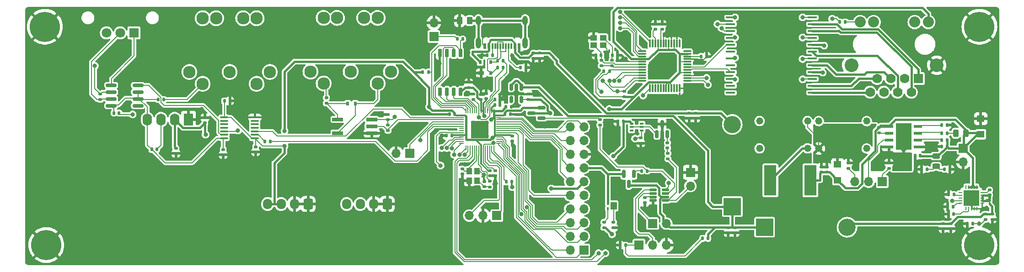
<source format=gtl>
G04 #@! TF.GenerationSoftware,KiCad,Pcbnew,6.0.7-1.fc36*
G04 #@! TF.CreationDate,2023-03-25T12:13:31+11:00*
G04 #@! TF.ProjectId,MOOD-Motherboard-r0.1.1,4d4f4f44-2d4d-46f7-9468-6572626f6172,rev?*
G04 #@! TF.SameCoordinates,Original*
G04 #@! TF.FileFunction,Copper,L1,Top*
G04 #@! TF.FilePolarity,Positive*
%FSLAX46Y46*%
G04 Gerber Fmt 4.6, Leading zero omitted, Abs format (unit mm)*
G04 Created by KiCad (PCBNEW 6.0.7-1.fc36) date 2023-03-25 12:13:31*
%MOMM*%
%LPD*%
G01*
G04 APERTURE LIST*
G04 Aperture macros list*
%AMRoundRect*
0 Rectangle with rounded corners*
0 $1 Rounding radius*
0 $2 $3 $4 $5 $6 $7 $8 $9 X,Y pos of 4 corners*
0 Add a 4 corners polygon primitive as box body*
4,1,4,$2,$3,$4,$5,$6,$7,$8,$9,$2,$3,0*
0 Add four circle primitives for the rounded corners*
1,1,$1+$1,$2,$3*
1,1,$1+$1,$4,$5*
1,1,$1+$1,$6,$7*
1,1,$1+$1,$8,$9*
0 Add four rect primitives between the rounded corners*
20,1,$1+$1,$2,$3,$4,$5,0*
20,1,$1+$1,$4,$5,$6,$7,0*
20,1,$1+$1,$6,$7,$8,$9,0*
20,1,$1+$1,$8,$9,$2,$3,0*%
G04 Aperture macros list end*
G04 #@! TA.AperFunction,ComponentPad*
%ADD10R,1.750000X2.250000*%
G04 #@! TD*
G04 #@! TA.AperFunction,ComponentPad*
%ADD11O,1.750000X2.250000*%
G04 #@! TD*
G04 #@! TA.AperFunction,SMDPad,CuDef*
%ADD12RoundRect,0.140000X-0.170000X0.140000X-0.170000X-0.140000X0.170000X-0.140000X0.170000X0.140000X0*%
G04 #@! TD*
G04 #@! TA.AperFunction,SMDPad,CuDef*
%ADD13RoundRect,0.140000X0.170000X-0.140000X0.170000X0.140000X-0.170000X0.140000X-0.170000X-0.140000X0*%
G04 #@! TD*
G04 #@! TA.AperFunction,ComponentPad*
%ADD14C,5.600000*%
G04 #@! TD*
G04 #@! TA.AperFunction,SMDPad,CuDef*
%ADD15RoundRect,0.135000X-0.135000X-0.185000X0.135000X-0.185000X0.135000X0.185000X-0.135000X0.185000X0*%
G04 #@! TD*
G04 #@! TA.AperFunction,SMDPad,CuDef*
%ADD16RoundRect,0.135000X0.185000X-0.135000X0.185000X0.135000X-0.185000X0.135000X-0.185000X-0.135000X0*%
G04 #@! TD*
G04 #@! TA.AperFunction,SMDPad,CuDef*
%ADD17RoundRect,0.135000X0.135000X0.185000X-0.135000X0.185000X-0.135000X-0.185000X0.135000X-0.185000X0*%
G04 #@! TD*
G04 #@! TA.AperFunction,ComponentPad*
%ADD18R,1.700000X1.700000*%
G04 #@! TD*
G04 #@! TA.AperFunction,ComponentPad*
%ADD19O,1.700000X1.700000*%
G04 #@! TD*
G04 #@! TA.AperFunction,SMDPad,CuDef*
%ADD20RoundRect,0.140000X0.140000X0.170000X-0.140000X0.170000X-0.140000X-0.170000X0.140000X-0.170000X0*%
G04 #@! TD*
G04 #@! TA.AperFunction,SMDPad,CuDef*
%ADD21RoundRect,0.135000X-0.185000X0.135000X-0.185000X-0.135000X0.185000X-0.135000X0.185000X0.135000X0*%
G04 #@! TD*
G04 #@! TA.AperFunction,ComponentPad*
%ADD22RoundRect,0.250000X0.600000X0.725000X-0.600000X0.725000X-0.600000X-0.725000X0.600000X-0.725000X0*%
G04 #@! TD*
G04 #@! TA.AperFunction,ComponentPad*
%ADD23O,1.700000X1.950000*%
G04 #@! TD*
G04 #@! TA.AperFunction,ComponentPad*
%ADD24C,2.300000*%
G04 #@! TD*
G04 #@! TA.AperFunction,SMDPad,CuDef*
%ADD25RoundRect,0.140000X-0.140000X-0.170000X0.140000X-0.170000X0.140000X0.170000X-0.140000X0.170000X0*%
G04 #@! TD*
G04 #@! TA.AperFunction,SMDPad,CuDef*
%ADD26R,1.150000X1.000000*%
G04 #@! TD*
G04 #@! TA.AperFunction,SMDPad,CuDef*
%ADD27R,0.650000X0.400000*%
G04 #@! TD*
G04 #@! TA.AperFunction,SMDPad,CuDef*
%ADD28RoundRect,0.150000X0.587500X0.150000X-0.587500X0.150000X-0.587500X-0.150000X0.587500X-0.150000X0*%
G04 #@! TD*
G04 #@! TA.AperFunction,SMDPad,CuDef*
%ADD29RoundRect,0.150000X-0.150000X0.650000X-0.150000X-0.650000X0.150000X-0.650000X0.150000X0.650000X0*%
G04 #@! TD*
G04 #@! TA.AperFunction,ComponentPad*
%ADD30R,3.200000X3.200000*%
G04 #@! TD*
G04 #@! TA.AperFunction,ComponentPad*
%ADD31O,3.200000X3.200000*%
G04 #@! TD*
G04 #@! TA.AperFunction,SMDPad,CuDef*
%ADD32RoundRect,0.243750X0.456250X-0.243750X0.456250X0.243750X-0.456250X0.243750X-0.456250X-0.243750X0*%
G04 #@! TD*
G04 #@! TA.AperFunction,SMDPad,CuDef*
%ADD33R,1.000000X1.150000*%
G04 #@! TD*
G04 #@! TA.AperFunction,SMDPad,CuDef*
%ADD34RoundRect,0.150000X-0.150000X0.587500X-0.150000X-0.587500X0.150000X-0.587500X0.150000X0.587500X0*%
G04 #@! TD*
G04 #@! TA.AperFunction,SMDPad,CuDef*
%ADD35R,0.600000X0.700000*%
G04 #@! TD*
G04 #@! TA.AperFunction,SMDPad,CuDef*
%ADD36R,1.400000X1.300000*%
G04 #@! TD*
G04 #@! TA.AperFunction,SMDPad,CuDef*
%ADD37R,2.311400X5.613400*%
G04 #@! TD*
G04 #@! TA.AperFunction,SMDPad,CuDef*
%ADD38RoundRect,0.050000X-0.387500X-0.050000X0.387500X-0.050000X0.387500X0.050000X-0.387500X0.050000X0*%
G04 #@! TD*
G04 #@! TA.AperFunction,SMDPad,CuDef*
%ADD39RoundRect,0.050000X-0.050000X-0.387500X0.050000X-0.387500X0.050000X0.387500X-0.050000X0.387500X0*%
G04 #@! TD*
G04 #@! TA.AperFunction,SMDPad,CuDef*
%ADD40R,3.200000X3.200000*%
G04 #@! TD*
G04 #@! TA.AperFunction,SMDPad,CuDef*
%ADD41R,1.000000X0.700000*%
G04 #@! TD*
G04 #@! TA.AperFunction,SMDPad,CuDef*
%ADD42RoundRect,0.243750X-0.243750X-0.456250X0.243750X-0.456250X0.243750X0.456250X-0.243750X0.456250X0*%
G04 #@! TD*
G04 #@! TA.AperFunction,SMDPad,CuDef*
%ADD43RoundRect,0.125000X-0.537500X-0.125000X0.537500X-0.125000X0.537500X0.125000X-0.537500X0.125000X0*%
G04 #@! TD*
G04 #@! TA.AperFunction,SMDPad,CuDef*
%ADD44RoundRect,0.150000X-0.150000X0.512500X-0.150000X-0.512500X0.150000X-0.512500X0.150000X0.512500X0*%
G04 #@! TD*
G04 #@! TA.AperFunction,ComponentPad*
%ADD45C,1.320800*%
G04 #@! TD*
G04 #@! TA.AperFunction,SMDPad,CuDef*
%ADD46R,0.380000X0.550000*%
G04 #@! TD*
G04 #@! TA.AperFunction,SMDPad,CuDef*
%ADD47R,1.200000X1.400000*%
G04 #@! TD*
G04 #@! TA.AperFunction,SMDPad,CuDef*
%ADD48R,1.550000X0.600000*%
G04 #@! TD*
G04 #@! TA.AperFunction,ComponentPad*
%ADD49C,0.600000*%
G04 #@! TD*
G04 #@! TA.AperFunction,SMDPad,CuDef*
%ADD50R,2.950000X4.900000*%
G04 #@! TD*
G04 #@! TA.AperFunction,SMDPad,CuDef*
%ADD51RoundRect,0.100000X0.637500X0.100000X-0.637500X0.100000X-0.637500X-0.100000X0.637500X-0.100000X0*%
G04 #@! TD*
G04 #@! TA.AperFunction,ComponentPad*
%ADD52R,1.800000X1.800000*%
G04 #@! TD*
G04 #@! TA.AperFunction,ComponentPad*
%ADD53C,1.800000*%
G04 #@! TD*
G04 #@! TA.AperFunction,SMDPad,CuDef*
%ADD54R,0.254800X0.655599*%
G04 #@! TD*
G04 #@! TA.AperFunction,SMDPad,CuDef*
%ADD55R,0.655599X0.254800*%
G04 #@! TD*
G04 #@! TA.AperFunction,SMDPad,CuDef*
%ADD56R,2.949999X2.949999*%
G04 #@! TD*
G04 #@! TA.AperFunction,SMDPad,CuDef*
%ADD57RoundRect,0.075000X0.662500X0.075000X-0.662500X0.075000X-0.662500X-0.075000X0.662500X-0.075000X0*%
G04 #@! TD*
G04 #@! TA.AperFunction,SMDPad,CuDef*
%ADD58RoundRect,0.075000X0.075000X0.662500X-0.075000X0.662500X-0.075000X-0.662500X0.075000X-0.662500X0*%
G04 #@! TD*
G04 #@! TA.AperFunction,ComponentPad*
%ADD59R,1.778000X1.778000*%
G04 #@! TD*
G04 #@! TA.AperFunction,ComponentPad*
%ADD60C,1.778000*%
G04 #@! TD*
G04 #@! TA.AperFunction,ComponentPad*
%ADD61C,2.032000*%
G04 #@! TD*
G04 #@! TA.AperFunction,ComponentPad*
%ADD62C,2.540000*%
G04 #@! TD*
G04 #@! TA.AperFunction,SMDPad,CuDef*
%ADD63RoundRect,0.150000X0.150000X-0.587500X0.150000X0.587500X-0.150000X0.587500X-0.150000X-0.587500X0*%
G04 #@! TD*
G04 #@! TA.AperFunction,SMDPad,CuDef*
%ADD64R,0.600000X1.140000*%
G04 #@! TD*
G04 #@! TA.AperFunction,SMDPad,CuDef*
%ADD65R,0.300000X1.140000*%
G04 #@! TD*
G04 #@! TA.AperFunction,ComponentPad*
%ADD66O,0.950000X2.050000*%
G04 #@! TD*
G04 #@! TA.AperFunction,ComponentPad*
%ADD67O,0.950000X1.750000*%
G04 #@! TD*
G04 #@! TA.AperFunction,SMDPad,CuDef*
%ADD68RoundRect,0.250000X-0.262500X-0.450000X0.262500X-0.450000X0.262500X0.450000X-0.262500X0.450000X0*%
G04 #@! TD*
G04 #@! TA.AperFunction,SMDPad,CuDef*
%ADD69RoundRect,0.150000X0.825000X0.150000X-0.825000X0.150000X-0.825000X-0.150000X0.825000X-0.150000X0*%
G04 #@! TD*
G04 #@! TA.AperFunction,SMDPad,CuDef*
%ADD70R,1.696999X0.305600*%
G04 #@! TD*
G04 #@! TA.AperFunction,SMDPad,CuDef*
%ADD71RoundRect,0.100000X-0.100000X0.130000X-0.100000X-0.130000X0.100000X-0.130000X0.100000X0.130000X0*%
G04 #@! TD*
G04 #@! TA.AperFunction,SMDPad,CuDef*
%ADD72R,2.000000X0.640000*%
G04 #@! TD*
G04 #@! TA.AperFunction,ViaPad*
%ADD73C,0.800000*%
G04 #@! TD*
G04 #@! TA.AperFunction,Conductor*
%ADD74C,0.406400*%
G04 #@! TD*
G04 #@! TA.AperFunction,Conductor*
%ADD75C,0.203200*%
G04 #@! TD*
G04 #@! TA.AperFunction,Conductor*
%ADD76C,0.304800*%
G04 #@! TD*
G04 #@! TA.AperFunction,Conductor*
%ADD77C,0.254000*%
G04 #@! TD*
G04 APERTURE END LIST*
D10*
X111582500Y-47217500D03*
D11*
X109042500Y-47217500D03*
X106502500Y-47217500D03*
X103962500Y-47217500D03*
D12*
X114630500Y-46864500D03*
X114630500Y-47824500D03*
D13*
X166648600Y-43329800D03*
X166648600Y-42369800D03*
X109250000Y-53500000D03*
X109250000Y-52540000D03*
D14*
X258000000Y-30000000D03*
D15*
X251552500Y-56437500D03*
X252572500Y-56437500D03*
D16*
X188500000Y-67260000D03*
X188500000Y-66240000D03*
D15*
X251010000Y-48250000D03*
X252030000Y-48250000D03*
D17*
X192510000Y-70500000D03*
X191490000Y-70500000D03*
D13*
X199250000Y-30480000D03*
X199250000Y-29520000D03*
D17*
X252030000Y-51000000D03*
X251010000Y-51000000D03*
D18*
X152525000Y-53500000D03*
D19*
X149985000Y-53500000D03*
D12*
X252750000Y-66520000D03*
X252750000Y-67480000D03*
D13*
X168402400Y-57628800D03*
X168402400Y-56668800D03*
D20*
X247042500Y-53937500D03*
X246082500Y-53937500D03*
X160880200Y-46228000D03*
X159920200Y-46228000D03*
D21*
X148500000Y-48240000D03*
X148500000Y-49260000D03*
D22*
X148370000Y-62882000D03*
D23*
X145870000Y-62882000D03*
X143370000Y-62882000D03*
X140870000Y-62882000D03*
D24*
X111750000Y-38379000D03*
X119200000Y-38379000D03*
X126650000Y-38379000D03*
X114200000Y-40579000D03*
X124200000Y-40579000D03*
X124200000Y-28429000D03*
X114200000Y-28429000D03*
X116700000Y-28429000D03*
X121700000Y-28429000D03*
D25*
X252270000Y-64750000D03*
X253230000Y-64750000D03*
D26*
X188375000Y-32050000D03*
X186625000Y-32050000D03*
X186625000Y-33450000D03*
X188375000Y-33450000D03*
D13*
X175437000Y-35836800D03*
X175437000Y-34876800D03*
D15*
X118230000Y-43750000D03*
X119250000Y-43750000D03*
D13*
X163448200Y-41272400D03*
X163448200Y-40312400D03*
D25*
X168276800Y-44475400D03*
X169236800Y-44475400D03*
D12*
X174497000Y-42495000D03*
X174497000Y-43455000D03*
D15*
X173022000Y-37592000D03*
X174042000Y-37592000D03*
D18*
X168646800Y-65041600D03*
D19*
X166106800Y-65041600D03*
X163566800Y-65041600D03*
D16*
X95250000Y-43510000D03*
X95250000Y-42490000D03*
D17*
X192060000Y-47600000D03*
X191040000Y-47600000D03*
X207760000Y-69250000D03*
X206740000Y-69250000D03*
D27*
X193600000Y-47950000D03*
X193600000Y-48600000D03*
X193600000Y-49250000D03*
X195500000Y-49250000D03*
X195500000Y-48600000D03*
X195500000Y-47950000D03*
D12*
X196055000Y-61695000D03*
X196055000Y-62655000D03*
D20*
X160321400Y-50190400D03*
X159361400Y-50190400D03*
D28*
X176937500Y-46950000D03*
X176937500Y-45050000D03*
X175062500Y-46000000D03*
D21*
X200337500Y-53475000D03*
X200337500Y-54495000D03*
D29*
X161975000Y-34881000D03*
X160705000Y-34881000D03*
X159435000Y-34881000D03*
X158165000Y-34881000D03*
X158165000Y-42081000D03*
X159435000Y-42081000D03*
X160705000Y-42081000D03*
X161975000Y-42081000D03*
D30*
X218250000Y-67200000D03*
D31*
X233490000Y-67200000D03*
D17*
X256760000Y-66500000D03*
X255740000Y-66500000D03*
D14*
X258000000Y-70500000D03*
D20*
X169236800Y-43484800D03*
X168276800Y-43484800D03*
D32*
X250000000Y-55875000D03*
X250000000Y-54000000D03*
D12*
X204250000Y-46020000D03*
X204250000Y-46980000D03*
D33*
X163593000Y-56773800D03*
X163593000Y-58523800D03*
X164993000Y-58523800D03*
X164993000Y-56773800D03*
D34*
X194047500Y-57312500D03*
X192147500Y-57312500D03*
X193097500Y-59187500D03*
D30*
X212250000Y-63370000D03*
D31*
X212250000Y-48130000D03*
D12*
X171500000Y-50270000D03*
X171500000Y-51230000D03*
D35*
X141050000Y-44250000D03*
X142450000Y-44250000D03*
D21*
X239450000Y-48625000D03*
X239450000Y-49645000D03*
D17*
X248322500Y-56437500D03*
X247302500Y-56437500D03*
D16*
X190000000Y-37260000D03*
X190000000Y-36240000D03*
D12*
X205500000Y-46020000D03*
X205500000Y-46980000D03*
D20*
X105730000Y-52750000D03*
X104770000Y-52750000D03*
D16*
X167327400Y-59709600D03*
X167327400Y-58689600D03*
D36*
X231750000Y-58450000D03*
X231750000Y-55550000D03*
D12*
X251250000Y-66520000D03*
X251250000Y-67480000D03*
D22*
X133721000Y-62882000D03*
D23*
X131221000Y-62882000D03*
X128721000Y-62882000D03*
X126221000Y-62882000D03*
D37*
X219291600Y-58500000D03*
X226708400Y-58500000D03*
D17*
X171437400Y-58773800D03*
X170417400Y-58773800D03*
D15*
X206490000Y-35500000D03*
X207510000Y-35500000D03*
D13*
X198000000Y-30480000D03*
X198000000Y-29520000D03*
D12*
X259883450Y-60270000D03*
X259883450Y-61230000D03*
D16*
X190250000Y-67260000D03*
X190250000Y-66240000D03*
D38*
X162102000Y-46457000D03*
X162102000Y-46857000D03*
X162102000Y-47257000D03*
X162102000Y-47657000D03*
X162102000Y-48057000D03*
X162102000Y-48457000D03*
X162102000Y-48857000D03*
X162102000Y-49257000D03*
X162102000Y-49657000D03*
X162102000Y-50057000D03*
X162102000Y-50457000D03*
X162102000Y-50857000D03*
X162102000Y-51257000D03*
X162102000Y-51657000D03*
D39*
X162939500Y-52494500D03*
X163339500Y-52494500D03*
X163739500Y-52494500D03*
X164139500Y-52494500D03*
X164539500Y-52494500D03*
X164939500Y-52494500D03*
X165339500Y-52494500D03*
X165739500Y-52494500D03*
X166139500Y-52494500D03*
X166539500Y-52494500D03*
X166939500Y-52494500D03*
X167339500Y-52494500D03*
X167739500Y-52494500D03*
X168139500Y-52494500D03*
D38*
X168977000Y-51657000D03*
X168977000Y-51257000D03*
X168977000Y-50857000D03*
X168977000Y-50457000D03*
X168977000Y-50057000D03*
X168977000Y-49657000D03*
X168977000Y-49257000D03*
X168977000Y-48857000D03*
X168977000Y-48457000D03*
X168977000Y-48057000D03*
X168977000Y-47657000D03*
X168977000Y-47257000D03*
X168977000Y-46857000D03*
X168977000Y-46457000D03*
D39*
X168139500Y-45619500D03*
X167739500Y-45619500D03*
X167339500Y-45619500D03*
X166939500Y-45619500D03*
X166539500Y-45619500D03*
X166139500Y-45619500D03*
X165739500Y-45619500D03*
X165339500Y-45619500D03*
X164939500Y-45619500D03*
X164539500Y-45619500D03*
X164139500Y-45619500D03*
X163739500Y-45619500D03*
X163339500Y-45619500D03*
X162939500Y-45619500D03*
D40*
X165539500Y-49057000D03*
D25*
X187020000Y-35250000D03*
X187980000Y-35250000D03*
D12*
X166327400Y-58745000D03*
X166327400Y-59705000D03*
D41*
X165797000Y-38592000D03*
D35*
X167497000Y-38592000D03*
X167497000Y-36592000D03*
X165597000Y-36592000D03*
D15*
X188490000Y-38250000D03*
X189510000Y-38250000D03*
D42*
X253625000Y-49750000D03*
X255500000Y-49750000D03*
D36*
X258250000Y-49950000D03*
X258250000Y-47050000D03*
D16*
X233750000Y-56250000D03*
X233750000Y-55230000D03*
D43*
X197612500Y-60275000D03*
X197612500Y-60925000D03*
X197612500Y-61575000D03*
X197612500Y-62225000D03*
X199887500Y-62225000D03*
X199887500Y-61575000D03*
X199887500Y-60925000D03*
X199887500Y-60275000D03*
D18*
X197500000Y-66500000D03*
D19*
X200040000Y-66500000D03*
D44*
X173222000Y-41178900D03*
X172272000Y-41178900D03*
X171322000Y-41178900D03*
X171322000Y-43453900D03*
X173222000Y-43453900D03*
D21*
X187750000Y-47240000D03*
X187750000Y-48260000D03*
D13*
X124000000Y-53230000D03*
X124000000Y-52270000D03*
D12*
X148500000Y-46250000D03*
X148500000Y-47210000D03*
D20*
X252000000Y-52250000D03*
X251040000Y-52250000D03*
D15*
X251010000Y-49750000D03*
X252030000Y-49750000D03*
D18*
X184775000Y-71425000D03*
D19*
X182235000Y-71425000D03*
X184775000Y-68885000D03*
X182235000Y-68885000D03*
X184775000Y-66345000D03*
X182235000Y-66345000D03*
X184775000Y-63805000D03*
X182235000Y-63805000D03*
X184775000Y-61265000D03*
X182235000Y-61265000D03*
X184775000Y-58725000D03*
X182235000Y-58725000D03*
X184775000Y-56185000D03*
X182235000Y-56185000D03*
X184775000Y-53645000D03*
X182235000Y-53645000D03*
X184775000Y-51105000D03*
X182235000Y-51105000D03*
X184775000Y-48565000D03*
X182235000Y-48565000D03*
D16*
X192250000Y-43010000D03*
X192250000Y-41990000D03*
D13*
X165658000Y-43533000D03*
X165658000Y-42573000D03*
X229750000Y-56980000D03*
X229750000Y-56020000D03*
D12*
X167402400Y-56668800D03*
X167402400Y-57628800D03*
D24*
X134152000Y-38313000D03*
X141602000Y-38313000D03*
X149052000Y-38313000D03*
X136602000Y-40513000D03*
X146602000Y-40513000D03*
X146602000Y-28363000D03*
X136602000Y-28363000D03*
X139102000Y-28363000D03*
X144102000Y-28363000D03*
D12*
X211500000Y-67270000D03*
X211500000Y-68230000D03*
D25*
X170181800Y-46228000D03*
X171141800Y-46228000D03*
D15*
X168831000Y-36322000D03*
X169851000Y-36322000D03*
D45*
X228250000Y-47500000D03*
X228250000Y-52580000D03*
X237140000Y-52580000D03*
X237140000Y-47500000D03*
D25*
X170359600Y-44881800D03*
X171319600Y-44881800D03*
D15*
X232150000Y-29100000D03*
X233170000Y-29100000D03*
D18*
X194975000Y-70500000D03*
D19*
X197515000Y-70500000D03*
X200055000Y-70500000D03*
D18*
X255000000Y-52550000D03*
D19*
X255000000Y-55090000D03*
D21*
X259133450Y-64740000D03*
X259133450Y-65760000D03*
D18*
X156996600Y-31805800D03*
D19*
X156996600Y-29265800D03*
D46*
X189230000Y-63700000D03*
X189230000Y-62800000D03*
D47*
X190270000Y-63250000D03*
D17*
X167844400Y-35306000D03*
X166824400Y-35306000D03*
D48*
X241250000Y-48480000D03*
X241250000Y-49750000D03*
X241250000Y-51020000D03*
X241250000Y-52290000D03*
X246650000Y-52290000D03*
X246650000Y-51020000D03*
X246650000Y-49750000D03*
X246650000Y-48480000D03*
D49*
X243300000Y-52335000D03*
X244600000Y-51035000D03*
D50*
X243950000Y-50385000D03*
D49*
X244600000Y-52335000D03*
X244600000Y-49735000D03*
X243300000Y-49735000D03*
X243300000Y-51035000D03*
X244600000Y-48435000D03*
X243300000Y-48435000D03*
D12*
X162277400Y-56368800D03*
X162277400Y-57328800D03*
D51*
X123862500Y-50700000D03*
X123862500Y-50050000D03*
X123862500Y-49400000D03*
X123862500Y-48750000D03*
X123862500Y-48100000D03*
X123862500Y-47450000D03*
X123862500Y-46800000D03*
X118137500Y-46800000D03*
X118137500Y-47450000D03*
X118137500Y-48100000D03*
X118137500Y-48750000D03*
X118137500Y-49400000D03*
X118137500Y-50050000D03*
X118137500Y-50700000D03*
D18*
X204500000Y-57000000D03*
D19*
X204500000Y-59540000D03*
D52*
X101477000Y-31142000D03*
D53*
X98937000Y-31142000D03*
X96397000Y-31142000D03*
D12*
X200250000Y-51520000D03*
X200250000Y-52480000D03*
D14*
X85250000Y-70500000D03*
X85000000Y-30000000D03*
D20*
X98730000Y-46000000D03*
X97770000Y-46000000D03*
D54*
X257498452Y-59733100D03*
X256998450Y-59733100D03*
X256498451Y-59733100D03*
X255998452Y-59733100D03*
X255498450Y-59733100D03*
D55*
X254481551Y-60749999D03*
X254481551Y-61250001D03*
X254481551Y-61750000D03*
X254481551Y-62249999D03*
X254481551Y-62750001D03*
D54*
X255498450Y-63766900D03*
X255998452Y-63766900D03*
X256498451Y-63766900D03*
X256998450Y-63766900D03*
X257498452Y-63766900D03*
D55*
X258515351Y-62750001D03*
X258515351Y-62249999D03*
X258515351Y-61750000D03*
X258515351Y-61250001D03*
X258515351Y-60749999D03*
D56*
X256498451Y-61750000D03*
D15*
X195490000Y-56750000D03*
X196510000Y-56750000D03*
X154962000Y-38400000D03*
X155982000Y-38400000D03*
D16*
X195300000Y-51610000D03*
X195300000Y-50590000D03*
D21*
X137106000Y-43160000D03*
X137106000Y-44180000D03*
D13*
X118000000Y-53730000D03*
X118000000Y-52770000D03*
X228750000Y-56980000D03*
X228750000Y-56020000D03*
D57*
X203912500Y-40000000D03*
X203912500Y-39500000D03*
X203912500Y-39000000D03*
X203912500Y-38500000D03*
X203912500Y-38000000D03*
X203912500Y-37500000D03*
X203912500Y-37000000D03*
X203912500Y-36500000D03*
X203912500Y-36000000D03*
X203912500Y-35500000D03*
X203912500Y-35000000D03*
X203912500Y-34500000D03*
D58*
X202500000Y-33087500D03*
X202000000Y-33087500D03*
X201500000Y-33087500D03*
X201000000Y-33087500D03*
X200500000Y-33087500D03*
X200000000Y-33087500D03*
X199500000Y-33087500D03*
X199000000Y-33087500D03*
X198500000Y-33087500D03*
X198000000Y-33087500D03*
X197500000Y-33087500D03*
X197000000Y-33087500D03*
D57*
X195587500Y-34500000D03*
X195587500Y-35000000D03*
X195587500Y-35500000D03*
X195587500Y-36000000D03*
X195587500Y-36500000D03*
X195587500Y-37000000D03*
X195587500Y-37500000D03*
X195587500Y-38000000D03*
X195587500Y-38500000D03*
X195587500Y-39000000D03*
X195587500Y-39500000D03*
X195587500Y-40000000D03*
D58*
X197000000Y-41412500D03*
X197500000Y-41412500D03*
X198000000Y-41412500D03*
X198500000Y-41412500D03*
X199000000Y-41412500D03*
X199500000Y-41412500D03*
X200000000Y-41412500D03*
X200500000Y-41412500D03*
X201000000Y-41412500D03*
X201500000Y-41412500D03*
X202000000Y-41412500D03*
X202500000Y-41412500D03*
D17*
X253143450Y-63401900D03*
X252123450Y-63401900D03*
D12*
X212750000Y-67290000D03*
X212750000Y-68250000D03*
D15*
X168831000Y-37592000D03*
X169851000Y-37592000D03*
D13*
X176554600Y-35836800D03*
X176554600Y-34876800D03*
D12*
X164347000Y-42495000D03*
X164347000Y-43455000D03*
D59*
X246660000Y-39600000D03*
D60*
X245390000Y-42140000D03*
X244120000Y-39600000D03*
X242850000Y-42140000D03*
X241580000Y-39600000D03*
X240310000Y-42140000D03*
X239040000Y-39600000D03*
X237770000Y-42140000D03*
D61*
X235915800Y-29135200D03*
X238430400Y-29135200D03*
X246025000Y-29135200D03*
X248539600Y-29135200D03*
D62*
X234341000Y-37136200D03*
X250089000Y-37136200D03*
D25*
X190020000Y-35250000D03*
X190980000Y-35250000D03*
D63*
X198300000Y-49937500D03*
X200200000Y-49937500D03*
X199250000Y-48062500D03*
D20*
X253265350Y-61134998D03*
X252305350Y-61134998D03*
D18*
X240025000Y-58740000D03*
D19*
X237485000Y-58740000D03*
X234945000Y-58740000D03*
D17*
X126710000Y-51250000D03*
X125690000Y-51250000D03*
D64*
X172795000Y-33604400D03*
X171995000Y-33604400D03*
D65*
X170845000Y-33604400D03*
X169845000Y-33604400D03*
X169345000Y-33604400D03*
X168345000Y-33604400D03*
D64*
X166395000Y-33604400D03*
X167195000Y-33604400D03*
D65*
X167845000Y-33604400D03*
X168845000Y-33604400D03*
X170345000Y-33604400D03*
X171345000Y-33604400D03*
D66*
X173920000Y-33024400D03*
X165270000Y-33024400D03*
D67*
X173920000Y-28854400D03*
X165270000Y-28854400D03*
D68*
X161809500Y-28875000D03*
X163634500Y-28875000D03*
D69*
X102225000Y-44655000D03*
X102225000Y-43385000D03*
X102225000Y-42115000D03*
X102225000Y-40845000D03*
X97275000Y-40845000D03*
X97275000Y-42115000D03*
X97275000Y-43385000D03*
X97275000Y-44655000D03*
D17*
X107010000Y-43500000D03*
X105990000Y-43500000D03*
D70*
X211935500Y-28270000D03*
X211935500Y-29540000D03*
X211935500Y-30810000D03*
X211935500Y-32080000D03*
X211935500Y-33350000D03*
X211935500Y-34620000D03*
X211935500Y-35890000D03*
X211935500Y-37160000D03*
X211935500Y-38430000D03*
X211935500Y-39700000D03*
X211935500Y-40970000D03*
X211935500Y-42240000D03*
X227094500Y-42240000D03*
X227094500Y-40970000D03*
X227094500Y-39700000D03*
X227094500Y-38430000D03*
X227094500Y-37160000D03*
X227094500Y-35890000D03*
X227094500Y-34620000D03*
X227094500Y-33350000D03*
X227094500Y-32080000D03*
X227094500Y-30810000D03*
X227094500Y-29540000D03*
X227094500Y-28270000D03*
D17*
X162357000Y-32275000D03*
X161337000Y-32275000D03*
D71*
X259883450Y-62180000D03*
X259883450Y-62820000D03*
D12*
X260383450Y-64770000D03*
X260383450Y-65730000D03*
D16*
X188000000Y-37250000D03*
X188000000Y-36230000D03*
D72*
X139200000Y-47180000D03*
X139200000Y-49720000D03*
X145500000Y-49720000D03*
X145500000Y-48450000D03*
X145500000Y-47180000D03*
D16*
X241250000Y-56250000D03*
X241250000Y-55230000D03*
D45*
X226195000Y-52557774D03*
X226195000Y-47477774D03*
X217305000Y-47477774D03*
X217305000Y-52557774D03*
D73*
X230750000Y-28500000D03*
X192500000Y-31500000D03*
X195500000Y-33000000D03*
X191500000Y-27250000D03*
X191500000Y-29250000D03*
X191500000Y-30250000D03*
X201750000Y-30250000D03*
X166191400Y-31648400D03*
X189750000Y-51250000D03*
X98000000Y-36000000D03*
X117906000Y-34036000D03*
X171662073Y-52070001D03*
X259383450Y-63750000D03*
X197250000Y-39250000D03*
X166747000Y-50250000D03*
X154222000Y-44800000D03*
X87884000Y-51435000D03*
X196250000Y-64000000D03*
X163397400Y-42392600D03*
X204250000Y-52000000D03*
X177500000Y-48500000D03*
X209000000Y-33750000D03*
X253312500Y-51250000D03*
X151250000Y-57000000D03*
X187250000Y-58250000D03*
X173252600Y-34950400D03*
X195500000Y-29000000D03*
X162025800Y-40487600D03*
X158469800Y-50190400D03*
X165172000Y-39650000D03*
X206750000Y-38750000D03*
X203750000Y-41500000D03*
X112699000Y-32639000D03*
X145846000Y-32893000D03*
X151713400Y-48818800D03*
X193000000Y-61000000D03*
X192500000Y-36000000D03*
X163577400Y-59998800D03*
X166224300Y-57476149D03*
X196500000Y-58250000D03*
X183666600Y-37592000D03*
X125145000Y-33274000D03*
X178750000Y-62250000D03*
X170377400Y-61698800D03*
X156000000Y-55250000D03*
X166747000Y-47850000D03*
X165886600Y-35306000D03*
X168477400Y-59098800D03*
X178000000Y-58000000D03*
X137718000Y-56769000D03*
X248500000Y-53000000D03*
X164347000Y-50250000D03*
X154202600Y-31800800D03*
X163346600Y-34772600D03*
X94309400Y-30937200D03*
X177947000Y-39575000D03*
X147250000Y-46000000D03*
X104000000Y-35500000D03*
X156234600Y-72796400D03*
X137718000Y-33401000D03*
X253062500Y-48250000D03*
X162750000Y-55500000D03*
X171474600Y-35382200D03*
X154772000Y-35950000D03*
X158012600Y-36779200D03*
X194500000Y-41000000D03*
X189000000Y-35000000D03*
X114000000Y-45250000D03*
X186250000Y-45000000D03*
X164347000Y-47850000D03*
X218500000Y-28500000D03*
X86233000Y-39624000D03*
X129363000Y-52137000D03*
X156133000Y-44867000D03*
X178750000Y-60000000D03*
X149750000Y-46750000D03*
X167647000Y-47200000D03*
X129363000Y-49337000D03*
X166367573Y-46570460D03*
X171500000Y-59750000D03*
X167854408Y-50604408D03*
X168008184Y-51536263D03*
X165322000Y-46775000D03*
X158250000Y-55750000D03*
X225265000Y-32005000D03*
X225265000Y-28255000D03*
X225265000Y-39755000D03*
X225255000Y-35995000D03*
X188000000Y-42038500D03*
X159381582Y-52491791D03*
X190433203Y-40000000D03*
X160305866Y-52555866D03*
X191358893Y-40038803D03*
X158455120Y-52500418D03*
X189506700Y-40000000D03*
X160750000Y-53750000D03*
X194250000Y-50750000D03*
X162750000Y-53750000D03*
X188250000Y-40000000D03*
X191000000Y-42000000D03*
X195750000Y-42750000D03*
X161750000Y-53750000D03*
X188750000Y-72000000D03*
X187500000Y-72000000D03*
X200505000Y-59000000D03*
X173250000Y-64750000D03*
X174250000Y-63500000D03*
X154500000Y-51000000D03*
X190000000Y-68500000D03*
X178500000Y-46000000D03*
X189500000Y-45250000D03*
X101250000Y-46250000D03*
X190250000Y-54000000D03*
X114750000Y-50000000D03*
X191500000Y-28250000D03*
X212765000Y-39755000D03*
X212765000Y-35755000D03*
X212765000Y-32005000D03*
X212765000Y-28255000D03*
X258000000Y-66500000D03*
X253000000Y-62250000D03*
X94250000Y-37250000D03*
X120750000Y-49250000D03*
X209500000Y-29500000D03*
X207500000Y-39500000D03*
X207750000Y-40750000D03*
X210250000Y-30250000D03*
X239500000Y-54750000D03*
X232250000Y-53250000D03*
X229250000Y-33500000D03*
X229000000Y-38500000D03*
D74*
X248539600Y-29135200D02*
X248539600Y-27539600D01*
X248539600Y-27539600D02*
X247500000Y-26500000D01*
X247500000Y-26500000D02*
X191000000Y-26500000D01*
X190250000Y-32717341D02*
X193532659Y-36000000D01*
X193532659Y-36000000D02*
X195587500Y-36000000D01*
X191000000Y-26500000D02*
X190250000Y-27250000D01*
X190250000Y-27250000D02*
X190250000Y-32717341D01*
X245390000Y-42140000D02*
X245390000Y-37394342D01*
X245390000Y-37394342D02*
X239010458Y-31014800D01*
X239010458Y-31014800D02*
X232264800Y-31014800D01*
X232264800Y-31014800D02*
X232000000Y-30750000D01*
X227094500Y-30810000D02*
X232060000Y-30810000D01*
X232060000Y-30810000D02*
X232250000Y-31000000D01*
X227094500Y-29540000D02*
X231612108Y-29540000D01*
X239231400Y-30481400D02*
X246660000Y-37910000D01*
X231612108Y-29540000D02*
X232553508Y-30481400D01*
X232553508Y-30481400D02*
X239231400Y-30481400D01*
X246660000Y-37910000D02*
X246660000Y-39600000D01*
D75*
X230750000Y-28500000D02*
X231550000Y-28500000D01*
X231550000Y-28500000D02*
X232150000Y-29100000D01*
X189000000Y-35000000D02*
X189000000Y-34075000D01*
X189000000Y-34075000D02*
X188375000Y-33450000D01*
X195587500Y-35500000D02*
X194920645Y-35500000D01*
X194920645Y-35500000D02*
X193919800Y-34499155D01*
X193919800Y-34499155D02*
X193919800Y-31136774D01*
X193919800Y-31136774D02*
X193033026Y-30250000D01*
X193033026Y-30250000D02*
X191500000Y-30250000D01*
X195587500Y-34500000D02*
X194580200Y-33492700D01*
X194580200Y-33492700D02*
X194580200Y-30830200D01*
X194580200Y-30830200D02*
X192000000Y-28250000D01*
X192000000Y-28250000D02*
X191500000Y-28250000D01*
X195587500Y-35000000D02*
X194920645Y-35000000D01*
X194920645Y-35000000D02*
X194250000Y-34329355D01*
X194250000Y-34329355D02*
X194250000Y-31000000D01*
X194250000Y-31000000D02*
X192500000Y-29250000D01*
X192500000Y-29250000D02*
X191500000Y-29250000D01*
X197000000Y-33087500D02*
X197000000Y-32750000D01*
X197000000Y-32750000D02*
X191500000Y-27250000D01*
X190020000Y-35250000D02*
X190020000Y-33695000D01*
X190020000Y-33695000D02*
X188375000Y-32050000D01*
X187980000Y-35250000D02*
X187980000Y-34805000D01*
X187980000Y-34805000D02*
X186625000Y-33450000D01*
D74*
X227094500Y-33350000D02*
X229100000Y-33350000D01*
X229100000Y-33350000D02*
X229250000Y-33500000D01*
X227094500Y-34620000D02*
X227807301Y-35332801D01*
X227807301Y-35332801D02*
X239082801Y-35332801D01*
X239082801Y-35332801D02*
X242850000Y-39100000D01*
X242850000Y-39100000D02*
X242850000Y-42140000D01*
X241580000Y-39600000D02*
X240360800Y-38380800D01*
X240360800Y-38380800D02*
X237119200Y-38380800D01*
X237119200Y-38380800D02*
X236697541Y-38802459D01*
X236697541Y-38802459D02*
X231443788Y-38802459D01*
X231443788Y-38802459D02*
X229801329Y-37160000D01*
X229801329Y-37160000D02*
X227094500Y-37160000D01*
X227094500Y-38430000D02*
X228930000Y-38430000D01*
X228930000Y-38430000D02*
X229000000Y-38500000D01*
X227094500Y-40970000D02*
X234280000Y-40970000D01*
X234280000Y-40970000D02*
X235650000Y-39600000D01*
X235650000Y-39600000D02*
X239040000Y-39600000D01*
X227094500Y-42240000D02*
X237670000Y-42240000D01*
X237670000Y-42240000D02*
X237770000Y-42140000D01*
D75*
X193000000Y-36500000D02*
X192500000Y-36000000D01*
X168477400Y-59098800D02*
X168402400Y-59023800D01*
X200861025Y-30250000D02*
X201750000Y-30250000D01*
D74*
X172272000Y-41178900D02*
X172272000Y-43929400D01*
D75*
X165521951Y-56773800D02*
X166224300Y-57476149D01*
X168402400Y-59023800D02*
X168402400Y-57628800D01*
X163500000Y-55500000D02*
X162750000Y-55500000D01*
X203662500Y-41412500D02*
X203750000Y-41500000D01*
X206413100Y-39086900D02*
X206750000Y-38750000D01*
X256498451Y-63766900D02*
X257498452Y-63766900D01*
X166191400Y-31648400D02*
X166049399Y-31790401D01*
X201000000Y-33087500D02*
X201000000Y-31888975D01*
X166049399Y-33258799D02*
X166395000Y-33604400D01*
D74*
X171662073Y-52070001D02*
X171500000Y-51907928D01*
X172272000Y-43929400D02*
X171319600Y-44881800D01*
D75*
X164539500Y-54460500D02*
X163500000Y-55500000D01*
X164539500Y-52494500D02*
X164539500Y-54460500D01*
D74*
X171500000Y-51907928D02*
X171500000Y-51230000D01*
D75*
X199500000Y-31611025D02*
X200861025Y-30250000D01*
D74*
X171538800Y-42461200D02*
X170260400Y-42461200D01*
D75*
X202000000Y-30500000D02*
X201750000Y-30250000D01*
X202000000Y-33087500D02*
X202000000Y-30500000D01*
D74*
X170260400Y-42461200D02*
X169236800Y-43484800D01*
X172272000Y-41178900D02*
X172272000Y-41728000D01*
D75*
X201000000Y-31888975D02*
X201250000Y-31638975D01*
X201250000Y-31638975D02*
X201250000Y-30750000D01*
X205405792Y-36000000D02*
X203912500Y-36000000D01*
X203961100Y-36048600D02*
X203912500Y-36000000D01*
X166327400Y-57579249D02*
X166224300Y-57476149D01*
X202500000Y-41412500D02*
X203662500Y-41412500D01*
X201250000Y-30750000D02*
X201750000Y-30250000D01*
X195587500Y-36500000D02*
X193000000Y-36500000D01*
D74*
X172272000Y-41772000D02*
X172961200Y-42461200D01*
D75*
X167402400Y-57628800D02*
X168402400Y-57628800D01*
X206961400Y-36048600D02*
X203961100Y-36048600D01*
X203999400Y-39086900D02*
X206413100Y-39086900D01*
D74*
X174463200Y-42461200D02*
X174497000Y-42495000D01*
D75*
X166327400Y-58745000D02*
X166327400Y-57579249D01*
X166049399Y-31790401D02*
X166049399Y-33258799D01*
X203912500Y-39000000D02*
X203999400Y-39086900D01*
X199500000Y-33087500D02*
X199500000Y-31611025D01*
D74*
X172272000Y-41728000D02*
X171538800Y-42461200D01*
X172272000Y-41178900D02*
X172272000Y-41772000D01*
X172961200Y-42461200D02*
X174463200Y-42461200D01*
D75*
X207510000Y-35500000D02*
X206961400Y-36048600D01*
X164993000Y-56773800D02*
X165521951Y-56773800D01*
X137085000Y-42547000D02*
X137083000Y-42545000D01*
X137083000Y-42545000D02*
X137083000Y-40991000D01*
X137085000Y-43434000D02*
X137085000Y-42547000D01*
X137083000Y-40991000D02*
X136605000Y-40513000D01*
X137106000Y-44180000D02*
X137176000Y-44250000D01*
X139200000Y-46274000D02*
X139200000Y-46926800D01*
X137176000Y-44250000D02*
X141050000Y-44250000D01*
X137106000Y-44180000D02*
X139200000Y-46274000D01*
X127150000Y-49400000D02*
X123862500Y-49400000D01*
X145750000Y-45250000D02*
X140731400Y-50268600D01*
X162102000Y-46857000D02*
X152607000Y-46857000D01*
X140731400Y-50268600D02*
X128018600Y-50268600D01*
X128018600Y-50268600D02*
X127150000Y-49400000D01*
X151000000Y-45250000D02*
X145750000Y-45250000D01*
X152607000Y-46857000D02*
X151000000Y-45250000D01*
X145500000Y-48450000D02*
X147690000Y-48450000D01*
X150317208Y-47257000D02*
X148500000Y-49074208D01*
X147690000Y-48450000D02*
X148500000Y-49260000D01*
X148500000Y-49074208D02*
X148500000Y-49260000D01*
X162102000Y-47257000D02*
X150317208Y-47257000D01*
D74*
X153302500Y-38444500D02*
X156133000Y-41275000D01*
X160348600Y-45500000D02*
X160880200Y-46031600D01*
D75*
X124000000Y-52270000D02*
X124000000Y-50837500D01*
D76*
X167739500Y-45012700D02*
X168276800Y-44475400D01*
D74*
X131241000Y-36449000D02*
X151307000Y-36449000D01*
D75*
X149290000Y-47210000D02*
X149750000Y-46750000D01*
D74*
X169623000Y-45618400D02*
X168140600Y-45618400D01*
D75*
X125299500Y-52137000D02*
X129363000Y-52137000D01*
D74*
X153347000Y-38400000D02*
X153302500Y-38444500D01*
D75*
X123310289Y-50700000D02*
X123862500Y-50700000D01*
D74*
X151307000Y-36449000D02*
X153302500Y-38444500D01*
D76*
X168328600Y-50057000D02*
X168260100Y-49988500D01*
D74*
X163109200Y-50987200D02*
X167471616Y-50987200D01*
D76*
X162102000Y-50057000D02*
X160454800Y-50057000D01*
D74*
X127448000Y-62882000D02*
X128721000Y-62882000D01*
D76*
X168977000Y-46457000D02*
X168350000Y-46457000D01*
X165739500Y-45619500D02*
X166139500Y-45619500D01*
D74*
X167854408Y-50604408D02*
X168259300Y-50199516D01*
X129356000Y-44343000D02*
X129356000Y-38334000D01*
D76*
X168977000Y-46457000D02*
X169952800Y-46457000D01*
D74*
X168139500Y-45619500D02*
X168139500Y-46667500D01*
X156133000Y-44867000D02*
X156133000Y-44907200D01*
D76*
X165739500Y-51991158D02*
X164723342Y-50975000D01*
D74*
X163448200Y-41272400D02*
X164222600Y-41272400D01*
X162946600Y-50824600D02*
X162946600Y-50057000D01*
X168159500Y-46687500D02*
X167647000Y-47200000D01*
X168259300Y-50199516D02*
X168259300Y-50076800D01*
D75*
X123862500Y-50700000D02*
X125299500Y-52137000D01*
D77*
X167402400Y-56668800D02*
X167047400Y-56668800D01*
D74*
X156133000Y-44907200D02*
X156725800Y-45500000D01*
D76*
X166139500Y-44149336D02*
X166648600Y-43640236D01*
D74*
X129363000Y-53386000D02*
X129363000Y-52137000D01*
X156133000Y-41275000D02*
X156133000Y-44867000D01*
D76*
X169952800Y-46457000D02*
X170181800Y-46228000D01*
X167739500Y-45619500D02*
X168139500Y-45619500D01*
X171437400Y-59687400D02*
X171500000Y-59750000D01*
D74*
X183500000Y-60000000D02*
X178750000Y-60000000D01*
D75*
X145500000Y-47180000D02*
X148470000Y-47180000D01*
D74*
X162783600Y-41272400D02*
X161975000Y-42081000D01*
X173000000Y-45500000D02*
X172950000Y-45550000D01*
X129356000Y-38334000D02*
X131241000Y-36449000D01*
D76*
X171437400Y-58750000D02*
X171437400Y-59687400D01*
D74*
X162946600Y-50057000D02*
X162946600Y-46624600D01*
D76*
X165739500Y-45619500D02*
X165739500Y-43614500D01*
D75*
X148470000Y-47180000D02*
X148500000Y-47210000D01*
D74*
X170359600Y-44881800D02*
X169623000Y-45618400D01*
X170181800Y-45890200D02*
X170181800Y-46228000D01*
X184775000Y-58725000D02*
X183500000Y-60000000D01*
D76*
X168260100Y-49988500D02*
X168260100Y-46788100D01*
D74*
X163097000Y-50975000D02*
X163109200Y-50987200D01*
X156725800Y-45500000D02*
X160348600Y-45500000D01*
D75*
X118230000Y-43750000D02*
X118230000Y-46707500D01*
D74*
X127448000Y-62882000D02*
X127448000Y-55301000D01*
X127448000Y-55301000D02*
X129363000Y-53386000D01*
X129363000Y-49337000D02*
X129363000Y-44336000D01*
D75*
X118230000Y-46707500D02*
X118137500Y-46800000D01*
D76*
X171287000Y-50057000D02*
X171500000Y-50270000D01*
X162102000Y-46457000D02*
X161109200Y-46457000D01*
X168977000Y-50057000D02*
X171287000Y-50057000D01*
D77*
X167047400Y-56668800D02*
X165669900Y-55291300D01*
D75*
X118137500Y-46800000D02*
X119410289Y-46800000D01*
D74*
X163097000Y-50975000D02*
X162946600Y-50824600D01*
D75*
X148500000Y-47210000D02*
X149290000Y-47210000D01*
D76*
X166139500Y-45619500D02*
X166139500Y-46342387D01*
X168977000Y-50057000D02*
X168328600Y-50057000D01*
D74*
X164222600Y-41272400D02*
X165017800Y-42067600D01*
X168140600Y-45618400D02*
X168139500Y-45619500D01*
D76*
X165739500Y-52494500D02*
X165739500Y-55396822D01*
X166648600Y-43640236D02*
X166648600Y-43329800D01*
D74*
X168139500Y-46667500D02*
X168159500Y-46687500D01*
D76*
X160454800Y-50057000D02*
X160321400Y-50190400D01*
X166139500Y-46342387D02*
X166367573Y-46570460D01*
D74*
X165017800Y-43073200D02*
X165477600Y-43533000D01*
X172950000Y-45550000D02*
X170522000Y-45550000D01*
D76*
X162102000Y-46457000D02*
X162779000Y-46457000D01*
D74*
X162783600Y-41272400D02*
X163448200Y-41272400D01*
D76*
X168350000Y-46457000D02*
X168139500Y-46667500D01*
D74*
X173450000Y-45050000D02*
X176937500Y-45050000D01*
X160880200Y-46031600D02*
X160880200Y-46228000D01*
X126221000Y-62882000D02*
X127448000Y-62882000D01*
D75*
X148500000Y-48240000D02*
X148500000Y-47210000D01*
D74*
X167471616Y-50987200D02*
X167854408Y-50604408D01*
D76*
X164723342Y-50975000D02*
X163097000Y-50975000D01*
X167739500Y-45619500D02*
X167739500Y-45012700D01*
D74*
X129363000Y-44336000D02*
X129356000Y-44343000D01*
D75*
X119410289Y-46800000D02*
X123310289Y-50700000D01*
D74*
X165477600Y-43533000D02*
X165658000Y-43533000D01*
X173000000Y-45500000D02*
X173450000Y-45050000D01*
D76*
X161109200Y-46457000D02*
X160880200Y-46228000D01*
X166139500Y-45619500D02*
X166139500Y-44149336D01*
D74*
X154962000Y-38400000D02*
X153347000Y-38400000D01*
D76*
X165739500Y-43614500D02*
X165658000Y-43533000D01*
D74*
X162946600Y-46624600D02*
X162779000Y-46457000D01*
X170522000Y-45550000D02*
X170181800Y-45890200D01*
D76*
X162946600Y-50057000D02*
X162102000Y-50057000D01*
X165739500Y-52494500D02*
X165739500Y-51991158D01*
D74*
X165017800Y-42067600D02*
X165017800Y-43073200D01*
D75*
X124000000Y-50837500D02*
X123862500Y-50700000D01*
X146605000Y-43514000D02*
X145869000Y-44250000D01*
X142450000Y-46470000D02*
X139200000Y-49720000D01*
X146605000Y-43514000D02*
X146605000Y-40513000D01*
X142450000Y-44250000D02*
X142450000Y-46470000D01*
X145869000Y-44250000D02*
X142450000Y-44250000D01*
X168008184Y-51536263D02*
X167716047Y-51828400D01*
X166139500Y-52063000D02*
X166139500Y-52494500D01*
X167339500Y-46532500D02*
X166672940Y-47199060D01*
X165322000Y-46735000D02*
X165339500Y-46717500D01*
X166672940Y-47199060D02*
X165746060Y-47199060D01*
X167339500Y-45619500D02*
X167339500Y-44422100D01*
X167339500Y-45619500D02*
X167339500Y-46532500D01*
X167716047Y-51828400D02*
X166374100Y-51828400D01*
X165339500Y-46717500D02*
X165339500Y-45619500D01*
X166139500Y-55258006D02*
X167041694Y-56160200D01*
X167893800Y-56160200D02*
X168402400Y-56668800D01*
X167041694Y-56160200D02*
X167893800Y-56160200D01*
X165339500Y-45619500D02*
X165339500Y-44447500D01*
X166374100Y-51828400D02*
X166139500Y-52063000D01*
X167339500Y-44422100D02*
X168276800Y-43484800D01*
X165746060Y-47199060D02*
X165322000Y-46775000D01*
X165322000Y-46775000D02*
X165322000Y-46735000D01*
X166139500Y-52494500D02*
X166139500Y-55258006D01*
X165339500Y-44447500D02*
X164347000Y-43455000D01*
X162277400Y-56368800D02*
X162682400Y-56773800D01*
X162682400Y-56773800D02*
X163593000Y-56773800D01*
X164939500Y-52494500D02*
X164939500Y-54855200D01*
X164939500Y-54855200D02*
X163593000Y-56201700D01*
X163593000Y-56201700D02*
X163593000Y-56773800D01*
X166327400Y-59705000D02*
X167322800Y-59705000D01*
X166327400Y-59705000D02*
X165146200Y-58523800D01*
X167322800Y-59705000D02*
X167327400Y-59709600D01*
X165146200Y-58523800D02*
X164993000Y-58523800D01*
X168846000Y-32805800D02*
X169826600Y-32805800D01*
X168845000Y-35700400D02*
X168772000Y-35773400D01*
X168772000Y-35773400D02*
X168545392Y-35773400D01*
X167497000Y-38592000D02*
X167831000Y-38592000D01*
X169845000Y-32824200D02*
X169845000Y-33604400D01*
X167831000Y-38592000D02*
X168831000Y-37592000D01*
X169826600Y-32805800D02*
X169845000Y-32824200D01*
X168845000Y-33604400D02*
X168845000Y-35700400D01*
X168845000Y-33604400D02*
X168845000Y-32804800D01*
X168332400Y-35991800D02*
X166990000Y-35991800D01*
X168845000Y-32804800D02*
X168846000Y-32805800D01*
X168332400Y-35986392D02*
X168332400Y-35991800D01*
X166968400Y-38063400D02*
X167497000Y-38592000D01*
X168545392Y-35773400D02*
X168332400Y-35986392D01*
X166968400Y-36013400D02*
X166968400Y-38063400D01*
X166990000Y-35991800D02*
X166968400Y-36013400D01*
X170345000Y-34556000D02*
X170345000Y-33604400D01*
X169345000Y-34522600D02*
X169417200Y-34594800D01*
X168831000Y-36322000D02*
X168831000Y-36419000D01*
X169417200Y-34594800D02*
X170306200Y-34594800D01*
X169417200Y-35735800D02*
X168831000Y-36322000D01*
X168831000Y-36419000D02*
X168658000Y-36592000D01*
X168658000Y-36592000D02*
X167497000Y-36592000D01*
X170306200Y-34594800D02*
X170345000Y-34556000D01*
X169345000Y-33604400D02*
X169345000Y-34522600D01*
X169417200Y-34594800D02*
X169417200Y-35735800D01*
X162271000Y-44951000D02*
X158265454Y-44951000D01*
X156641000Y-38394000D02*
X156641000Y-34848800D01*
X161975000Y-34881000D02*
X161975000Y-32657000D01*
X161975000Y-34417000D02*
X161975000Y-34881000D01*
X155982000Y-38400000D02*
X156635000Y-38400000D01*
X158265454Y-44951000D02*
X156641000Y-43326548D01*
X156641000Y-43326548D02*
X156641000Y-38394000D01*
X161080200Y-33522200D02*
X161975000Y-34417000D01*
X156635000Y-38400000D02*
X156641000Y-38394000D01*
X156641000Y-34848800D02*
X157967600Y-33522200D01*
X161975000Y-32657000D02*
X162357000Y-32275000D01*
X162939500Y-45619500D02*
X162271000Y-44951000D01*
X157967600Y-33522200D02*
X161080200Y-33522200D01*
X160867800Y-31805800D02*
X156996600Y-31805800D01*
X161337000Y-32275000D02*
X160867800Y-31805800D01*
X165339500Y-53792500D02*
X165279800Y-53852200D01*
X166676149Y-56847549D02*
X166852400Y-57023800D01*
X165777400Y-56562275D02*
X166062674Y-56847549D01*
X166852400Y-57023800D02*
X166852400Y-58098800D01*
X166852400Y-58098800D02*
X167327400Y-58573800D01*
X166062674Y-56847549D02*
X166676149Y-56847549D01*
X165279800Y-53852200D02*
X165279800Y-55529800D01*
X165339500Y-52494500D02*
X165339500Y-53792500D01*
X165279800Y-55529800D02*
X165750000Y-56000000D01*
X165777400Y-55923800D02*
X165777400Y-56562275D01*
X167327400Y-58573800D02*
X167327400Y-58689600D01*
X170484000Y-38481000D02*
X170484000Y-36955000D01*
X167768200Y-43025600D02*
X169093400Y-41700400D01*
X167768200Y-43526426D02*
X167768200Y-43025600D01*
X166939500Y-45619500D02*
X167009300Y-45549700D01*
X169093400Y-41700400D02*
X169093400Y-39871600D01*
X167009300Y-44285326D02*
X167768200Y-43526426D01*
X170484000Y-36955000D02*
X169851000Y-36322000D01*
X167009300Y-45549700D02*
X167009300Y-44285326D01*
X169093400Y-39871600D02*
X170484000Y-38481000D01*
X160521400Y-33852400D02*
X160705000Y-34036000D01*
X158402227Y-44620800D02*
X156971200Y-43189774D01*
X158983600Y-33852400D02*
X160521400Y-33852400D01*
X163339500Y-45619500D02*
X163339500Y-45179500D01*
X160705000Y-34036000D02*
X160705000Y-34881000D01*
X156971200Y-41021000D02*
X158693600Y-39298600D01*
X156971200Y-43189774D02*
X156971200Y-41021000D01*
X163339500Y-45179500D02*
X162780800Y-44620800D01*
X162780800Y-44620800D02*
X158402227Y-44620800D01*
X158693600Y-34142400D02*
X158983600Y-33852400D01*
X158693600Y-39298600D02*
X158693600Y-34142400D01*
X159435000Y-39024174D02*
X159435000Y-35643000D01*
X157326800Y-43078400D02*
X157326800Y-41132374D01*
X157326800Y-41132374D02*
X159435000Y-39024174D01*
X163739500Y-45619500D02*
X163739500Y-45112526D01*
X162917574Y-44290600D02*
X158539000Y-44290600D01*
X158539000Y-44290600D02*
X157326800Y-43078400D01*
X163739500Y-45112526D02*
X162917574Y-44290600D01*
X163054348Y-43960400D02*
X164139500Y-45045552D01*
X158165000Y-42843000D02*
X158165000Y-42908421D01*
X159216979Y-43960400D02*
X163054348Y-43960400D01*
X158165000Y-42908421D02*
X159216979Y-43960400D01*
X164139500Y-45045552D02*
X164139500Y-45619500D01*
X159631200Y-43630200D02*
X163191122Y-43630200D01*
X163191122Y-43630200D02*
X164539500Y-44978578D01*
X164539500Y-44978578D02*
X164539500Y-45619500D01*
X159435000Y-43434000D02*
X159631200Y-43630200D01*
X159435000Y-42843000D02*
X159435000Y-43434000D01*
X163327896Y-43300000D02*
X164939500Y-44911604D01*
X164939500Y-44911604D02*
X164939500Y-45619500D01*
X160705000Y-42843000D02*
X160705000Y-43180000D01*
X160705000Y-43180000D02*
X160825000Y-43300000D01*
X160825000Y-43300000D02*
X163327896Y-43300000D01*
X168750000Y-55750000D02*
X169169800Y-56169800D01*
X166539500Y-55039500D02*
X167250000Y-55750000D01*
X169169800Y-62044400D02*
X168966600Y-62247600D01*
X166539500Y-52494500D02*
X166539500Y-55039500D01*
X167250000Y-55750000D02*
X168750000Y-55750000D01*
X166360800Y-62247600D02*
X163566800Y-65041600D01*
X169169800Y-56169800D02*
X169169800Y-62044400D01*
X168966600Y-62247600D02*
X166360800Y-62247600D01*
X168716974Y-55250000D02*
X169500000Y-56033026D01*
X166939500Y-52494500D02*
X166939500Y-54689500D01*
X169500000Y-56033026D02*
X169500000Y-64188400D01*
X167500000Y-55250000D02*
X168750000Y-55250000D01*
X169500000Y-64188400D02*
X168646800Y-65041600D01*
X166939500Y-54689500D02*
X167500000Y-55250000D01*
D74*
X173920000Y-33024400D02*
X173920000Y-28854400D01*
X163655100Y-28854400D02*
X163634500Y-28875000D01*
X165270000Y-33024400D02*
X165270000Y-28854400D01*
X165270000Y-28854400D02*
X163655100Y-28854400D01*
X165270000Y-28854400D02*
X173920000Y-28854400D01*
D75*
X156786800Y-47657000D02*
X155218600Y-49225200D01*
X155218600Y-49225200D02*
X152525000Y-51918800D01*
X162102000Y-47657000D02*
X156786800Y-47657000D01*
X152525000Y-51918800D02*
X152525000Y-53500000D01*
X169060346Y-55108200D02*
X169952400Y-56000254D01*
X169060346Y-55108200D02*
X169060346Y-55060346D01*
X169060346Y-55060346D02*
X168919800Y-54919800D01*
X169952400Y-56000254D02*
X169952400Y-58308800D01*
X167919800Y-54919800D02*
X168919800Y-54919800D01*
X167339500Y-52494500D02*
X167339500Y-54339500D01*
X169952400Y-58308800D02*
X170417400Y-58773800D01*
X167339500Y-54339500D02*
X167919800Y-54919800D01*
D74*
X226195000Y-52557774D02*
X225233826Y-52557774D01*
X225233826Y-52557774D02*
X219291600Y-58500000D01*
D75*
X157500000Y-55000000D02*
X158250000Y-55750000D01*
X157500000Y-50250000D02*
X157500000Y-55000000D01*
X159500000Y-49651800D02*
X159410000Y-49561800D01*
X159410000Y-49561800D02*
X158188200Y-49561800D01*
X162102000Y-49657000D02*
X162096800Y-49651800D01*
X158188200Y-49561800D02*
X157500000Y-50250000D01*
X162096800Y-49651800D02*
X159500000Y-49651800D01*
X227094500Y-32080000D02*
X225340000Y-32080000D01*
X225340000Y-32080000D02*
X225265000Y-32005000D01*
X227079500Y-28255000D02*
X227094500Y-28270000D01*
X225265000Y-28255000D02*
X227079500Y-28255000D01*
X225320000Y-39700000D02*
X225265000Y-39755000D01*
X227094500Y-39700000D02*
X225320000Y-39700000D01*
X225360000Y-35890000D02*
X225255000Y-35995000D01*
X227094500Y-35890000D02*
X225360000Y-35890000D01*
X188451400Y-38798600D02*
X188961400Y-38798600D01*
X159381582Y-52488792D02*
X161013374Y-50857000D01*
X195587500Y-38000000D02*
X189760000Y-38000000D01*
X187330200Y-41368700D02*
X187330200Y-39919800D01*
X188961400Y-38798600D02*
X189510000Y-38250000D01*
X189760000Y-38000000D02*
X189510000Y-38250000D01*
X187330200Y-39919800D02*
X188451400Y-38798600D01*
X159381582Y-52491791D02*
X159381582Y-52488792D01*
X162102000Y-50857000D02*
X161013374Y-50857000D01*
X188000000Y-42038500D02*
X187330200Y-41368700D01*
X190433203Y-40000000D02*
X191933203Y-38500000D01*
X161121374Y-51257000D02*
X162102000Y-51257000D01*
X160305866Y-52072508D02*
X161121374Y-51257000D01*
X191933203Y-38500000D02*
X195587500Y-38500000D01*
X160305866Y-52555866D02*
X160305866Y-52072508D01*
X160877600Y-50525800D02*
X162033200Y-50525800D01*
X162033200Y-50525800D02*
X162102000Y-50457000D01*
X159955538Y-51000000D02*
X160403400Y-51000000D01*
X160403400Y-51000000D02*
X160877600Y-50525800D01*
X158455120Y-52500418D02*
X159955538Y-51000000D01*
X191358893Y-40038803D02*
X192397696Y-39000000D01*
X192397696Y-39000000D02*
X195587500Y-39000000D01*
X189506700Y-40000000D02*
X189506700Y-40756700D01*
X160750000Y-53750000D02*
X160750000Y-53000000D01*
X162093000Y-51657000D02*
X162102000Y-51657000D01*
X192250000Y-41250000D02*
X194000000Y-39500000D01*
X190000000Y-41250000D02*
X192250000Y-41250000D01*
X189506700Y-40756700D02*
X190000000Y-41250000D01*
X194000000Y-39500000D02*
X195587500Y-39500000D01*
X160750000Y-53000000D02*
X162093000Y-51657000D01*
X195500000Y-50390000D02*
X195300000Y-50590000D01*
X194240000Y-40000000D02*
X192250000Y-41990000D01*
X162750000Y-53750000D02*
X163339500Y-53160500D01*
X195500000Y-49250000D02*
X195500000Y-50390000D01*
X163339500Y-53160500D02*
X163339500Y-52494500D01*
X194410000Y-50590000D02*
X194250000Y-50750000D01*
X195300000Y-50590000D02*
X194410000Y-50590000D01*
X188250000Y-40000000D02*
X190240000Y-41990000D01*
X195587500Y-40000000D02*
X194240000Y-40000000D01*
X191000000Y-42000000D02*
X192250000Y-41990000D01*
X190240000Y-41990000D02*
X191000000Y-42000000D01*
X197000000Y-41500000D02*
X195750000Y-42750000D01*
X162939500Y-52560500D02*
X161750000Y-53750000D01*
X197000000Y-41412500D02*
X197000000Y-41500000D01*
X162939500Y-52494500D02*
X162939500Y-52560500D01*
X181255772Y-49544228D02*
X175552829Y-49544228D01*
X182235000Y-48565000D02*
X181255772Y-49544228D01*
X175552829Y-49544228D02*
X173265600Y-47257000D01*
X173265600Y-47257000D02*
X168977000Y-47257000D01*
X187169800Y-73580200D02*
X188750000Y-72000000D01*
X161523800Y-54419800D02*
X160908200Y-55035400D01*
X194842500Y-63842500D02*
X197500000Y-66500000D01*
X160908200Y-55035400D02*
X160908200Y-71158200D01*
X197612500Y-60925000D02*
X195825000Y-60925000D01*
X163739500Y-53760500D02*
X163080200Y-54419800D01*
X160908200Y-71158200D02*
X160908200Y-71875174D01*
X162613226Y-73580200D02*
X187169800Y-73580200D01*
X160908200Y-71875174D02*
X162613226Y-73580200D01*
X163739500Y-52494500D02*
X163739500Y-53760500D01*
X195825000Y-60925000D02*
X194842500Y-61907500D01*
X163080200Y-54419800D02*
X161523800Y-54419800D01*
X194842500Y-61907500D02*
X194842500Y-63842500D01*
X162750000Y-73250000D02*
X186250000Y-73250000D01*
X161238400Y-55261600D02*
X161238400Y-71738400D01*
X200480000Y-59682500D02*
X199887500Y-60275000D01*
X186250000Y-73250000D02*
X187500000Y-72000000D01*
X200505000Y-59000000D02*
X200480000Y-59025000D01*
X200480000Y-59025000D02*
X200480000Y-59682500D01*
X164139500Y-54110500D02*
X163500000Y-54750000D01*
X161750000Y-54750000D02*
X161238400Y-55261600D01*
X161238400Y-71738400D02*
X162750000Y-73250000D01*
X164139500Y-52494500D02*
X164139500Y-54110500D01*
X163500000Y-54750000D02*
X161750000Y-54750000D01*
X168966973Y-54500000D02*
X169000000Y-54500000D01*
X167739500Y-52494500D02*
X167739500Y-53272527D01*
X167739500Y-53272527D02*
X168966973Y-54500000D01*
X179684628Y-72750000D02*
X178967314Y-72032686D01*
X183450000Y-72750000D02*
X179684628Y-72750000D01*
X172250000Y-65315371D02*
X178967314Y-72032686D01*
X169000000Y-54500000D02*
X172250000Y-57750000D01*
X184775000Y-71425000D02*
X183450000Y-72750000D01*
X172250000Y-57750000D02*
X172250000Y-65315371D01*
X172580200Y-65178597D02*
X178151603Y-70750000D01*
X172580200Y-57580200D02*
X172580200Y-65178597D01*
X178750000Y-71250000D02*
X178925000Y-71425000D01*
X178750000Y-71250000D02*
X178651603Y-71250000D01*
X178651603Y-71250000D02*
X178200801Y-70799198D01*
X168139500Y-52494500D02*
X168139500Y-53139500D01*
X178925000Y-71425000D02*
X182235000Y-71425000D01*
X178200801Y-70799198D02*
X178575802Y-71174199D01*
X168139500Y-53139500D02*
X172580200Y-57580200D01*
X168977000Y-51657000D02*
X168977000Y-51838025D01*
X174250000Y-63500000D02*
X174580200Y-63830200D01*
X168977000Y-51838025D02*
X170000000Y-52861025D01*
X170000000Y-52861025D02*
X170000000Y-54500000D01*
X174580200Y-65580200D02*
X176000000Y-67000000D01*
X172910400Y-64410400D02*
X173250000Y-64750000D01*
X183620000Y-67500000D02*
X184775000Y-66345000D01*
X181500000Y-67500000D02*
X183620000Y-67500000D01*
X170000000Y-54500000D02*
X172910400Y-57410400D01*
X181000000Y-67000000D02*
X181500000Y-67500000D01*
X176000000Y-67000000D02*
X181000000Y-67000000D01*
X174580200Y-63830200D02*
X174580200Y-65580200D01*
X172910400Y-57410400D02*
X172910400Y-64410400D01*
X170330200Y-54363226D02*
X173250000Y-57283026D01*
X175528976Y-67660400D02*
X175434288Y-67565712D01*
X184775000Y-68885000D02*
X183660000Y-70000000D01*
X181750000Y-70000000D02*
X179410400Y-67660400D01*
X179410400Y-67660400D02*
X175528976Y-67660400D01*
X169544000Y-51257000D02*
X169645800Y-51358800D01*
X169645800Y-51358800D02*
X169645800Y-51974749D01*
X170330200Y-52659149D02*
X170330200Y-54363226D01*
X173250000Y-57283026D02*
X173250000Y-63861025D01*
X173250000Y-63861025D02*
X173878600Y-64489625D01*
X168977000Y-51257000D02*
X169544000Y-51257000D01*
X173878600Y-66010023D02*
X175434288Y-67565712D01*
X169645800Y-51974749D02*
X170330200Y-52659149D01*
X173878600Y-64489625D02*
X173878600Y-66010023D01*
X183660000Y-70000000D02*
X181750000Y-70000000D01*
X173910400Y-62271425D02*
X174910400Y-63271425D01*
X174910400Y-63271425D02*
X174910400Y-65443426D01*
X174910400Y-65443426D02*
X176047174Y-66580200D01*
X176047174Y-66580200D02*
X181999800Y-66580200D01*
X181999800Y-66580200D02*
X182235000Y-66345000D01*
X169707000Y-50457000D02*
X170351800Y-51101800D01*
X170351800Y-51101800D02*
X170351800Y-51746802D01*
X170990600Y-52385603D02*
X170990600Y-54089678D01*
X168977000Y-50457000D02*
X169707000Y-50457000D01*
X170990600Y-54089678D02*
X173910400Y-57009480D01*
X170351800Y-51746802D02*
X170990600Y-52385603D01*
X173910400Y-57009480D02*
X173910400Y-62271425D01*
X182235000Y-61265000D02*
X175515000Y-61265000D01*
X173515077Y-52070032D02*
X173515077Y-50015077D01*
X172757000Y-49257000D02*
X168977000Y-49257000D01*
X175515000Y-61265000D02*
X174580200Y-60330200D01*
X174580200Y-56745333D02*
X174580200Y-60330200D01*
X173515077Y-55680208D02*
X174580200Y-56745333D01*
X173515077Y-52070032D02*
X173515077Y-55680208D01*
X173515077Y-50015077D02*
X172757000Y-49257000D01*
X175080200Y-50580200D02*
X178830200Y-50580200D01*
X180750000Y-54636573D02*
X181359399Y-55245972D01*
X168977000Y-48457000D02*
X172957000Y-48457000D01*
X181359399Y-55245972D02*
X181359399Y-55309399D01*
X178830200Y-50580200D02*
X180750000Y-52500000D01*
X181359399Y-55309399D02*
X182235000Y-56185000D01*
X172957000Y-48457000D02*
X175080200Y-50580200D01*
X180750000Y-52500000D02*
X180750000Y-54636573D01*
X180545000Y-51105000D02*
X182235000Y-51105000D01*
X179314428Y-49874428D02*
X180545000Y-51105000D01*
X175384802Y-49874428D02*
X179314428Y-49874428D01*
X173167374Y-47657000D02*
X175384802Y-49874428D01*
X168977000Y-47657000D02*
X173167374Y-47657000D01*
X184775000Y-48565000D02*
X183696400Y-47486400D01*
X181763600Y-47486400D02*
X180035972Y-49214028D01*
X183696400Y-47486400D02*
X181763600Y-47486400D01*
X180035972Y-49214028D02*
X175689602Y-49214028D01*
X175689602Y-49214028D02*
X173402374Y-46926800D01*
X173402374Y-46926800D02*
X169046800Y-46926800D01*
X169046800Y-46926800D02*
X168977000Y-46857000D01*
X162102000Y-48057000D02*
X156885026Y-48057000D01*
X156885026Y-48057000D02*
X154500000Y-50442026D01*
X154500000Y-50442026D02*
X154500000Y-51000000D01*
X166679100Y-44148552D02*
X167438000Y-43389652D01*
X168401200Y-39420800D02*
X169851000Y-37971000D01*
X166539500Y-44996000D02*
X166679100Y-44856400D01*
X167438000Y-42888826D02*
X168401200Y-41925626D01*
X166539500Y-45619500D02*
X166539500Y-44996000D01*
X168401200Y-41925626D02*
X168401200Y-39420800D01*
X169851000Y-37971000D02*
X169851000Y-37592000D01*
X167438000Y-43389652D02*
X167438000Y-42888826D01*
X166679100Y-44856400D02*
X166679100Y-44148552D01*
D74*
X258515351Y-61250001D02*
X259863449Y-61250001D01*
X258515351Y-62249999D02*
X259813451Y-62249999D01*
X258515351Y-62249999D02*
X258515351Y-61250001D01*
X259813451Y-62249999D02*
X259883450Y-62180000D01*
X259863449Y-61250001D02*
X259883450Y-61230000D01*
X172922400Y-35737800D02*
X171995000Y-34810400D01*
X174561037Y-35737800D02*
X172922400Y-35737800D01*
X167195000Y-34334800D02*
X166960400Y-34569400D01*
D76*
X171426598Y-32475000D02*
X171995000Y-33043402D01*
D74*
X167614201Y-32373000D02*
X167462201Y-32525000D01*
D76*
X167447000Y-32791402D02*
X167447000Y-32525000D01*
D74*
X169023858Y-32373000D02*
X167614201Y-32373000D01*
X171995000Y-34810400D02*
X171995000Y-33604400D01*
X203250000Y-46000000D02*
X189000000Y-46000000D01*
X179735381Y-36264619D02*
X178347563Y-34876800D01*
X189000000Y-46000000D02*
X188980594Y-46019406D01*
D76*
X171422000Y-32475000D02*
X171426598Y-32475000D01*
X167195000Y-33604400D02*
X167195000Y-33043402D01*
D74*
X175437000Y-34876800D02*
X175422037Y-34876800D01*
X171321000Y-32374000D02*
X169024858Y-32374000D01*
X166960400Y-34569400D02*
X164134000Y-34569400D01*
X169024858Y-32374000D02*
X169023858Y-32373000D01*
X188980594Y-46019406D02*
X179735381Y-36774193D01*
D76*
X171995000Y-33043402D02*
X171995000Y-33604400D01*
D74*
X176554600Y-34876800D02*
X175437000Y-34876800D01*
X171422000Y-32475000D02*
X171321000Y-32374000D01*
X203270000Y-46020000D02*
X203250000Y-46000000D01*
X164134000Y-35129000D02*
X165597000Y-36592000D01*
X210140000Y-46020000D02*
X203270000Y-46020000D01*
X212250000Y-48130000D02*
X210140000Y-46020000D01*
X167195000Y-33604400D02*
X167195000Y-34334800D01*
X164134000Y-34569400D02*
X164134000Y-35129000D01*
X178347563Y-34876800D02*
X176554600Y-34876800D01*
X175422037Y-34876800D02*
X174561037Y-35737800D01*
X179735381Y-36774193D02*
X179735381Y-36264619D01*
D76*
X167195000Y-33043402D02*
X167447000Y-32791402D01*
D74*
X241250000Y-48480000D02*
X239595000Y-48480000D01*
D75*
X239707500Y-48345000D02*
X239562500Y-48490000D01*
D74*
X238750000Y-49325000D02*
X239450000Y-48625000D01*
X250264963Y-54000000D02*
X250000000Y-54000000D01*
X255500000Y-49750000D02*
X255062500Y-50187500D01*
X238750000Y-53000000D02*
X238750000Y-49325000D01*
D75*
X228537300Y-57000000D02*
X228557300Y-56980000D01*
D74*
X236250000Y-58750000D02*
X236250000Y-55500000D01*
X252000000Y-52264963D02*
X250264963Y-54000000D01*
X257700000Y-49850000D02*
X255000000Y-52550000D01*
X230280000Y-56980000D02*
X231750000Y-58450000D01*
X238912300Y-49140200D02*
X239562500Y-48490000D01*
X256733099Y-59750000D02*
X256000000Y-59750000D01*
D75*
X252000000Y-51030000D02*
X252030000Y-51000000D01*
D74*
X226708400Y-58500000D02*
X228537300Y-58500000D01*
X239595000Y-48480000D02*
X239450000Y-48625000D01*
X255000000Y-52550000D02*
X252300000Y-52550000D01*
X252000000Y-52250000D02*
X252000000Y-52264963D01*
X228750000Y-56980000D02*
X229750000Y-56980000D01*
X256766899Y-59750000D02*
X257500000Y-59750000D01*
X242457500Y-47250000D02*
X253562500Y-47250000D01*
X258250000Y-49650000D02*
X255530000Y-49650000D01*
X250000000Y-54000000D02*
X247105000Y-54000000D01*
X228537300Y-58500000D02*
X228537300Y-57192700D01*
X255500000Y-49187500D02*
X255500000Y-49750000D01*
X241362500Y-48345000D02*
X242457500Y-47250000D01*
X252300000Y-52550000D02*
X252000000Y-52250000D01*
X228537300Y-57192700D02*
X228750000Y-56980000D01*
X255000000Y-52550000D02*
X256750000Y-54300000D01*
X255062500Y-50187500D02*
X255062500Y-52550000D01*
X247105000Y-54000000D02*
X247042500Y-53937500D01*
X233220200Y-59920200D02*
X235433855Y-59920200D01*
X231750000Y-58450000D02*
X233220200Y-59920200D01*
X235433855Y-59920200D02*
X236250000Y-59104055D01*
D75*
X258250000Y-49650000D02*
X257700000Y-49650000D01*
D74*
X253562500Y-47250000D02*
X255500000Y-49187500D01*
X252000000Y-52250000D02*
X252000000Y-51030000D01*
X236250000Y-55500000D02*
X238750000Y-53000000D01*
X241362500Y-48345000D02*
X239707500Y-48345000D01*
X236250000Y-59104055D02*
X236250000Y-58750000D01*
X256750000Y-54300000D02*
X256750000Y-59750000D01*
X229750000Y-56980000D02*
X230280000Y-56980000D01*
X252000000Y-52312500D02*
X252000000Y-52250000D01*
X251250000Y-66520000D02*
X234170000Y-66520000D01*
X252750000Y-66520000D02*
X251250000Y-66520000D01*
X252750000Y-66520000D02*
X254020000Y-65250000D01*
X258250000Y-65250000D02*
X258760000Y-64740000D01*
X260383450Y-64770000D02*
X259163450Y-64770000D01*
D75*
X259163450Y-64770000D02*
X259133450Y-64740000D01*
D74*
X259883450Y-62920000D02*
X260298450Y-63335000D01*
X234170000Y-66520000D02*
X233490000Y-67200000D01*
X260298450Y-63335000D02*
X260298450Y-64770000D01*
X258760000Y-64740000D02*
X259133450Y-64740000D01*
X254020000Y-65250000D02*
X258250000Y-65250000D01*
X259883450Y-62820000D02*
X259883450Y-62920000D01*
D75*
X200200000Y-51470000D02*
X200250000Y-51520000D01*
X200200000Y-49937500D02*
X200200000Y-51470000D01*
X200250000Y-53490000D02*
X200250000Y-52480000D01*
D74*
X172434705Y-40000000D02*
X172109295Y-40000000D01*
X199034375Y-61534375D02*
X198715625Y-61215625D01*
X199487300Y-65161450D02*
X198894800Y-64568950D01*
X207750000Y-62500000D02*
X208620000Y-63370000D01*
X173222000Y-40787295D02*
X172434705Y-40000000D01*
X198715625Y-61215625D02*
X198715625Y-59959375D01*
X173222000Y-41178900D02*
X173222000Y-40787295D01*
X212250000Y-67150000D02*
X212300000Y-67200000D01*
X199231250Y-61575000D02*
X199887500Y-61575000D01*
X207760000Y-68490000D02*
X209050000Y-67200000D01*
X207760000Y-69250000D02*
X207760000Y-68490000D01*
X189201535Y-46552807D02*
X189220942Y-46533400D01*
X209050000Y-67200000D02*
X200740000Y-67200000D01*
X198894800Y-61911450D02*
X199231250Y-61575000D01*
X200040000Y-66500000D02*
X199487300Y-65947300D01*
X218250000Y-67200000D02*
X212300000Y-67200000D01*
X188760000Y-67260000D02*
X188500000Y-67260000D01*
X198715625Y-59959375D02*
X198153125Y-59396875D01*
X173222000Y-41178900D02*
X176428900Y-41178900D01*
X208620000Y-63370000D02*
X212250000Y-63370000D01*
X212250000Y-63370000D02*
X212250000Y-67150000D01*
X212300000Y-67200000D02*
X209050000Y-67200000D01*
X181802807Y-46552807D02*
X189201535Y-46552807D01*
X190000000Y-68500000D02*
X188760000Y-67260000D01*
X171322000Y-40787295D02*
X171322000Y-41178900D01*
X199487300Y-65947300D02*
X199487300Y-65161450D01*
X201283400Y-46533400D02*
X207750000Y-53000000D01*
X207750000Y-53000000D02*
X207750000Y-62500000D01*
X200740000Y-67200000D02*
X200040000Y-66500000D01*
X176428900Y-41178900D02*
X181802807Y-46552807D01*
X198894800Y-64568950D02*
X198894800Y-61911450D01*
X198153125Y-59396875D02*
X193053125Y-59396875D01*
X189220942Y-46533400D02*
X201283400Y-46533400D01*
X172109295Y-40000000D02*
X171322000Y-40787295D01*
X199284375Y-61534375D02*
X199034375Y-61534375D01*
X194000000Y-43000000D02*
X191750000Y-45250000D01*
X202500000Y-36750000D02*
X202500000Y-35000000D01*
D75*
X201000000Y-40750000D02*
X200500000Y-40250000D01*
D74*
X200000000Y-40250000D02*
X200750000Y-40250000D01*
X191750000Y-45250000D02*
X189500000Y-45250000D01*
D75*
X200500000Y-33087500D02*
X200500000Y-34250000D01*
X201000000Y-41412500D02*
X201000000Y-40750000D01*
D74*
X200000000Y-40250000D02*
X200500000Y-40250000D01*
X202500000Y-38500000D02*
X202500000Y-36750000D01*
D75*
X200000000Y-41412500D02*
X200000000Y-40750000D01*
X200000000Y-40750000D02*
X200500000Y-40250000D01*
D74*
X198500000Y-34250000D02*
X196750000Y-36000000D01*
X200750000Y-40250000D02*
X202500000Y-38500000D01*
X202500000Y-35000000D02*
X201750000Y-34250000D01*
D75*
X174495900Y-43453900D02*
X174497000Y-43455000D01*
X192250000Y-43010000D02*
X192260000Y-43000000D01*
X187000000Y-39740000D02*
X188490000Y-38250000D01*
X200500000Y-41412500D02*
X200500000Y-40250000D01*
X187760000Y-43010000D02*
X187000000Y-42250000D01*
X203912500Y-38500000D02*
X202500000Y-38500000D01*
D74*
X195587500Y-36000000D02*
X196750000Y-36000000D01*
X201500000Y-34250000D02*
X200500000Y-34250000D01*
D75*
X192250000Y-43010000D02*
X187760000Y-43010000D01*
X198500000Y-33087500D02*
X198500000Y-34250000D01*
D74*
X176759105Y-43455000D02*
X174497000Y-43455000D01*
X178500000Y-46000000D02*
X175062500Y-46000000D01*
X178005200Y-44701095D02*
X176759105Y-43455000D01*
X201750000Y-34250000D02*
X201500000Y-34250000D01*
X196750000Y-40250000D02*
X200000000Y-40250000D01*
X203912500Y-35000000D02*
X202500000Y-35000000D01*
D75*
X203912500Y-36500000D02*
X202750000Y-36500000D01*
D74*
X192260000Y-43000000D02*
X194000000Y-43000000D01*
X178005200Y-45505200D02*
X178005200Y-44701095D01*
D75*
X173222000Y-43453900D02*
X174495900Y-43453900D01*
D74*
X178500000Y-46000000D02*
X178005200Y-45505200D01*
D75*
X187000000Y-42250000D02*
X187000000Y-39740000D01*
X201500000Y-33087500D02*
X201500000Y-34250000D01*
D74*
X194000000Y-43000000D02*
X196750000Y-40250000D01*
D75*
X202750000Y-36500000D02*
X202500000Y-36750000D01*
D74*
X200500000Y-34250000D02*
X198500000Y-34250000D01*
D75*
X118000000Y-52770000D02*
X118000000Y-50837500D01*
X97770000Y-46000000D02*
X97770000Y-45150000D01*
X102225000Y-43385000D02*
X102465421Y-43385000D01*
X118000000Y-50837500D02*
X118137500Y-50700000D01*
X102340000Y-43500000D02*
X102225000Y-43385000D01*
X104770000Y-52750000D02*
X107270000Y-55250000D01*
X103962500Y-51942500D02*
X103962500Y-47217500D01*
X116800000Y-50700000D02*
X118137500Y-50700000D01*
X99865000Y-43250000D02*
X102225000Y-43250000D01*
X107270000Y-55250000D02*
X112250000Y-55250000D01*
X98595000Y-44520000D02*
X99865000Y-43250000D01*
X97770000Y-45150000D02*
X97275000Y-44655000D01*
X103962500Y-44882079D02*
X103962500Y-47217500D01*
X102465421Y-43385000D02*
X103962500Y-44882079D01*
X97275000Y-44520000D02*
X98595000Y-44520000D01*
X105990000Y-43500000D02*
X102340000Y-43500000D01*
X112250000Y-55250000D02*
X116800000Y-50700000D01*
X102225000Y-43385000D02*
X102225000Y-42115000D01*
X104770000Y-52750000D02*
X103962500Y-51942500D01*
X97310000Y-39560000D02*
X97310000Y-40810000D01*
X98980000Y-46250000D02*
X98730000Y-46000000D01*
X106502500Y-51977500D02*
X105730000Y-52750000D01*
X101250000Y-46250000D02*
X98980000Y-46250000D01*
X101477000Y-31142000D02*
X101477000Y-35393000D01*
X101477000Y-35393000D02*
X97310000Y-39560000D01*
X97310000Y-40810000D02*
X97275000Y-40845000D01*
X106502500Y-47217500D02*
X106502500Y-51977500D01*
D74*
X189230000Y-57400000D02*
X189230000Y-62800000D01*
X193250000Y-47600000D02*
X193600000Y-47950000D01*
X110575000Y-48750000D02*
X113705000Y-48750000D01*
D75*
X109250000Y-52540000D02*
X109042500Y-52332500D01*
D74*
X109042500Y-52332500D02*
X109042500Y-47217500D01*
X188915000Y-57085000D02*
X189230000Y-57400000D01*
X113705000Y-48750000D02*
X114630500Y-47824500D01*
X192050000Y-52200000D02*
X192050000Y-47610000D01*
X188915000Y-57085000D02*
X188015000Y-56185000D01*
X192060000Y-47600000D02*
X193250000Y-47600000D01*
X192050000Y-47610000D02*
X192060000Y-47600000D01*
X188015000Y-56185000D02*
X184775000Y-56185000D01*
D75*
X114630500Y-49880500D02*
X114750000Y-50000000D01*
D74*
X192147500Y-57312500D02*
X189142500Y-57312500D01*
X109042500Y-47217500D02*
X110575000Y-48750000D01*
X189142500Y-57312500D02*
X188915000Y-57085000D01*
X190250000Y-54000000D02*
X192050000Y-52200000D01*
X114630500Y-47824500D02*
X114630500Y-49880500D01*
D75*
X199000000Y-30730000D02*
X199250000Y-30480000D01*
X199000000Y-33087500D02*
X199000000Y-30730000D01*
X197621400Y-30858600D02*
X198000000Y-30480000D01*
X198000000Y-33087500D02*
X198000000Y-32138975D01*
X198000000Y-32138975D02*
X197621400Y-31760375D01*
X197621400Y-31760375D02*
X197621400Y-30858600D01*
X195587500Y-37000000D02*
X190574208Y-37000000D01*
X190324208Y-36750000D02*
X188520000Y-36750000D01*
X190574208Y-37000000D02*
X190324208Y-36750000D01*
X188000000Y-36230000D02*
X188000000Y-35230000D01*
X188520000Y-36750000D02*
X188000000Y-36230000D01*
X190000000Y-36240000D02*
X190000000Y-35230000D01*
X196962500Y-48600000D02*
X198300000Y-49937500D01*
X193600000Y-48600000D02*
X195500000Y-48600000D01*
X195500000Y-48600000D02*
X196962500Y-48600000D01*
X252072500Y-49750000D02*
X253625000Y-49750000D01*
X251552500Y-56437500D02*
X250562500Y-56437500D01*
X249437500Y-56437500D02*
X250000000Y-55875000D01*
X250562500Y-56437500D02*
X250000000Y-55875000D01*
X248322500Y-56437500D02*
X249437500Y-56437500D01*
X188500000Y-66240000D02*
X189230000Y-65510000D01*
X189230000Y-65510000D02*
X189230000Y-63700000D01*
X190250000Y-66240000D02*
X190270000Y-66220000D01*
X190270000Y-66220000D02*
X190270000Y-63250000D01*
X233205200Y-29135200D02*
X233170000Y-29100000D01*
X235915800Y-29135200D02*
X233205200Y-29135200D01*
X241250000Y-56250000D02*
X240025000Y-57475000D01*
X240025000Y-57475000D02*
X240025000Y-58740000D01*
X233750000Y-56250000D02*
X234945000Y-57445000D01*
X234945000Y-57445000D02*
X234945000Y-58740000D01*
X193000000Y-72500000D02*
X199250000Y-72500000D01*
X192510000Y-70500000D02*
X194975000Y-70500000D01*
X199250000Y-72500000D02*
X203490000Y-72500000D01*
X192500000Y-72000000D02*
X193000000Y-72500000D01*
X192510000Y-70500000D02*
X192500000Y-70510000D01*
X192500000Y-70510000D02*
X192500000Y-72000000D01*
X203490000Y-72500000D02*
X206740000Y-69250000D01*
X258393450Y-66500000D02*
X259133450Y-65760000D01*
X256760000Y-66500000D02*
X258000000Y-66500000D01*
X258000000Y-66500000D02*
X258393450Y-66500000D01*
X254481551Y-62249999D02*
X253000000Y-62250000D01*
X172262000Y-37592000D02*
X170845000Y-36175000D01*
X173022000Y-37592000D02*
X172262000Y-37592000D01*
X170845000Y-36175000D02*
X170845000Y-33604400D01*
X167844400Y-33605000D02*
X167845000Y-33604400D01*
X167844400Y-35306000D02*
X167844400Y-33605000D01*
X162102000Y-48457000D02*
X156952000Y-48457000D01*
X155879000Y-49530000D02*
X155879000Y-52871000D01*
X156952000Y-48457000D02*
X155879000Y-49530000D01*
X146209629Y-51250000D02*
X149842629Y-54883000D01*
X149842629Y-54883000D02*
X153867000Y-54883000D01*
X126710000Y-51250000D02*
X146209629Y-51250000D01*
X153867000Y-54883000D02*
X155879000Y-52871000D01*
X124490000Y-50050000D02*
X125690000Y-51250000D01*
X123862500Y-50050000D02*
X124490000Y-50050000D01*
X94621025Y-43510000D02*
X95250000Y-43510000D01*
X95375000Y-43385000D02*
X95250000Y-43510000D01*
X98937000Y-31142000D02*
X93621400Y-36457600D01*
X97275000Y-43385000D02*
X95375000Y-43385000D01*
X93621400Y-42510375D02*
X94621025Y-43510000D01*
X93621400Y-36457600D02*
X93621400Y-42510375D01*
X94250000Y-37250000D02*
X94250000Y-41490000D01*
X95625000Y-42115000D02*
X95250000Y-42490000D01*
X94250000Y-41490000D02*
X95250000Y-42490000D01*
X97275000Y-42115000D02*
X95625000Y-42115000D01*
X111279000Y-43500000D02*
X107010000Y-43500000D01*
X114200000Y-40579000D02*
X111279000Y-43500000D01*
X118137500Y-49400000D02*
X120600000Y-49400000D01*
X120600000Y-49400000D02*
X120750000Y-49250000D01*
X203912500Y-35500000D02*
X206490000Y-35500000D01*
X209540000Y-29540000D02*
X209500000Y-29500000D01*
X203912500Y-39500000D02*
X207500000Y-39500000D01*
X211935500Y-29540000D02*
X209540000Y-29540000D01*
X207000000Y-40000000D02*
X203912500Y-40000000D01*
X210810000Y-30810000D02*
X210250000Y-30250000D01*
X211935500Y-30810000D02*
X210810000Y-30810000D01*
X207750000Y-40750000D02*
X207000000Y-40000000D01*
X203912500Y-37500000D02*
X207089801Y-37500000D01*
X207089801Y-37500000D02*
X211239801Y-33350000D01*
X211935500Y-33350000D02*
X211239801Y-33350000D01*
X203912500Y-38000000D02*
X204579355Y-38000000D01*
X204579355Y-38000000D02*
X204749155Y-37830200D01*
X204749155Y-37830200D02*
X211335700Y-37830200D01*
X211335700Y-37830200D02*
X211935500Y-38430000D01*
X117550000Y-50050000D02*
X118137500Y-50050000D01*
X117171400Y-49671400D02*
X117550000Y-50050000D01*
X117171400Y-47421400D02*
X117171400Y-49671400D01*
X102225000Y-40845000D02*
X104169208Y-40845000D01*
X106488600Y-43988600D02*
X107121400Y-44621400D01*
X106488600Y-43164392D02*
X106488600Y-43988600D01*
X114371400Y-44621400D02*
X117171400Y-47421400D01*
X104169208Y-40845000D02*
X106488600Y-43164392D01*
X107121400Y-44621400D02*
X114371400Y-44621400D01*
X197667500Y-61500000D02*
X196250000Y-61500000D01*
X196250000Y-61500000D02*
X196055000Y-61695000D01*
X170021600Y-51883575D02*
X170660400Y-52522376D01*
X168977000Y-50857000D02*
X169610973Y-50857000D01*
X170660400Y-54226452D02*
X173580200Y-57146253D01*
X174250000Y-65750000D02*
X175500000Y-67000000D01*
X175516514Y-66983487D02*
X175500000Y-67000000D01*
X175863226Y-67330200D02*
X175516514Y-66983487D01*
X173580200Y-63724251D02*
X174250000Y-64394051D01*
X174250000Y-64394051D02*
X174250000Y-65750000D01*
X170660400Y-52522376D02*
X170660400Y-54226452D01*
X169610973Y-50857000D02*
X170021600Y-51267627D01*
X173580200Y-57146253D02*
X173580200Y-63724251D01*
X170021600Y-51267627D02*
X170021600Y-51883575D01*
X180680200Y-67330200D02*
X175863226Y-67330200D01*
X182235000Y-68885000D02*
X180680200Y-67330200D01*
X179790000Y-66250000D02*
X182235000Y-63805000D01*
X172157000Y-49657000D02*
X172588575Y-50088575D01*
X168977000Y-49657000D02*
X172157000Y-49657000D01*
X174250000Y-62144051D02*
X175250000Y-63144051D01*
X175250000Y-65250000D02*
X176250000Y-66250000D01*
X175250000Y-63144051D02*
X175250000Y-65250000D01*
X172588575Y-50088575D02*
X172588575Y-55220680D01*
X174250000Y-56882106D02*
X174250000Y-62144051D01*
X176250000Y-66250000D02*
X179790000Y-66250000D01*
X172588575Y-55220680D02*
X174250000Y-56882106D01*
X168977000Y-48857000D02*
X172857000Y-48857000D01*
X180419800Y-52636774D02*
X180419800Y-56909800D01*
X174910400Y-50910400D02*
X178693426Y-50910400D01*
X178693426Y-50910400D02*
X180419800Y-52636774D01*
X180419800Y-56909800D02*
X182235000Y-58725000D01*
X172857000Y-48857000D02*
X174910400Y-50910400D01*
X182235000Y-53485000D02*
X182235000Y-53645000D01*
X173100400Y-48057000D02*
X175293400Y-50250000D01*
X175293400Y-50250000D02*
X179000000Y-50250000D01*
X168977000Y-48057000D02*
X173100400Y-48057000D01*
X179000000Y-50250000D02*
X182235000Y-53485000D01*
X200400066Y-62225000D02*
X201922700Y-60702366D01*
X201922700Y-56080200D02*
X200337500Y-54495000D01*
X199887500Y-62225000D02*
X200400066Y-62225000D01*
X201815000Y-62225000D02*
X204500000Y-59540000D01*
X201922700Y-60702366D02*
X201922700Y-56080200D01*
X199887500Y-62225000D02*
X201815000Y-62225000D01*
X239181800Y-53178857D02*
X239181800Y-52000000D01*
X239181800Y-52000000D02*
X240161800Y-51020000D01*
X240161800Y-51020000D02*
X241250000Y-51020000D01*
X237485000Y-54875658D02*
X239181800Y-53178857D01*
X237485000Y-58740000D02*
X237485000Y-54875658D01*
X196750000Y-68500000D02*
X197515000Y-69265000D01*
X195000000Y-68500000D02*
X196750000Y-68500000D01*
X197612500Y-60275000D02*
X195975000Y-60275000D01*
X195975000Y-60275000D02*
X194342500Y-61907500D01*
X197515000Y-69265000D02*
X197515000Y-70500000D01*
X194342500Y-61907500D02*
X194342500Y-67842500D01*
X194342500Y-67842500D02*
X195000000Y-68500000D01*
X187494607Y-46984607D02*
X187750000Y-47240000D01*
X181623950Y-46984607D02*
X187494607Y-46984607D01*
X181589342Y-46950000D02*
X181623950Y-46984607D01*
X176937500Y-46950000D02*
X181589342Y-46950000D01*
X241250000Y-49750000D02*
X239555000Y-49750000D01*
X246720000Y-48345000D02*
X250915000Y-48345000D01*
X250915000Y-48345000D02*
X251010000Y-48250000D01*
X246720000Y-49615000D02*
X250875000Y-49615000D01*
X250875000Y-49615000D02*
X251010000Y-49750000D01*
X250895000Y-50885000D02*
X251010000Y-51000000D01*
X246720000Y-50885000D02*
X250895000Y-50885000D01*
X200400066Y-60925000D02*
X201592500Y-59732566D01*
X201592500Y-59732566D02*
X201592500Y-59092500D01*
X191000000Y-56000000D02*
X195760000Y-56000000D01*
X199250000Y-56750000D02*
X196510000Y-56750000D01*
X199887500Y-60925000D02*
X200400066Y-60925000D01*
X201592500Y-59092500D02*
X199250000Y-56750000D01*
X195760000Y-56000000D02*
X196510000Y-56750000D01*
X187750000Y-52750000D02*
X187750000Y-48260000D01*
X191000000Y-56000000D02*
X187750000Y-52750000D01*
X190191400Y-37451400D02*
X190000000Y-37260000D01*
X195587500Y-37500000D02*
X195538900Y-37451400D01*
X190000000Y-37260000D02*
X188010000Y-37260000D01*
X195538900Y-37451400D02*
X190191400Y-37451400D01*
X188010000Y-37260000D02*
X188000000Y-37250000D01*
X194531250Y-56718750D02*
X193968750Y-57281250D01*
X195411250Y-56718750D02*
X194531250Y-56718750D01*
X226195000Y-47477774D02*
X226195000Y-48695000D01*
X243300000Y-52335000D02*
X243300000Y-48435000D01*
X226195000Y-48695000D02*
X228250000Y-50750000D01*
X228250000Y-50750000D02*
X228250000Y-52580000D01*
X254383450Y-61250000D02*
X253380352Y-61250000D01*
X258515351Y-60749999D02*
X259403451Y-60749999D01*
X259403451Y-60749999D02*
X259883450Y-60270000D01*
X255998452Y-63766900D02*
X255998452Y-64179297D01*
X254891602Y-64323299D02*
X254464901Y-64750000D01*
X254464901Y-64750000D02*
X253230000Y-64750000D01*
X255998452Y-64179297D02*
X255854450Y-64323299D01*
X255854450Y-64323299D02*
X254891602Y-64323299D01*
X253778448Y-62766902D02*
X253143450Y-63401900D01*
X254481550Y-62766902D02*
X253778448Y-62766902D01*
G04 #@! TA.AperFunction,Conductor*
G36*
X260079571Y-60996002D02*
G01*
X260126064Y-61049658D01*
X260137450Y-61102000D01*
X260137450Y-61956479D01*
X260117448Y-62024600D01*
X260106674Y-62038992D01*
X260085121Y-62063865D01*
X260083450Y-62071548D01*
X260083450Y-62158700D01*
X260063448Y-62226821D01*
X260009792Y-62273314D01*
X259957451Y-62284700D01*
X259772351Y-62284701D01*
X259751554Y-62284701D01*
X259746661Y-62285476D01*
X259746660Y-62285476D01*
X259666442Y-62298180D01*
X259666440Y-62298181D01*
X259656644Y-62299732D01*
X259647807Y-62304235D01*
X259647806Y-62304235D01*
X259596659Y-62330296D01*
X259542251Y-62358018D01*
X259542200Y-62357918D01*
X259480892Y-62379794D01*
X259473695Y-62380000D01*
X259147407Y-62380000D01*
X259123211Y-62377399D01*
X259070020Y-62377399D01*
X259020505Y-62362076D01*
X259018624Y-62366332D01*
X259018622Y-62366331D01*
X259012986Y-62363839D01*
X259005356Y-62357388D01*
X258998853Y-62355376D01*
X258998403Y-62355068D01*
X258999946Y-62352814D01*
X258958771Y-62318003D01*
X258937942Y-62250130D01*
X258957115Y-62181771D01*
X259010202Y-62134630D01*
X259063933Y-62122599D01*
X259117335Y-62122599D01*
X259132574Y-62118124D01*
X259133779Y-62116734D01*
X259135450Y-62109051D01*
X259135450Y-62106000D01*
X259138011Y-62097278D01*
X259138329Y-62095816D01*
X259138434Y-62095839D01*
X259155452Y-62037879D01*
X259209108Y-61991386D01*
X259261450Y-61980000D01*
X259611335Y-61980000D01*
X259626574Y-61975525D01*
X259627779Y-61974135D01*
X259629450Y-61966452D01*
X259629450Y-61502115D01*
X259624975Y-61486876D01*
X259623585Y-61485671D01*
X259615902Y-61484000D01*
X259145753Y-61484000D01*
X259077632Y-61463998D01*
X259031139Y-61410342D01*
X259024857Y-61393497D01*
X259020975Y-61380276D01*
X259018490Y-61378123D01*
X258980107Y-61318397D01*
X258980107Y-61247400D01*
X259018491Y-61187674D01*
X259083072Y-61158181D01*
X259101003Y-61156899D01*
X259467897Y-61156899D01*
X259489299Y-61149945D01*
X259508525Y-61145329D01*
X259520964Y-61143359D01*
X259530757Y-61141808D01*
X259550810Y-61131591D01*
X259569071Y-61124027D01*
X259581048Y-61120135D01*
X259581050Y-61120134D01*
X259590483Y-61117069D01*
X259608692Y-61103839D01*
X259625547Y-61093509D01*
X259645602Y-61083291D01*
X259715988Y-61012905D01*
X259778300Y-60978879D01*
X259805083Y-60976000D01*
X260011450Y-60976000D01*
X260079571Y-60996002D01*
G37*
G04 #@! TD.AperFunction*
G04 #@! TA.AperFunction,Conductor*
G36*
X258610434Y-61202701D02*
G01*
X258656927Y-61256357D01*
X258667031Y-61326631D01*
X258647384Y-61369652D01*
X258642751Y-61390949D01*
X258642751Y-62104484D01*
X258657386Y-62154328D01*
X258658307Y-62155759D01*
X258658333Y-62226756D01*
X258619971Y-62286496D01*
X258555401Y-62316012D01*
X258537424Y-62317301D01*
X258513951Y-62317301D01*
X258445830Y-62297299D01*
X258399337Y-62243643D01*
X258387951Y-62191301D01*
X258387951Y-61308699D01*
X258407953Y-61240578D01*
X258461609Y-61194085D01*
X258513951Y-61182699D01*
X258542313Y-61182699D01*
X258610434Y-61202701D01*
G37*
G04 #@! TD.AperFunction*
G04 #@! TA.AperFunction,Conductor*
G36*
X244870115Y-48345905D02*
G01*
X244904141Y-48408217D01*
X244899076Y-48479032D01*
X244870115Y-48524095D01*
X244600000Y-48794210D01*
X244322023Y-49072188D01*
X244314409Y-49086132D01*
X244314540Y-49087967D01*
X244318787Y-49094576D01*
X244600000Y-49375790D01*
X245290137Y-50065926D01*
X245324162Y-50128238D01*
X245319097Y-50199054D01*
X245290137Y-50244116D01*
X245199627Y-50334627D01*
X245162062Y-50372192D01*
X245154451Y-50386130D01*
X245154583Y-50387966D01*
X245158832Y-50394578D01*
X245290137Y-50525883D01*
X245324163Y-50588195D01*
X245319098Y-50659010D01*
X245290137Y-50704074D01*
X244959210Y-51035000D01*
X244600000Y-51394210D01*
X244322022Y-51672189D01*
X244314409Y-51686132D01*
X244314540Y-51687967D01*
X244318790Y-51694580D01*
X244870115Y-52245905D01*
X244904141Y-52308217D01*
X244899076Y-52379032D01*
X244870115Y-52424095D01*
X244600000Y-52694210D01*
X244216812Y-53077399D01*
X244204000Y-53100861D01*
X244204000Y-53324884D01*
X244208475Y-53340123D01*
X244209865Y-53341328D01*
X244217548Y-53342999D01*
X245374000Y-53342999D01*
X245442121Y-53363001D01*
X245488614Y-53416657D01*
X245500000Y-53468999D01*
X245500000Y-53678727D01*
X245499441Y-53690585D01*
X245497200Y-53714291D01*
X245497201Y-54160708D01*
X245497480Y-54163658D01*
X245497480Y-54163663D01*
X245499441Y-54184412D01*
X245500000Y-54196266D01*
X245500000Y-56624000D01*
X245479998Y-56692121D01*
X245426342Y-56738614D01*
X245374000Y-56750000D01*
X241951300Y-56750000D01*
X241883179Y-56729998D01*
X241836686Y-56676342D01*
X241826582Y-56606068D01*
X241832417Y-56582252D01*
X241869841Y-56475683D01*
X241872386Y-56468436D01*
X241875300Y-56437609D01*
X241875299Y-56062392D01*
X241872386Y-56031564D01*
X241848071Y-55962324D01*
X241844373Y-55891424D01*
X241877859Y-55831481D01*
X241941499Y-55767841D01*
X241951146Y-55755405D01*
X242025770Y-55629222D01*
X242032019Y-55614783D01*
X242064961Y-55501395D01*
X242064921Y-55487295D01*
X242057651Y-55484000D01*
X240448100Y-55484000D01*
X240434569Y-55487973D01*
X240433434Y-55495871D01*
X240467981Y-55614783D01*
X240474230Y-55629222D01*
X240548854Y-55755405D01*
X240558501Y-55767841D01*
X240622141Y-55831481D01*
X240656167Y-55893793D01*
X240651929Y-55962324D01*
X240627614Y-56031564D01*
X240624700Y-56062391D01*
X240624700Y-56065355D01*
X240624701Y-56247665D01*
X240604699Y-56315786D01*
X240587796Y-56336761D01*
X240211462Y-56713095D01*
X240149150Y-56747121D01*
X240122367Y-56750000D01*
X238017900Y-56750000D01*
X237949779Y-56729998D01*
X237903286Y-56676342D01*
X237891900Y-56624000D01*
X237891900Y-55096391D01*
X237911902Y-55028270D01*
X237928805Y-55007296D01*
X237977496Y-54958605D01*
X240435039Y-54958605D01*
X240435079Y-54972705D01*
X240442349Y-54976000D01*
X240977885Y-54976000D01*
X240993124Y-54971525D01*
X240994329Y-54970135D01*
X240996000Y-54962452D01*
X240996000Y-54957885D01*
X241504000Y-54957885D01*
X241508475Y-54973124D01*
X241509865Y-54974329D01*
X241517548Y-54976000D01*
X242051900Y-54976000D01*
X242065431Y-54972027D01*
X242066566Y-54964129D01*
X242032019Y-54845217D01*
X242025770Y-54830778D01*
X241951146Y-54704595D01*
X241941499Y-54692159D01*
X241837841Y-54588501D01*
X241825405Y-54578854D01*
X241699222Y-54504230D01*
X241684783Y-54497981D01*
X241542564Y-54456662D01*
X241529977Y-54454363D01*
X241522057Y-54453740D01*
X241506970Y-54456910D01*
X241504000Y-54468374D01*
X241504000Y-54957885D01*
X240996000Y-54957885D01*
X240996000Y-54470434D01*
X240991656Y-54455639D01*
X240979997Y-54453579D01*
X240970023Y-54454363D01*
X240957436Y-54456662D01*
X240815217Y-54497981D01*
X240800778Y-54504230D01*
X240674595Y-54578854D01*
X240662159Y-54588501D01*
X240558501Y-54692159D01*
X240548854Y-54704595D01*
X240474230Y-54830778D01*
X240467981Y-54845217D01*
X240435039Y-54958605D01*
X237977496Y-54958605D01*
X239492166Y-53443934D01*
X239515092Y-53421008D01*
X239525310Y-53400953D01*
X239535640Y-53384098D01*
X239543041Y-53373912D01*
X239543042Y-53373911D01*
X239548870Y-53365889D01*
X239555826Y-53344480D01*
X239563392Y-53326214D01*
X239565438Y-53322200D01*
X239573609Y-53306163D01*
X239576435Y-53288324D01*
X239577131Y-53283926D01*
X239581746Y-53264702D01*
X239585636Y-53252730D01*
X239588699Y-53243303D01*
X239588699Y-53210887D01*
X239588700Y-53210881D01*
X239588700Y-52634669D01*
X239967001Y-52634669D01*
X239967371Y-52641490D01*
X239972895Y-52692352D01*
X239976521Y-52707604D01*
X240021676Y-52828054D01*
X240030214Y-52843649D01*
X240106715Y-52945724D01*
X240119276Y-52958285D01*
X240221351Y-53034786D01*
X240236946Y-53043324D01*
X240357394Y-53088478D01*
X240372649Y-53092105D01*
X240423514Y-53097631D01*
X240430328Y-53098000D01*
X240977885Y-53098000D01*
X240993124Y-53093525D01*
X240994329Y-53092135D01*
X240996000Y-53084452D01*
X240996000Y-52562115D01*
X240991525Y-52546876D01*
X240990135Y-52545671D01*
X240982452Y-52544000D01*
X239985116Y-52544000D01*
X239969877Y-52548475D01*
X239968672Y-52549865D01*
X239967001Y-52557548D01*
X239967001Y-52634669D01*
X239588700Y-52634669D01*
X239588700Y-52220734D01*
X239608702Y-52152613D01*
X239625605Y-52131639D01*
X239765168Y-51992076D01*
X239827480Y-51958050D01*
X239898295Y-51963115D01*
X239955131Y-52005662D01*
X239966889Y-52029151D01*
X239972865Y-52034329D01*
X239980548Y-52036000D01*
X241378000Y-52036000D01*
X241446121Y-52056002D01*
X241492614Y-52109658D01*
X241504000Y-52162000D01*
X241504000Y-53079884D01*
X241508475Y-53095123D01*
X241509865Y-53096328D01*
X241517548Y-53097999D01*
X241974194Y-53097999D01*
X242042315Y-53118001D01*
X242075021Y-53148435D01*
X242106711Y-53190720D01*
X242119279Y-53203288D01*
X242221351Y-53279786D01*
X242236946Y-53288324D01*
X242357394Y-53333478D01*
X242372649Y-53337105D01*
X242423514Y-53342631D01*
X242430328Y-53343000D01*
X243677885Y-53343000D01*
X243693124Y-53338525D01*
X243694329Y-53337135D01*
X243696000Y-53329452D01*
X243696000Y-53108326D01*
X243688469Y-53082679D01*
X243029885Y-52424095D01*
X242995859Y-52361783D01*
X242997694Y-52336131D01*
X243664408Y-52336131D01*
X243664539Y-52337966D01*
X243668789Y-52344578D01*
X243683191Y-52358980D01*
X243693276Y-52364487D01*
X243696000Y-52357184D01*
X243696000Y-52353674D01*
X244204000Y-52353674D01*
X244207237Y-52364699D01*
X244214328Y-52361461D01*
X244227979Y-52347811D01*
X244235592Y-52333869D01*
X244235461Y-52332034D01*
X244231211Y-52325422D01*
X244216809Y-52311020D01*
X244206724Y-52305513D01*
X244204000Y-52312816D01*
X244204000Y-52353674D01*
X243696000Y-52353674D01*
X243696000Y-52316326D01*
X243692763Y-52305301D01*
X243685672Y-52308539D01*
X243672021Y-52322189D01*
X243664408Y-52336131D01*
X242997694Y-52336131D01*
X243000924Y-52290968D01*
X243029885Y-52245905D01*
X243300000Y-51975790D01*
X243577977Y-51697812D01*
X243585591Y-51683868D01*
X243585460Y-51682033D01*
X243581212Y-51675423D01*
X242941921Y-51036131D01*
X243664408Y-51036131D01*
X243664539Y-51037966D01*
X243668789Y-51044578D01*
X243683191Y-51058980D01*
X243693276Y-51064487D01*
X243696000Y-51057184D01*
X243696000Y-51053674D01*
X244204000Y-51053674D01*
X244207237Y-51064699D01*
X244214328Y-51061461D01*
X244227979Y-51047811D01*
X244235592Y-51033869D01*
X244235461Y-51032034D01*
X244231211Y-51025422D01*
X244216809Y-51011020D01*
X244206724Y-51005513D01*
X244204000Y-51012816D01*
X244204000Y-51053674D01*
X243696000Y-51053674D01*
X243696000Y-51016326D01*
X243692763Y-51005301D01*
X243685672Y-51008539D01*
X243672021Y-51022189D01*
X243664408Y-51036131D01*
X242941921Y-51036131D01*
X242940790Y-51035000D01*
X242609863Y-50704074D01*
X242575838Y-50641762D01*
X242580903Y-50570946D01*
X242609863Y-50525884D01*
X242700373Y-50435373D01*
X242737938Y-50397808D01*
X242744315Y-50386130D01*
X243014408Y-50386130D01*
X243014540Y-50387966D01*
X243018789Y-50394578D01*
X243287189Y-50662979D01*
X243301132Y-50670592D01*
X243302966Y-50670461D01*
X243309579Y-50666210D01*
X243577981Y-50397808D01*
X243584358Y-50386130D01*
X244314408Y-50386130D01*
X244314540Y-50387966D01*
X244318789Y-50394578D01*
X244587189Y-50662979D01*
X244601132Y-50670592D01*
X244602966Y-50670461D01*
X244609579Y-50666210D01*
X244877981Y-50397808D01*
X244885592Y-50383870D01*
X244885460Y-50382034D01*
X244881211Y-50375422D01*
X244612811Y-50107021D01*
X244598868Y-50099408D01*
X244597034Y-50099539D01*
X244590421Y-50103790D01*
X244322019Y-50372192D01*
X244314408Y-50386130D01*
X243584358Y-50386130D01*
X243585592Y-50383870D01*
X243585460Y-50382034D01*
X243581211Y-50375422D01*
X243312811Y-50107021D01*
X243298868Y-50099408D01*
X243297034Y-50099539D01*
X243290421Y-50103790D01*
X243022019Y-50372192D01*
X243014408Y-50386130D01*
X242744315Y-50386130D01*
X242745549Y-50383870D01*
X242745417Y-50382034D01*
X242741168Y-50375422D01*
X242609863Y-50244117D01*
X242575837Y-50181805D01*
X242580902Y-50110990D01*
X242609863Y-50065926D01*
X242939657Y-49736132D01*
X243664408Y-49736132D01*
X243664539Y-49737966D01*
X243668790Y-49744579D01*
X243937192Y-50012981D01*
X243951130Y-50020592D01*
X243952966Y-50020460D01*
X243959578Y-50016211D01*
X244227979Y-49747811D01*
X244235592Y-49733868D01*
X244235461Y-49732034D01*
X244231210Y-49725421D01*
X243962808Y-49457019D01*
X243948870Y-49449408D01*
X243947034Y-49449540D01*
X243940422Y-49453789D01*
X243672021Y-49722189D01*
X243664408Y-49736132D01*
X242939657Y-49736132D01*
X243300000Y-49375790D01*
X243577978Y-49097811D01*
X243584355Y-49086132D01*
X243854452Y-49086132D01*
X243854583Y-49087965D01*
X243858834Y-49094580D01*
X243937188Y-49172934D01*
X243951132Y-49180548D01*
X243952965Y-49180417D01*
X243959580Y-49176166D01*
X244037934Y-49097812D01*
X244045548Y-49083868D01*
X244045417Y-49082035D01*
X244041166Y-49075420D01*
X243962812Y-48997066D01*
X243948868Y-48989452D01*
X243947035Y-48989583D01*
X243940420Y-48993834D01*
X243862066Y-49072188D01*
X243854452Y-49086132D01*
X243584355Y-49086132D01*
X243585591Y-49083868D01*
X243585460Y-49082033D01*
X243581210Y-49075420D01*
X243029885Y-48524095D01*
X242995859Y-48461783D01*
X242997694Y-48436132D01*
X243664408Y-48436132D01*
X243664539Y-48437966D01*
X243668790Y-48444579D01*
X243937192Y-48712981D01*
X243951130Y-48720592D01*
X243952966Y-48720460D01*
X243959578Y-48716211D01*
X244227979Y-48447811D01*
X244235592Y-48433868D01*
X244235461Y-48432034D01*
X244231210Y-48425421D01*
X243962808Y-48157019D01*
X243948870Y-48149408D01*
X243947034Y-48149540D01*
X243940422Y-48153789D01*
X243672021Y-48422189D01*
X243664408Y-48436132D01*
X242997694Y-48436132D01*
X243000924Y-48390968D01*
X243029885Y-48345905D01*
X243375790Y-48000000D01*
X244524210Y-48000000D01*
X244870115Y-48345905D01*
G37*
G04 #@! TD.AperFunction*
G04 #@! TA.AperFunction,Conductor*
G36*
X236311210Y-48020002D02*
G01*
X236341835Y-48047736D01*
X236438143Y-48169248D01*
X236438147Y-48169253D01*
X236441972Y-48174078D01*
X236446665Y-48178072D01*
X236446666Y-48178073D01*
X236559457Y-48274065D01*
X236586195Y-48296821D01*
X236751512Y-48389214D01*
X236931627Y-48447736D01*
X237119678Y-48470160D01*
X237125813Y-48469688D01*
X237125815Y-48469688D01*
X237302362Y-48456104D01*
X237302366Y-48456103D01*
X237308504Y-48455631D01*
X237314436Y-48453975D01*
X237314440Y-48453974D01*
X237416704Y-48425421D01*
X237490911Y-48404702D01*
X237659952Y-48319313D01*
X237684895Y-48299826D01*
X237804327Y-48206515D01*
X237804328Y-48206514D01*
X237809188Y-48202717D01*
X237909966Y-48085964D01*
X237928911Y-48064016D01*
X237928911Y-48064015D01*
X237932935Y-48059354D01*
X237935979Y-48053996D01*
X237936419Y-48053372D01*
X237992030Y-48009236D01*
X238039381Y-48000000D01*
X238829799Y-48000000D01*
X238897920Y-48020002D01*
X238944413Y-48073658D01*
X238954517Y-48143932D01*
X238931150Y-48200859D01*
X238877080Y-48274065D01*
X238871483Y-48281643D01*
X238827614Y-48406564D01*
X238824700Y-48437391D01*
X238824700Y-48456483D01*
X238804698Y-48524604D01*
X238787795Y-48545578D01*
X238526918Y-48806455D01*
X238524237Y-48810033D01*
X238524232Y-48810038D01*
X238464987Y-48889088D01*
X238453256Y-48902617D01*
X238440696Y-48915177D01*
X238431156Y-48922800D01*
X238431470Y-48923168D01*
X238424634Y-48928986D01*
X238417042Y-48933776D01*
X238411100Y-48940504D01*
X238381407Y-48974125D01*
X238376061Y-48979812D01*
X238364618Y-48991255D01*
X238360515Y-48996730D01*
X238358341Y-48999630D01*
X238351967Y-49007459D01*
X238320622Y-49042951D01*
X238316808Y-49051074D01*
X238315174Y-49053562D01*
X238306186Y-49068523D01*
X238304771Y-49071108D01*
X238299384Y-49078295D01*
X238282759Y-49122642D01*
X238278833Y-49131958D01*
X238258719Y-49174800D01*
X238257338Y-49183669D01*
X238256472Y-49186502D01*
X238252042Y-49203389D01*
X238251408Y-49206274D01*
X238248255Y-49214684D01*
X238247590Y-49223639D01*
X238244746Y-49261906D01*
X238243592Y-49271952D01*
X238243261Y-49274081D01*
X238241500Y-49285386D01*
X238241500Y-49300906D01*
X238241154Y-49310243D01*
X238237461Y-49359941D01*
X238239335Y-49368720D01*
X238239898Y-49376978D01*
X238241500Y-49392161D01*
X238241500Y-52089179D01*
X238221498Y-52157300D01*
X238167842Y-52203793D01*
X238097568Y-52213897D01*
X238032988Y-52184403D01*
X238004249Y-52148333D01*
X237951140Y-52048450D01*
X237951139Y-52048448D01*
X237948244Y-52043004D01*
X237893426Y-51975790D01*
X237832443Y-51901017D01*
X237832440Y-51901014D01*
X237828548Y-51896242D01*
X237682626Y-51775524D01*
X237677209Y-51772595D01*
X237677206Y-51772593D01*
X237521455Y-51688379D01*
X237521450Y-51688377D01*
X237516035Y-51685449D01*
X237473199Y-51672189D01*
X237341008Y-51631269D01*
X237341005Y-51631268D01*
X237335121Y-51629447D01*
X237328996Y-51628803D01*
X237328995Y-51628803D01*
X237152902Y-51610295D01*
X237152901Y-51610295D01*
X237146774Y-51609651D01*
X237067232Y-51616890D01*
X236964309Y-51626256D01*
X236964306Y-51626257D01*
X236958170Y-51626815D01*
X236952264Y-51628553D01*
X236952260Y-51628554D01*
X236820832Y-51667236D01*
X236776492Y-51680286D01*
X236608659Y-51768027D01*
X236461066Y-51886695D01*
X236457107Y-51891413D01*
X236457106Y-51891414D01*
X236396533Y-51963602D01*
X236339332Y-52031771D01*
X236336369Y-52037160D01*
X236336366Y-52037165D01*
X236296513Y-52109658D01*
X236248096Y-52197729D01*
X236246235Y-52203596D01*
X236246234Y-52203598D01*
X236218519Y-52290968D01*
X236190832Y-52378248D01*
X236169722Y-52566451D01*
X236185569Y-52755171D01*
X236237770Y-52937218D01*
X236240588Y-52942700D01*
X236240589Y-52942704D01*
X236321516Y-53100171D01*
X236321519Y-53100175D01*
X236324337Y-53105659D01*
X236328168Y-53110492D01*
X236438143Y-53249248D01*
X236438147Y-53249253D01*
X236441972Y-53254078D01*
X236446665Y-53258072D01*
X236446666Y-53258073D01*
X236569957Y-53363001D01*
X236586195Y-53376821D01*
X236751512Y-53469214D01*
X236931627Y-53527736D01*
X237119678Y-53550160D01*
X237125813Y-53549688D01*
X237125814Y-53549688D01*
X237136965Y-53548830D01*
X237171192Y-53546196D01*
X237240645Y-53560913D01*
X237291118Y-53610843D01*
X237306584Y-53680135D01*
X237282132Y-53746788D01*
X237269953Y-53760920D01*
X235940696Y-55090177D01*
X235931156Y-55097800D01*
X235931470Y-55098168D01*
X235924634Y-55103986D01*
X235917042Y-55108776D01*
X235911100Y-55115504D01*
X235881407Y-55149125D01*
X235876061Y-55154812D01*
X235864618Y-55166255D01*
X235858978Y-55173780D01*
X235858341Y-55174630D01*
X235851967Y-55182459D01*
X235820622Y-55217951D01*
X235816808Y-55226074D01*
X235815174Y-55228562D01*
X235806186Y-55243523D01*
X235804771Y-55246108D01*
X235799384Y-55253295D01*
X235787647Y-55284604D01*
X235782759Y-55297642D01*
X235778833Y-55306958D01*
X235758719Y-55349800D01*
X235757338Y-55358669D01*
X235756472Y-55361502D01*
X235752042Y-55378389D01*
X235751408Y-55381274D01*
X235748255Y-55389684D01*
X235747590Y-55398639D01*
X235744746Y-55436906D01*
X235743592Y-55446952D01*
X235741500Y-55460386D01*
X235741500Y-55475906D01*
X235741154Y-55485243D01*
X235737461Y-55534941D01*
X235739335Y-55543720D01*
X235739898Y-55551978D01*
X235741500Y-55567161D01*
X235741500Y-56624000D01*
X235721498Y-56692121D01*
X235667842Y-56738614D01*
X235615500Y-56750000D01*
X234877634Y-56750000D01*
X234809513Y-56729998D01*
X234788539Y-56713095D01*
X234412205Y-56336761D01*
X234378179Y-56274449D01*
X234375300Y-56247667D01*
X234375299Y-56065359D01*
X234375299Y-56062392D01*
X234372386Y-56031564D01*
X234348071Y-55962324D01*
X234344373Y-55891424D01*
X234377859Y-55831481D01*
X234441499Y-55767841D01*
X234451146Y-55755405D01*
X234525770Y-55629222D01*
X234532019Y-55614783D01*
X234564961Y-55501395D01*
X234564921Y-55487295D01*
X234557651Y-55484000D01*
X233622000Y-55484000D01*
X233553879Y-55463998D01*
X233507386Y-55410342D01*
X233496000Y-55358000D01*
X233496000Y-54957885D01*
X234004000Y-54957885D01*
X234008475Y-54973124D01*
X234009865Y-54974329D01*
X234017548Y-54976000D01*
X234551900Y-54976000D01*
X234565431Y-54972027D01*
X234566566Y-54964129D01*
X234532019Y-54845217D01*
X234525770Y-54830778D01*
X234451146Y-54704595D01*
X234441499Y-54692159D01*
X234337841Y-54588501D01*
X234325405Y-54578854D01*
X234199222Y-54504230D01*
X234184783Y-54497981D01*
X234042564Y-54456662D01*
X234029977Y-54454363D01*
X234022057Y-54453740D01*
X234006970Y-54456910D01*
X234004000Y-54468374D01*
X234004000Y-54957885D01*
X233496000Y-54957885D01*
X233496000Y-54470434D01*
X233491656Y-54455639D01*
X233479997Y-54453579D01*
X233470023Y-54454363D01*
X233457436Y-54456662D01*
X233315217Y-54497981D01*
X233300778Y-54504230D01*
X233174595Y-54578854D01*
X233162159Y-54588501D01*
X233087308Y-54663352D01*
X233024996Y-54697378D01*
X232954181Y-54692313D01*
X232897387Y-54649822D01*
X232818285Y-54544276D01*
X232805724Y-54531715D01*
X232703649Y-54455214D01*
X232688054Y-54446676D01*
X232567606Y-54401522D01*
X232552351Y-54397895D01*
X232501486Y-54392369D01*
X232494672Y-54392000D01*
X232022115Y-54392000D01*
X232006876Y-54396475D01*
X232005671Y-54397865D01*
X232004000Y-54405548D01*
X232004000Y-55678000D01*
X231983998Y-55746121D01*
X231930342Y-55792614D01*
X231878000Y-55804000D01*
X231622000Y-55804000D01*
X231553879Y-55783998D01*
X231507386Y-55730342D01*
X231496000Y-55678000D01*
X231496000Y-54410116D01*
X231491525Y-54394877D01*
X231490135Y-54393672D01*
X231482452Y-54392001D01*
X231005331Y-54392001D01*
X230998510Y-54392371D01*
X230947648Y-54397895D01*
X230932396Y-54401521D01*
X230811946Y-54446676D01*
X230796351Y-54455214D01*
X230694276Y-54531715D01*
X230681715Y-54544276D01*
X230605214Y-54646351D01*
X230596676Y-54661946D01*
X230551522Y-54782394D01*
X230547895Y-54797649D01*
X230542369Y-54848514D01*
X230542000Y-54855327D01*
X230542001Y-55281401D01*
X230521999Y-55349521D01*
X230468344Y-55396015D01*
X230398070Y-55406119D01*
X230333489Y-55376626D01*
X230326906Y-55370496D01*
X230325926Y-55369516D01*
X230313499Y-55359876D01*
X230186220Y-55284604D01*
X230171784Y-55278357D01*
X230028359Y-55236688D01*
X230020391Y-55235232D01*
X230006969Y-55238052D01*
X230004000Y-55249513D01*
X230004000Y-56148000D01*
X229983998Y-56216121D01*
X229930342Y-56262614D01*
X229878000Y-56274000D01*
X228622000Y-56274000D01*
X228553879Y-56253998D01*
X228507386Y-56200342D01*
X228496000Y-56148000D01*
X228496000Y-55747885D01*
X229004000Y-55747885D01*
X229008475Y-55763124D01*
X229009865Y-55764329D01*
X229017548Y-55766000D01*
X229477885Y-55766000D01*
X229493124Y-55761525D01*
X229494329Y-55760135D01*
X229496000Y-55752452D01*
X229496000Y-55251576D01*
X229491656Y-55236781D01*
X229481225Y-55234937D01*
X229471641Y-55236688D01*
X229328216Y-55278357D01*
X229306503Y-55287753D01*
X229305947Y-55286469D01*
X229245326Y-55301851D01*
X229193927Y-55286759D01*
X229193497Y-55287753D01*
X229171784Y-55278357D01*
X229028359Y-55236688D01*
X229020391Y-55235232D01*
X229006969Y-55238052D01*
X229004000Y-55249513D01*
X229004000Y-55747885D01*
X228496000Y-55747885D01*
X228496000Y-55251576D01*
X228491656Y-55236781D01*
X228481225Y-55234937D01*
X228471641Y-55236688D01*
X228328216Y-55278357D01*
X228313780Y-55284604D01*
X228186501Y-55359876D01*
X228174074Y-55369516D01*
X228147086Y-55396504D01*
X228084774Y-55430530D01*
X228013959Y-55425465D01*
X228007043Y-55422649D01*
X227969654Y-55406119D01*
X227935551Y-55391042D01*
X227909458Y-55388000D01*
X227376000Y-55388000D01*
X227307879Y-55367998D01*
X227261386Y-55314342D01*
X227250000Y-55262000D01*
X227250000Y-53564843D01*
X227629517Y-53564843D01*
X227639399Y-53577332D01*
X227685295Y-53607999D01*
X227695405Y-53613489D01*
X227882091Y-53693695D01*
X227893034Y-53697250D01*
X228091203Y-53742092D01*
X228102613Y-53743594D01*
X228305643Y-53751571D01*
X228317125Y-53750969D01*
X228518212Y-53721814D01*
X228529395Y-53719129D01*
X228721795Y-53653818D01*
X228732310Y-53649136D01*
X228862409Y-53576277D01*
X228872273Y-53566200D01*
X228869318Y-53558528D01*
X228262812Y-52952022D01*
X228248868Y-52944408D01*
X228247035Y-52944539D01*
X228240420Y-52948790D01*
X227635713Y-53553497D01*
X227629517Y-53564843D01*
X227250000Y-53564843D01*
X227250000Y-53288936D01*
X227251482Y-53288936D01*
X227251481Y-53241107D01*
X227283283Y-53187507D01*
X227877978Y-52592812D01*
X227884356Y-52581132D01*
X228614408Y-52581132D01*
X228614539Y-52582965D01*
X228618790Y-52589580D01*
X229224613Y-53195403D01*
X229236993Y-53202163D01*
X229243573Y-53197237D01*
X229319136Y-53062310D01*
X229323818Y-53051795D01*
X229389129Y-52859395D01*
X229391814Y-52848212D01*
X229421265Y-52645085D01*
X229421895Y-52637702D01*
X229423309Y-52583704D01*
X229423066Y-52576305D01*
X229404286Y-52371921D01*
X229402188Y-52360600D01*
X229347038Y-52165053D01*
X229342913Y-52154306D01*
X229253048Y-51972078D01*
X229248538Y-51964719D01*
X229238027Y-51956830D01*
X229225608Y-51963602D01*
X228622022Y-52567188D01*
X228614408Y-52581132D01*
X227884356Y-52581132D01*
X227885592Y-52578868D01*
X227885461Y-52577035D01*
X227881210Y-52570420D01*
X227285356Y-51974566D01*
X227251330Y-51912254D01*
X227250000Y-51887434D01*
X227250000Y-51594607D01*
X227628719Y-51594607D01*
X227632206Y-51602996D01*
X228237188Y-52207978D01*
X228251132Y-52215592D01*
X228252965Y-52215461D01*
X228259580Y-52211210D01*
X228864073Y-51606717D01*
X228870833Y-51594337D01*
X228864803Y-51586282D01*
X228787595Y-51537567D01*
X228777352Y-51532348D01*
X228588628Y-51457055D01*
X228577601Y-51453788D01*
X228378321Y-51414149D01*
X228366875Y-51412946D01*
X228163718Y-51410287D01*
X228152238Y-51411190D01*
X227951997Y-51445598D01*
X227940877Y-51448578D01*
X227750252Y-51518903D01*
X227739874Y-51523853D01*
X227638317Y-51584274D01*
X227628719Y-51594607D01*
X227250000Y-51594607D01*
X227250000Y-48154907D01*
X227270002Y-48086786D01*
X227323658Y-48040293D01*
X227393932Y-48030189D01*
X227458512Y-48059683D01*
X227474745Y-48076642D01*
X227532419Y-48149408D01*
X227551972Y-48174078D01*
X227556665Y-48178072D01*
X227556666Y-48178073D01*
X227669457Y-48274065D01*
X227696195Y-48296821D01*
X227861512Y-48389214D01*
X228041627Y-48447736D01*
X228229678Y-48470160D01*
X228235813Y-48469688D01*
X228235815Y-48469688D01*
X228412362Y-48456104D01*
X228412366Y-48456103D01*
X228418504Y-48455631D01*
X228424436Y-48453975D01*
X228424440Y-48453974D01*
X228526704Y-48425421D01*
X228600911Y-48404702D01*
X228769952Y-48319313D01*
X228794895Y-48299826D01*
X228914327Y-48206515D01*
X228914328Y-48206514D01*
X228919188Y-48202717D01*
X229019966Y-48085964D01*
X229038911Y-48064016D01*
X229038911Y-48064015D01*
X229042935Y-48059354D01*
X229045979Y-48053996D01*
X229046419Y-48053372D01*
X229102030Y-48009236D01*
X229149381Y-48000000D01*
X236243089Y-48000000D01*
X236311210Y-48020002D01*
G37*
G04 #@! TD.AperFunction*
G04 #@! TA.AperFunction,Conductor*
G36*
X260137450Y-61102000D02*
G01*
X260137450Y-61956479D01*
X260117448Y-62024600D01*
X260106674Y-62038992D01*
X260085121Y-62063865D01*
X260083450Y-62071548D01*
X260083450Y-62158700D01*
X260063448Y-62226821D01*
X260009792Y-62273314D01*
X259957451Y-62284700D01*
X259772351Y-62284701D01*
X259751554Y-62284701D01*
X259746661Y-62285476D01*
X259746660Y-62285476D01*
X259666442Y-62298180D01*
X259666440Y-62298181D01*
X259656644Y-62299732D01*
X259647807Y-62304235D01*
X259647806Y-62304235D01*
X259596659Y-62330296D01*
X259542251Y-62358018D01*
X259542200Y-62357918D01*
X259480892Y-62379794D01*
X259473695Y-62380000D01*
X259147407Y-62380000D01*
X259123211Y-62377399D01*
X259070020Y-62377399D01*
X259020505Y-62362076D01*
X259018624Y-62366332D01*
X259018622Y-62366331D01*
X259012986Y-62363839D01*
X259005356Y-62357388D01*
X258998853Y-62355376D01*
X258998403Y-62355068D01*
X258999946Y-62352814D01*
X258958771Y-62318003D01*
X258937942Y-62250130D01*
X258957115Y-62181771D01*
X259010202Y-62134630D01*
X259063933Y-62122599D01*
X259117335Y-62122599D01*
X259132574Y-62118124D01*
X259133779Y-62116734D01*
X259135450Y-62109051D01*
X259135450Y-62106000D01*
X259138011Y-62097278D01*
X259138329Y-62095816D01*
X259138434Y-62095839D01*
X259155452Y-62037879D01*
X259209108Y-61991386D01*
X259261450Y-61980000D01*
X259611335Y-61980000D01*
X259626574Y-61975525D01*
X259627779Y-61974135D01*
X259629450Y-61966452D01*
X259629450Y-61502115D01*
X259624975Y-61486876D01*
X259623585Y-61485671D01*
X259615902Y-61484000D01*
X259480021Y-61484000D01*
X260130502Y-61070058D01*
X260137450Y-61102000D01*
G37*
G04 #@! TD.AperFunction*
G04 #@! TA.AperFunction,Conductor*
G36*
X190239502Y-26325302D02*
G01*
X190285995Y-26378958D01*
X190296099Y-26449232D01*
X190266605Y-26513812D01*
X190260477Y-26520395D01*
X189940694Y-26840179D01*
X189931156Y-26847800D01*
X189931470Y-26848168D01*
X189924634Y-26853986D01*
X189917042Y-26858776D01*
X189911100Y-26865504D01*
X189881407Y-26899125D01*
X189876061Y-26904812D01*
X189864618Y-26916255D01*
X189860908Y-26921205D01*
X189858341Y-26924630D01*
X189851967Y-26932459D01*
X189820622Y-26967951D01*
X189816808Y-26976074D01*
X189815174Y-26978562D01*
X189806186Y-26993523D01*
X189804771Y-26996108D01*
X189799384Y-27003295D01*
X189789934Y-27028502D01*
X189782759Y-27047642D01*
X189778833Y-27056958D01*
X189758719Y-27099800D01*
X189757338Y-27108669D01*
X189756472Y-27111502D01*
X189752045Y-27128376D01*
X189751408Y-27131273D01*
X189748255Y-27139684D01*
X189747305Y-27152473D01*
X189744746Y-27186906D01*
X189743592Y-27196952D01*
X189741500Y-27210386D01*
X189741500Y-27225906D01*
X189741154Y-27235243D01*
X189737461Y-27284941D01*
X189739335Y-27293720D01*
X189739898Y-27301978D01*
X189741500Y-27317161D01*
X189741500Y-32536865D01*
X189721498Y-32604986D01*
X189667842Y-32651479D01*
X189597568Y-32661583D01*
X189532988Y-32632089D01*
X189526405Y-32625961D01*
X189292205Y-32391762D01*
X189258180Y-32329449D01*
X189255300Y-32302666D01*
X189255300Y-31504642D01*
X189253445Y-31489049D01*
X189253250Y-31487407D01*
X189253249Y-31487404D01*
X189252133Y-31478022D01*
X189205964Y-31374081D01*
X189150887Y-31319100D01*
X189133705Y-31301948D01*
X189133703Y-31301947D01*
X189125472Y-31293730D01*
X189021451Y-31247742D01*
X188995358Y-31244700D01*
X187754642Y-31244700D01*
X187728022Y-31247867D01*
X187719382Y-31251705D01*
X187712529Y-31253588D01*
X187641543Y-31252352D01*
X187578315Y-31207658D01*
X187568287Y-31194278D01*
X187555724Y-31181715D01*
X187453649Y-31105214D01*
X187438054Y-31096676D01*
X187317606Y-31051522D01*
X187302351Y-31047895D01*
X187251486Y-31042369D01*
X187244672Y-31042000D01*
X186897115Y-31042000D01*
X186881876Y-31046475D01*
X186880671Y-31047865D01*
X186879000Y-31055548D01*
X186879000Y-32178000D01*
X186858998Y-32246121D01*
X186805342Y-32292614D01*
X186753000Y-32304000D01*
X185560116Y-32304000D01*
X185544877Y-32308475D01*
X185543672Y-32309865D01*
X185542001Y-32317548D01*
X185542001Y-32594669D01*
X185542371Y-32601490D01*
X185547895Y-32652352D01*
X185551521Y-32667604D01*
X185596676Y-32788054D01*
X185605214Y-32803649D01*
X185681715Y-32905724D01*
X185700626Y-32924635D01*
X185699707Y-32925554D01*
X185736781Y-32975138D01*
X185744700Y-33019103D01*
X185744700Y-33995358D01*
X185747867Y-34021978D01*
X185769602Y-34070910D01*
X185789273Y-34115195D01*
X185794036Y-34125919D01*
X185827656Y-34159480D01*
X185866295Y-34198052D01*
X185866297Y-34198053D01*
X185874528Y-34206270D01*
X185978549Y-34252258D01*
X186004642Y-34255300D01*
X186540933Y-34255300D01*
X186609054Y-34275302D01*
X186655547Y-34328958D01*
X186665651Y-34399232D01*
X186636157Y-34463812D01*
X186605072Y-34489754D01*
X186486501Y-34559876D01*
X186474074Y-34569516D01*
X186369516Y-34674074D01*
X186359876Y-34686501D01*
X186284604Y-34813780D01*
X186278357Y-34828216D01*
X186236688Y-34971641D01*
X186235232Y-34979609D01*
X186238052Y-34993031D01*
X186249513Y-34996000D01*
X187148000Y-34996000D01*
X187216121Y-35016002D01*
X187262614Y-35069658D01*
X187274000Y-35122000D01*
X187274000Y-36043558D01*
X187278475Y-36058797D01*
X187283523Y-36063171D01*
X187331212Y-36084950D01*
X187369596Y-36144676D01*
X187374700Y-36180174D01*
X187374701Y-36298764D01*
X187374701Y-36417608D01*
X187374980Y-36420556D01*
X187374980Y-36420565D01*
X187375582Y-36426936D01*
X187377614Y-36448436D01*
X187380158Y-36455682D01*
X187380159Y-36455684D01*
X187394642Y-36496924D01*
X187421483Y-36573357D01*
X187427076Y-36580930D01*
X187427077Y-36580931D01*
X187489275Y-36665141D01*
X187513657Y-36731820D01*
X187498120Y-36801095D01*
X187489275Y-36814859D01*
X187427077Y-36899069D01*
X187421483Y-36906643D01*
X187377614Y-37031564D01*
X187376891Y-37039210D01*
X187376891Y-37039211D01*
X187376314Y-37045316D01*
X187374700Y-37062391D01*
X187374701Y-37437608D01*
X187374980Y-37440556D01*
X187374980Y-37440565D01*
X187376465Y-37456274D01*
X187377614Y-37468436D01*
X187380158Y-37475682D01*
X187380159Y-37475684D01*
X187390451Y-37504990D01*
X187421483Y-37593357D01*
X187427076Y-37600930D01*
X187427077Y-37600931D01*
X187483277Y-37677020D01*
X187500144Y-37699856D01*
X187507715Y-37705448D01*
X187586060Y-37763314D01*
X187606643Y-37778517D01*
X187731564Y-37822386D01*
X187739210Y-37823109D01*
X187739211Y-37823109D01*
X187745439Y-37823698D01*
X187762391Y-37825300D01*
X187796211Y-37825300D01*
X187864332Y-37845302D01*
X187910825Y-37898958D01*
X187920929Y-37969232D01*
X187919844Y-37975215D01*
X187917614Y-37981564D01*
X187914700Y-38012391D01*
X187914700Y-38197666D01*
X187894698Y-38265787D01*
X187877795Y-38286761D01*
X187316886Y-38847671D01*
X186666708Y-39497849D01*
X186658054Y-39514835D01*
X186656492Y-39517900D01*
X186646160Y-39534759D01*
X186632930Y-39552968D01*
X186629865Y-39562401D01*
X186629864Y-39562403D01*
X186625972Y-39574380D01*
X186618408Y-39592641D01*
X186608191Y-39612694D01*
X186606640Y-39622487D01*
X186604670Y-39634926D01*
X186600054Y-39654152D01*
X186593100Y-39675554D01*
X186593100Y-42314446D01*
X186596165Y-42323879D01*
X186600054Y-42335848D01*
X186604670Y-42355074D01*
X186608191Y-42377306D01*
X186612692Y-42386139D01*
X186612692Y-42386140D01*
X186618408Y-42397358D01*
X186625972Y-42415620D01*
X186626993Y-42418761D01*
X186632930Y-42437032D01*
X186638761Y-42445057D01*
X186646160Y-42455241D01*
X186656490Y-42472096D01*
X186666708Y-42492151D01*
X186689634Y-42515077D01*
X187494922Y-43320366D01*
X187494926Y-43320369D01*
X187517849Y-43343292D01*
X187537905Y-43353511D01*
X187554748Y-43363833D01*
X187572968Y-43377070D01*
X187594377Y-43384026D01*
X187612640Y-43391591D01*
X187632694Y-43401809D01*
X187642486Y-43403360D01*
X187654930Y-43405331D01*
X187674149Y-43409945D01*
X187695553Y-43416899D01*
X187727972Y-43416899D01*
X187727976Y-43416900D01*
X191656977Y-43416900D01*
X191725098Y-43436902D01*
X191745090Y-43453014D01*
X191750144Y-43459856D01*
X191757715Y-43465448D01*
X191825283Y-43515354D01*
X191856643Y-43538517D01*
X191981564Y-43582386D01*
X191989210Y-43583109D01*
X191989211Y-43583109D01*
X191995439Y-43583698D01*
X192012391Y-43585300D01*
X192026587Y-43585300D01*
X192391385Y-43585299D01*
X192459504Y-43605301D01*
X192505997Y-43658956D01*
X192516102Y-43729230D01*
X192486609Y-43793811D01*
X192480479Y-43800394D01*
X191576278Y-44704595D01*
X191513966Y-44738621D01*
X191487183Y-44741500D01*
X190037546Y-44741500D01*
X189969425Y-44721498D01*
X189953727Y-44709576D01*
X189953528Y-44709398D01*
X189930169Y-44688586D01*
X189911152Y-44671642D01*
X189911149Y-44671640D01*
X189905481Y-44666590D01*
X189897523Y-44662376D01*
X189761322Y-44590262D01*
X189761321Y-44590261D01*
X189754613Y-44586710D01*
X189589047Y-44545122D01*
X189581449Y-44545082D01*
X189581447Y-44545082D01*
X189507658Y-44544696D01*
X189418339Y-44544229D01*
X189410960Y-44546001D01*
X189410956Y-44546001D01*
X189259726Y-44582308D01*
X189259722Y-44582309D01*
X189252347Y-44584080D01*
X189168383Y-44627417D01*
X189110639Y-44657221D01*
X189100651Y-44662376D01*
X189094929Y-44667368D01*
X189094927Y-44667369D01*
X188990932Y-44758089D01*
X188972010Y-44774596D01*
X188873852Y-44914262D01*
X188871093Y-44921337D01*
X188871092Y-44921340D01*
X188865586Y-44935462D01*
X188822204Y-44991662D01*
X188755324Y-45015487D01*
X188686181Y-44999372D01*
X188659099Y-44978784D01*
X180280786Y-36600471D01*
X180246760Y-36538159D01*
X180243881Y-36511376D01*
X180243881Y-36335692D01*
X180245236Y-36323562D01*
X180244754Y-36323523D01*
X180245474Y-36314576D01*
X180247455Y-36305820D01*
X180244123Y-36252111D01*
X180243881Y-36244309D01*
X180243881Y-36228106D01*
X180242397Y-36217741D01*
X180241368Y-36207691D01*
X180238992Y-36169401D01*
X180238992Y-36169400D01*
X180238436Y-36160442D01*
X180235388Y-36152001D01*
X180234785Y-36149087D01*
X180230563Y-36132153D01*
X180229733Y-36129314D01*
X180228461Y-36120432D01*
X180208858Y-36077319D01*
X180205052Y-36067968D01*
X180192025Y-36031881D01*
X180192024Y-36031879D01*
X180188977Y-36023439D01*
X180183685Y-36016195D01*
X180182306Y-36013601D01*
X180173459Y-35998462D01*
X180171886Y-35996002D01*
X180168173Y-35987837D01*
X180162319Y-35981043D01*
X180162317Y-35981040D01*
X180143872Y-35959634D01*
X180137262Y-35951962D01*
X180130978Y-35944047D01*
X180125831Y-35937001D01*
X180125825Y-35936994D01*
X180122956Y-35933067D01*
X180111981Y-35922092D01*
X180105623Y-35915244D01*
X180078957Y-35884296D01*
X180078956Y-35884295D01*
X180073094Y-35877492D01*
X180065559Y-35872608D01*
X180059315Y-35867161D01*
X180047450Y-35857561D01*
X179708664Y-35518775D01*
X186234937Y-35518775D01*
X186236688Y-35528359D01*
X186278357Y-35671784D01*
X186284604Y-35686220D01*
X186359876Y-35813499D01*
X186369516Y-35825926D01*
X186474074Y-35930484D01*
X186486501Y-35940124D01*
X186613780Y-36015396D01*
X186628216Y-36021643D01*
X186748605Y-36056619D01*
X186762705Y-36056579D01*
X186766000Y-36049309D01*
X186766000Y-35522115D01*
X186761525Y-35506876D01*
X186760135Y-35505671D01*
X186752452Y-35504000D01*
X186251576Y-35504000D01*
X186236781Y-35508344D01*
X186234937Y-35518775D01*
X179708664Y-35518775D01*
X178757386Y-34567497D01*
X178749763Y-34557957D01*
X178749395Y-34558271D01*
X178743577Y-34551435D01*
X178738787Y-34543842D01*
X178698438Y-34508207D01*
X178692751Y-34502861D01*
X178681308Y-34491418D01*
X178672933Y-34485141D01*
X178665104Y-34478767D01*
X178629612Y-34447422D01*
X178621489Y-34443608D01*
X178619001Y-34441974D01*
X178604040Y-34432986D01*
X178601455Y-34431571D01*
X178594268Y-34426184D01*
X178549920Y-34409559D01*
X178540603Y-34405632D01*
X178505889Y-34389334D01*
X178497763Y-34385519D01*
X178488894Y-34384138D01*
X178486061Y-34383272D01*
X178469174Y-34378842D01*
X178466289Y-34378208D01*
X178457879Y-34375055D01*
X178428721Y-34372888D01*
X178410657Y-34371546D01*
X178400611Y-34370392D01*
X178391988Y-34369049D01*
X178391985Y-34369049D01*
X178387177Y-34368300D01*
X178371657Y-34368300D01*
X178362320Y-34367954D01*
X178345417Y-34366698D01*
X178312622Y-34364261D01*
X178303843Y-34366135D01*
X178295585Y-34366698D01*
X178280402Y-34368300D01*
X177016731Y-34368300D01*
X176948610Y-34348298D01*
X176943213Y-34344577D01*
X176942904Y-34344413D01*
X176935323Y-34338814D01*
X176926436Y-34335693D01*
X176926434Y-34335692D01*
X176816230Y-34296992D01*
X176808983Y-34294447D01*
X176801337Y-34293724D01*
X176801336Y-34293724D01*
X176797315Y-34293344D01*
X176777809Y-34291500D01*
X176554713Y-34291500D01*
X176331392Y-34291501D01*
X176328442Y-34291780D01*
X176328437Y-34291780D01*
X176318362Y-34292732D01*
X176300217Y-34294447D01*
X176292976Y-34296990D01*
X176292975Y-34296990D01*
X176182766Y-34335692D01*
X176182764Y-34335693D01*
X176173877Y-34338814D01*
X176166298Y-34344412D01*
X176157979Y-34348817D01*
X176157204Y-34347354D01*
X176100648Y-34368034D01*
X176092469Y-34368300D01*
X175899131Y-34368300D01*
X175831010Y-34348298D01*
X175825613Y-34344577D01*
X175825304Y-34344413D01*
X175817723Y-34338814D01*
X175808836Y-34335693D01*
X175808834Y-34335692D01*
X175698630Y-34296992D01*
X175691383Y-34294447D01*
X175683737Y-34293724D01*
X175683736Y-34293724D01*
X175679715Y-34293344D01*
X175660209Y-34291500D01*
X175437113Y-34291500D01*
X175213792Y-34291501D01*
X175210842Y-34291780D01*
X175210837Y-34291780D01*
X175200762Y-34292732D01*
X175182617Y-34294447D01*
X175175376Y-34296990D01*
X175175375Y-34296990D01*
X175161348Y-34301916D01*
X175056277Y-34338814D01*
X175048707Y-34344406D01*
X175048704Y-34344407D01*
X174979907Y-34395222D01*
X174948569Y-34418369D01*
X174942977Y-34425940D01*
X174874607Y-34518504D01*
X174874606Y-34518507D01*
X174869014Y-34526077D01*
X174824647Y-34652417D01*
X174821700Y-34683591D01*
X174821700Y-34705820D01*
X174801698Y-34773941D01*
X174784795Y-34794915D01*
X174387315Y-35192395D01*
X174325003Y-35226421D01*
X174298220Y-35229300D01*
X173185217Y-35229300D01*
X173117096Y-35209298D01*
X173096122Y-35192395D01*
X172577905Y-34674178D01*
X172543879Y-34611866D01*
X172541000Y-34585083D01*
X172541000Y-34399712D01*
X172551760Y-34348764D01*
X172578911Y-34287351D01*
X172597258Y-34245851D01*
X172600300Y-34219758D01*
X172600300Y-33476400D01*
X172620302Y-33408279D01*
X172673958Y-33361786D01*
X172726300Y-33350400D01*
X172923000Y-33350400D01*
X172991121Y-33370402D01*
X173037614Y-33424058D01*
X173049000Y-33476400D01*
X173049000Y-34664284D01*
X173053475Y-34679523D01*
X173054865Y-34680728D01*
X173062548Y-34682399D01*
X173139669Y-34682399D01*
X173146490Y-34682029D01*
X173197352Y-34676505D01*
X173212604Y-34672879D01*
X173333054Y-34627724D01*
X173348649Y-34619186D01*
X173450724Y-34542685D01*
X173463285Y-34530124D01*
X173539786Y-34428049D01*
X173548325Y-34412452D01*
X173551807Y-34403164D01*
X173594448Y-34346399D01*
X173661010Y-34321699D01*
X173712055Y-34328694D01*
X173734052Y-34336527D01*
X173734058Y-34336528D01*
X173740690Y-34338890D01*
X173747678Y-34339723D01*
X173747681Y-34339724D01*
X173866692Y-34353915D01*
X173914518Y-34359618D01*
X173921521Y-34358882D01*
X173921522Y-34358882D01*
X174081618Y-34342055D01*
X174081620Y-34342055D01*
X174088618Y-34341319D01*
X174194090Y-34305414D01*
X174247668Y-34287175D01*
X174247671Y-34287174D01*
X174254338Y-34284904D01*
X174374083Y-34211236D01*
X174397444Y-34196864D01*
X174397445Y-34196863D01*
X174403440Y-34193175D01*
X174528515Y-34070693D01*
X174532900Y-34063890D01*
X174619527Y-33929470D01*
X174623346Y-33923544D01*
X174626739Y-33914224D01*
X174680812Y-33765659D01*
X174680813Y-33765656D01*
X174683220Y-33759042D01*
X174691823Y-33690939D01*
X174699804Y-33627764D01*
X174699804Y-33627761D01*
X174700300Y-33623836D01*
X174700300Y-32430386D01*
X174685723Y-32300432D01*
X174683001Y-32292614D01*
X174648271Y-32192883D01*
X174628152Y-32135110D01*
X174620033Y-32122116D01*
X174539118Y-31992626D01*
X174535385Y-31986652D01*
X174528095Y-31979311D01*
X174465094Y-31915868D01*
X174431287Y-31853437D01*
X174428500Y-31827084D01*
X174428500Y-31777885D01*
X185542000Y-31777885D01*
X185546475Y-31793124D01*
X185547865Y-31794329D01*
X185555548Y-31796000D01*
X186352885Y-31796000D01*
X186368124Y-31791525D01*
X186369329Y-31790135D01*
X186371000Y-31782452D01*
X186371000Y-31060116D01*
X186366525Y-31044877D01*
X186365135Y-31043672D01*
X186357452Y-31042001D01*
X186005331Y-31042001D01*
X185998510Y-31042371D01*
X185947648Y-31047895D01*
X185932396Y-31051521D01*
X185811946Y-31096676D01*
X185796351Y-31105214D01*
X185694276Y-31181715D01*
X185681715Y-31194276D01*
X185605214Y-31296351D01*
X185596676Y-31311946D01*
X185551522Y-31432394D01*
X185547895Y-31447649D01*
X185542369Y-31498514D01*
X185542000Y-31505328D01*
X185542000Y-31777885D01*
X174428500Y-31777885D01*
X174428500Y-29901601D01*
X174448502Y-29833480D01*
X174466343Y-29811577D01*
X174523480Y-29755624D01*
X174523481Y-29755622D01*
X174528515Y-29750693D01*
X174598702Y-29641784D01*
X174619527Y-29609470D01*
X174623346Y-29603544D01*
X174636132Y-29568417D01*
X174680812Y-29445659D01*
X174680813Y-29445656D01*
X174683220Y-29439042D01*
X174700300Y-29303836D01*
X174700300Y-28410386D01*
X174685723Y-28280432D01*
X174680703Y-28266015D01*
X174644552Y-28162205D01*
X174628152Y-28115110D01*
X174622860Y-28106640D01*
X174539118Y-27972626D01*
X174535385Y-27966652D01*
X174530421Y-27961653D01*
X174416995Y-27847432D01*
X174416991Y-27847429D01*
X174412032Y-27842435D01*
X174403864Y-27837251D01*
X174348977Y-27802419D01*
X174264225Y-27748634D01*
X174162444Y-27712391D01*
X174105944Y-27692272D01*
X174105942Y-27692271D01*
X174099310Y-27689910D01*
X174092322Y-27689077D01*
X174092319Y-27689076D01*
X173956368Y-27672865D01*
X173925482Y-27669182D01*
X173918479Y-27669918D01*
X173918478Y-27669918D01*
X173758382Y-27686745D01*
X173758380Y-27686745D01*
X173751382Y-27687481D01*
X173675468Y-27713324D01*
X173592332Y-27741625D01*
X173592329Y-27741626D01*
X173585662Y-27743896D01*
X173490535Y-27802419D01*
X173443041Y-27831638D01*
X173436560Y-27835625D01*
X173311485Y-27958107D01*
X173307666Y-27964032D01*
X173307665Y-27964034D01*
X173226892Y-28089369D01*
X173216654Y-28105256D01*
X173214243Y-28111880D01*
X173214242Y-28111882D01*
X173175997Y-28216959D01*
X173162112Y-28255110D01*
X173159242Y-28262994D01*
X173117148Y-28320166D01*
X173050827Y-28345504D01*
X173040841Y-28345900D01*
X166148064Y-28345900D01*
X166079943Y-28325898D01*
X166033450Y-28272242D01*
X166029083Y-28261364D01*
X165978152Y-28115110D01*
X165972860Y-28106640D01*
X165889118Y-27972626D01*
X165885385Y-27966652D01*
X165880421Y-27961653D01*
X165766995Y-27847432D01*
X165766991Y-27847429D01*
X165762032Y-27842435D01*
X165753864Y-27837251D01*
X165698977Y-27802419D01*
X165614225Y-27748634D01*
X165512444Y-27712391D01*
X165455944Y-27692272D01*
X165455942Y-27692271D01*
X165449310Y-27689910D01*
X165442322Y-27689077D01*
X165442319Y-27689076D01*
X165306368Y-27672865D01*
X165275482Y-27669182D01*
X165268479Y-27669918D01*
X165268478Y-27669918D01*
X165108382Y-27686745D01*
X165108380Y-27686745D01*
X165101382Y-27687481D01*
X165025468Y-27713324D01*
X164942332Y-27741625D01*
X164942329Y-27741626D01*
X164935662Y-27743896D01*
X164840535Y-27802419D01*
X164793041Y-27831638D01*
X164786560Y-27835625D01*
X164661485Y-27958107D01*
X164657666Y-27964032D01*
X164657665Y-27964034D01*
X164576892Y-28089369D01*
X164566654Y-28105256D01*
X164564532Y-28103889D01*
X164524273Y-28147429D01*
X164455543Y-28165222D01*
X164388103Y-28143033D01*
X164359246Y-28115468D01*
X164298540Y-28035492D01*
X164293348Y-28028652D01*
X164172162Y-27936666D01*
X164102015Y-27908893D01*
X164038233Y-27883640D01*
X164038231Y-27883639D01*
X164030703Y-27880659D01*
X163940144Y-27869700D01*
X163328856Y-27869700D01*
X163238297Y-27880659D01*
X163230769Y-27883639D01*
X163230767Y-27883640D01*
X163166985Y-27908893D01*
X163096838Y-27936666D01*
X162975652Y-28028652D01*
X162970460Y-28035492D01*
X162944747Y-28069367D01*
X162887629Y-28111534D01*
X162816781Y-28116126D01*
X162754697Y-28081686D01*
X162737241Y-28059490D01*
X162673937Y-27957193D01*
X162664901Y-27945792D01*
X162550171Y-27831261D01*
X162538760Y-27822249D01*
X162400757Y-27737184D01*
X162387576Y-27731037D01*
X162233290Y-27679862D01*
X162219914Y-27676995D01*
X162125562Y-27667328D01*
X162119145Y-27667000D01*
X162081615Y-27667000D01*
X162066376Y-27671475D01*
X162065171Y-27672865D01*
X162063500Y-27680548D01*
X162063500Y-30064884D01*
X162067975Y-30080123D01*
X162069365Y-30081328D01*
X162077048Y-30082999D01*
X162119095Y-30082999D01*
X162125614Y-30082662D01*
X162221206Y-30072743D01*
X162234600Y-30069851D01*
X162388784Y-30018412D01*
X162401962Y-30012239D01*
X162539807Y-29926937D01*
X162551208Y-29917901D01*
X162665739Y-29803171D01*
X162674751Y-29791760D01*
X162737082Y-29690640D01*
X162789854Y-29643147D01*
X162859926Y-29631723D01*
X162925050Y-29659997D01*
X162944704Y-29680576D01*
X162975652Y-29721348D01*
X162982492Y-29726540D01*
X163023890Y-29757963D01*
X163096838Y-29813334D01*
X163137568Y-29829460D01*
X163230767Y-29866360D01*
X163230769Y-29866361D01*
X163238297Y-29869341D01*
X163328856Y-29880300D01*
X163940144Y-29880300D01*
X164030703Y-29869341D01*
X164038231Y-29866361D01*
X164038233Y-29866360D01*
X164131432Y-29829460D01*
X164172162Y-29813334D01*
X164245110Y-29757963D01*
X164286508Y-29726540D01*
X164293348Y-29721348D01*
X164316657Y-29690640D01*
X164373938Y-29615176D01*
X164431056Y-29573009D01*
X164501904Y-29568417D01*
X164563988Y-29602857D01*
X164581154Y-29624586D01*
X164654615Y-29742148D01*
X164659578Y-29747146D01*
X164659579Y-29747147D01*
X164724906Y-29812932D01*
X164758713Y-29875363D01*
X164761500Y-29901716D01*
X164761500Y-31827199D01*
X164741498Y-31895320D01*
X164723657Y-31917223D01*
X164669270Y-31970483D01*
X164661485Y-31978107D01*
X164631459Y-32024698D01*
X164576969Y-32109251D01*
X164566654Y-32125256D01*
X164564245Y-32131876D01*
X164564243Y-32131879D01*
X164539047Y-32201105D01*
X164506780Y-32289758D01*
X164502006Y-32327551D01*
X164490769Y-32416505D01*
X164489700Y-32424964D01*
X164489700Y-33618414D01*
X164504277Y-33748368D01*
X164554805Y-33893466D01*
X164558318Y-33964373D01*
X164522936Y-34025925D01*
X164459894Y-34058577D01*
X164435813Y-34060900D01*
X164142623Y-34060900D01*
X164141853Y-34060898D01*
X164141037Y-34060893D01*
X164064279Y-34060424D01*
X164053524Y-34063498D01*
X164035847Y-34068550D01*
X164019085Y-34072128D01*
X163989813Y-34076320D01*
X163981645Y-34080034D01*
X163981644Y-34080034D01*
X163966438Y-34086948D01*
X163948914Y-34093396D01*
X163924229Y-34100451D01*
X163916635Y-34105243D01*
X163916632Y-34105244D01*
X163899220Y-34116230D01*
X163884137Y-34124369D01*
X163857218Y-34136608D01*
X163850416Y-34142469D01*
X163837765Y-34153370D01*
X163822761Y-34164473D01*
X163801042Y-34178176D01*
X163795103Y-34184901D01*
X163795099Y-34184904D01*
X163781468Y-34200338D01*
X163769276Y-34212382D01*
X163753673Y-34225827D01*
X163753671Y-34225830D01*
X163746873Y-34231687D01*
X163741993Y-34239216D01*
X163741992Y-34239217D01*
X163732906Y-34253235D01*
X163721615Y-34268109D01*
X163710569Y-34280617D01*
X163704622Y-34287351D01*
X163692666Y-34312816D01*
X163692058Y-34314111D01*
X163683737Y-34329091D01*
X163672529Y-34346383D01*
X163672527Y-34346388D01*
X163667648Y-34353915D01*
X163665078Y-34362508D01*
X163665076Y-34362513D01*
X163660289Y-34378520D01*
X163653628Y-34395964D01*
X163646533Y-34411076D01*
X163642719Y-34419200D01*
X163638325Y-34447422D01*
X163638170Y-34448415D01*
X163634387Y-34465132D01*
X163628485Y-34484866D01*
X163628484Y-34484872D01*
X163625914Y-34493466D01*
X163625859Y-34502437D01*
X163625859Y-34502438D01*
X163625840Y-34505629D01*
X163625712Y-34526649D01*
X163625704Y-34527897D01*
X163625671Y-34528689D01*
X163625500Y-34529786D01*
X163625500Y-34560777D01*
X163625498Y-34561547D01*
X163625196Y-34611049D01*
X163625024Y-34639121D01*
X163625408Y-34640465D01*
X163625500Y-34641810D01*
X163625500Y-35057928D01*
X163624145Y-35070058D01*
X163624627Y-35070097D01*
X163623907Y-35079044D01*
X163621926Y-35087800D01*
X163622482Y-35096760D01*
X163625258Y-35141508D01*
X163625500Y-35149310D01*
X163625500Y-35165513D01*
X163626467Y-35172267D01*
X163626984Y-35175878D01*
X163628013Y-35185928D01*
X163629386Y-35208052D01*
X163630945Y-35233177D01*
X163633994Y-35241623D01*
X163634593Y-35244514D01*
X163638822Y-35261480D01*
X163639648Y-35264305D01*
X163640920Y-35273187D01*
X163660522Y-35316298D01*
X163664327Y-35325647D01*
X163680404Y-35370181D01*
X163685699Y-35377429D01*
X163687080Y-35380027D01*
X163695915Y-35395145D01*
X163697494Y-35397614D01*
X163701208Y-35405782D01*
X163724610Y-35432942D01*
X163732115Y-35441652D01*
X163738401Y-35449569D01*
X163743548Y-35456615D01*
X163743553Y-35456620D01*
X163746425Y-35460552D01*
X163757400Y-35471527D01*
X163763758Y-35478375D01*
X163789694Y-35508475D01*
X163796287Y-35516127D01*
X163803822Y-35521011D01*
X163810066Y-35526458D01*
X163821931Y-35536058D01*
X164954795Y-36668923D01*
X164988821Y-36731235D01*
X164991700Y-36758018D01*
X164991700Y-36987358D01*
X164992986Y-36998167D01*
X164993699Y-37004159D01*
X164994867Y-37013978D01*
X165020887Y-37072558D01*
X165032951Y-37099716D01*
X165041036Y-37117919D01*
X165065939Y-37142778D01*
X165113295Y-37190052D01*
X165113297Y-37190053D01*
X165121528Y-37198270D01*
X165225549Y-37244258D01*
X165251642Y-37247300D01*
X165942358Y-37247300D01*
X165953252Y-37246004D01*
X165959593Y-37245250D01*
X165959596Y-37245249D01*
X165968978Y-37244133D01*
X166049863Y-37208205D01*
X166062284Y-37202688D01*
X166072919Y-37197964D01*
X166125012Y-37145780D01*
X166145052Y-37125705D01*
X166145053Y-37125703D01*
X166153270Y-37117472D01*
X166199258Y-37013451D01*
X166202300Y-36987358D01*
X166202300Y-36196642D01*
X166200839Y-36184361D01*
X166212654Y-36114354D01*
X166260442Y-36061848D01*
X166329030Y-36043513D01*
X166390096Y-36061022D01*
X166425184Y-36081773D01*
X166439615Y-36088018D01*
X166470654Y-36097036D01*
X166530489Y-36135250D01*
X166560166Y-36199746D01*
X166561500Y-36218033D01*
X166561500Y-37618977D01*
X166541498Y-37687098D01*
X166487842Y-37733591D01*
X166417568Y-37743695D01*
X166406351Y-37741559D01*
X166399352Y-37739895D01*
X166348486Y-37734369D01*
X166341672Y-37734000D01*
X166069115Y-37734000D01*
X166053876Y-37738475D01*
X166052671Y-37739865D01*
X166051000Y-37747548D01*
X166051000Y-39431884D01*
X166055475Y-39447123D01*
X166056865Y-39448328D01*
X166064548Y-39449999D01*
X166341669Y-39449999D01*
X166348490Y-39449629D01*
X166399352Y-39444105D01*
X166414604Y-39440479D01*
X166535054Y-39395324D01*
X166550649Y-39386786D01*
X166652724Y-39310285D01*
X166665285Y-39297724D01*
X166741786Y-39195649D01*
X166750324Y-39180054D01*
X166750576Y-39179382D01*
X166751004Y-39178812D01*
X166754634Y-39172182D01*
X166755591Y-39172706D01*
X166793214Y-39122615D01*
X166859774Y-39097912D01*
X166929124Y-39113115D01*
X166957577Y-39134431D01*
X167013295Y-39190052D01*
X167013297Y-39190053D01*
X167021528Y-39198270D01*
X167125549Y-39244258D01*
X167151642Y-39247300D01*
X167842358Y-39247300D01*
X167846048Y-39246861D01*
X167846065Y-39246860D01*
X167853420Y-39245985D01*
X167923426Y-39257802D01*
X167975930Y-39305591D01*
X167994300Y-39371103D01*
X167994300Y-41704893D01*
X167974298Y-41773014D01*
X167957395Y-41793988D01*
X167650391Y-42100992D01*
X167588079Y-42135018D01*
X167517264Y-42129953D01*
X167460428Y-42087406D01*
X167440299Y-42047050D01*
X167420243Y-41978016D01*
X167413996Y-41963580D01*
X167338724Y-41836301D01*
X167329084Y-41823874D01*
X167224526Y-41719316D01*
X167212099Y-41709676D01*
X167084820Y-41634404D01*
X167070384Y-41628157D01*
X166926959Y-41586488D01*
X166918991Y-41585032D01*
X166905569Y-41587852D01*
X166902600Y-41599313D01*
X166902600Y-42497800D01*
X166882598Y-42565921D01*
X166828942Y-42612414D01*
X166776600Y-42623800D01*
X166534115Y-42623800D01*
X166518876Y-42628275D01*
X166517671Y-42629665D01*
X166513680Y-42648014D01*
X166479656Y-42710326D01*
X166417344Y-42744352D01*
X166402417Y-42746672D01*
X166394217Y-42747447D01*
X166386976Y-42749990D01*
X166386975Y-42749990D01*
X166276766Y-42788692D01*
X166276764Y-42788693D01*
X166267877Y-42791814D01*
X166260297Y-42797413D01*
X166253611Y-42802351D01*
X166186933Y-42826734D01*
X166178752Y-42827000D01*
X165652300Y-42827000D01*
X165584179Y-42806998D01*
X165537686Y-42753342D01*
X165526300Y-42701000D01*
X165526300Y-42138673D01*
X165527655Y-42126543D01*
X165527173Y-42126504D01*
X165527893Y-42117557D01*
X165529874Y-42108801D01*
X165529184Y-42097685D01*
X165912000Y-42097685D01*
X165916475Y-42112924D01*
X165917865Y-42114129D01*
X165925548Y-42115800D01*
X166376485Y-42115800D01*
X166391724Y-42111325D01*
X166392929Y-42109935D01*
X166394600Y-42102252D01*
X166394600Y-41601376D01*
X166390256Y-41586581D01*
X166379825Y-41584737D01*
X166370241Y-41586488D01*
X166226816Y-41628157D01*
X166212380Y-41634404D01*
X166085101Y-41709676D01*
X166072674Y-41719316D01*
X166038846Y-41753144D01*
X165976534Y-41787170D01*
X165929708Y-41787956D01*
X165914969Y-41791052D01*
X165912000Y-41802513D01*
X165912000Y-42097685D01*
X165529184Y-42097685D01*
X165526542Y-42055092D01*
X165526300Y-42047290D01*
X165526300Y-42031087D01*
X165524816Y-42020722D01*
X165523787Y-42010672D01*
X165521411Y-41972382D01*
X165521411Y-41972381D01*
X165520855Y-41963423D01*
X165517807Y-41954982D01*
X165517204Y-41952068D01*
X165512982Y-41935134D01*
X165512152Y-41932295D01*
X165510880Y-41923413D01*
X165491277Y-41880300D01*
X165487471Y-41870949D01*
X165474444Y-41834862D01*
X165474443Y-41834860D01*
X165471396Y-41826420D01*
X165466104Y-41819176D01*
X165464725Y-41816582D01*
X165455878Y-41801443D01*
X165454305Y-41798983D01*
X165450592Y-41790818D01*
X165444738Y-41784024D01*
X165444736Y-41784021D01*
X165422683Y-41758428D01*
X165419681Y-41754943D01*
X165413397Y-41747028D01*
X165408250Y-41739982D01*
X165408244Y-41739975D01*
X165405375Y-41736048D01*
X165401938Y-41732611D01*
X165401932Y-41732604D01*
X165394400Y-41725073D01*
X165388042Y-41718225D01*
X165361376Y-41687277D01*
X165361375Y-41687276D01*
X165355513Y-41680473D01*
X165347978Y-41675589D01*
X165341734Y-41670142D01*
X165329869Y-41660542D01*
X164632423Y-40963096D01*
X164624800Y-40953556D01*
X164624432Y-40953870D01*
X164618614Y-40947034D01*
X164613824Y-40939442D01*
X164573475Y-40903807D01*
X164567788Y-40898461D01*
X164556345Y-40887018D01*
X164547970Y-40880741D01*
X164540141Y-40874367D01*
X164504649Y-40843022D01*
X164496526Y-40839208D01*
X164494038Y-40837574D01*
X164479077Y-40828586D01*
X164476492Y-40827171D01*
X164469305Y-40821784D01*
X164424957Y-40805159D01*
X164415640Y-40801232D01*
X164380926Y-40784934D01*
X164372800Y-40781119D01*
X164363931Y-40779738D01*
X164361098Y-40778872D01*
X164344203Y-40774440D01*
X164341323Y-40773807D01*
X164332916Y-40770655D01*
X164332914Y-40770655D01*
X164332912Y-40770654D01*
X164333194Y-40769903D01*
X164277389Y-40739267D01*
X164243505Y-40676878D01*
X164245689Y-40615219D01*
X164254819Y-40583794D01*
X164254779Y-40569695D01*
X164247509Y-40566400D01*
X162654642Y-40566400D01*
X162641111Y-40570373D01*
X162639976Y-40578271D01*
X162660981Y-40650571D01*
X162660778Y-40721567D01*
X162622224Y-40781184D01*
X162582768Y-40804238D01*
X162542419Y-40818804D01*
X162535172Y-40824098D01*
X162532572Y-40825481D01*
X162517484Y-40834298D01*
X162514992Y-40835892D01*
X162506818Y-40839608D01*
X162470949Y-40870514D01*
X162463045Y-40876790D01*
X162452047Y-40884825D01*
X162441072Y-40895800D01*
X162434224Y-40902158D01*
X162403277Y-40928823D01*
X162403272Y-40928828D01*
X162396473Y-40934687D01*
X162391589Y-40942222D01*
X162386238Y-40948357D01*
X162376634Y-40960238D01*
X162376125Y-40960748D01*
X162313846Y-40994834D01*
X162245196Y-40990623D01*
X162218524Y-40981257D01*
X162218520Y-40981256D01*
X162211278Y-40978713D01*
X162179405Y-40975700D01*
X161975104Y-40975700D01*
X161770596Y-40975701D01*
X161767646Y-40975980D01*
X161767641Y-40975980D01*
X161757054Y-40976981D01*
X161738722Y-40978713D01*
X161731481Y-40981256D01*
X161731480Y-40981256D01*
X161725221Y-40983454D01*
X161609545Y-41024076D01*
X161601975Y-41029668D01*
X161601972Y-41029669D01*
X161526751Y-41085229D01*
X161499418Y-41105418D01*
X161449160Y-41173462D01*
X161441351Y-41184034D01*
X161384790Y-41226944D01*
X161314008Y-41232464D01*
X161251479Y-41198840D01*
X161238649Y-41184034D01*
X161230841Y-41173462D01*
X161180582Y-41105418D01*
X161153249Y-41085229D01*
X161078028Y-41029669D01*
X161078025Y-41029668D01*
X161070455Y-41024076D01*
X160941278Y-40978713D01*
X160933632Y-40977990D01*
X160933631Y-40977990D01*
X160927909Y-40977449D01*
X160909405Y-40975700D01*
X160705104Y-40975700D01*
X160500596Y-40975701D01*
X160497646Y-40975980D01*
X160497641Y-40975980D01*
X160487054Y-40976981D01*
X160468722Y-40978713D01*
X160461481Y-40981256D01*
X160461480Y-40981256D01*
X160455221Y-40983454D01*
X160339545Y-41024076D01*
X160331975Y-41029668D01*
X160331972Y-41029669D01*
X160256751Y-41085229D01*
X160229418Y-41105418D01*
X160179160Y-41173462D01*
X160171351Y-41184034D01*
X160114790Y-41226944D01*
X160044008Y-41232464D01*
X159981479Y-41198840D01*
X159968649Y-41184034D01*
X159960841Y-41173462D01*
X159910582Y-41105418D01*
X159883249Y-41085229D01*
X159808028Y-41029669D01*
X159808025Y-41029668D01*
X159800455Y-41024076D01*
X159671278Y-40978713D01*
X159663632Y-40977990D01*
X159663631Y-40977990D01*
X159657909Y-40977449D01*
X159639405Y-40975700D01*
X159435104Y-40975700D01*
X159230596Y-40975701D01*
X159227646Y-40975980D01*
X159227641Y-40975980D01*
X159217054Y-40976981D01*
X159198722Y-40978713D01*
X159191481Y-40981256D01*
X159191480Y-40981256D01*
X159185221Y-40983454D01*
X159069545Y-41024076D01*
X159061975Y-41029668D01*
X159061972Y-41029669D01*
X158986751Y-41085229D01*
X158959418Y-41105418D01*
X158909160Y-41173462D01*
X158901351Y-41184034D01*
X158844790Y-41226944D01*
X158774008Y-41232464D01*
X158711479Y-41198840D01*
X158698649Y-41184034D01*
X158690841Y-41173462D01*
X158640582Y-41105418D01*
X158613249Y-41085229D01*
X158538028Y-41029669D01*
X158538025Y-41029668D01*
X158530455Y-41024076D01*
X158401278Y-40978713D01*
X158393632Y-40977990D01*
X158393631Y-40977990D01*
X158387909Y-40977449D01*
X158369405Y-40975700D01*
X158363107Y-40975700D01*
X158294986Y-40955698D01*
X158248493Y-40902042D01*
X158238389Y-40831768D01*
X158267883Y-40767188D01*
X158274012Y-40760605D01*
X158993612Y-40041005D01*
X162641581Y-40041005D01*
X162641621Y-40055105D01*
X162648891Y-40058400D01*
X163176085Y-40058400D01*
X163191324Y-40053925D01*
X163192529Y-40052535D01*
X163194200Y-40044852D01*
X163194200Y-40040285D01*
X163702200Y-40040285D01*
X163706675Y-40055524D01*
X163708065Y-40056729D01*
X163715748Y-40058400D01*
X164241758Y-40058400D01*
X164255289Y-40054427D01*
X164256424Y-40046529D01*
X164219843Y-39920616D01*
X164213596Y-39906180D01*
X164138324Y-39778901D01*
X164128684Y-39766474D01*
X164024126Y-39661916D01*
X164011699Y-39652276D01*
X163884420Y-39577004D01*
X163869984Y-39570757D01*
X163726559Y-39529088D01*
X163718591Y-39527632D01*
X163705169Y-39530452D01*
X163702200Y-39541913D01*
X163702200Y-40040285D01*
X163194200Y-40040285D01*
X163194200Y-39543976D01*
X163189856Y-39529181D01*
X163179425Y-39527337D01*
X163169841Y-39529088D01*
X163026416Y-39570757D01*
X163011980Y-39577004D01*
X162884701Y-39652276D01*
X162872274Y-39661916D01*
X162767716Y-39766474D01*
X162758076Y-39778901D01*
X162682804Y-39906180D01*
X162676557Y-39920616D01*
X162641581Y-40041005D01*
X158993612Y-40041005D01*
X159768292Y-39266325D01*
X159778510Y-39246270D01*
X159788840Y-39229415D01*
X159796239Y-39219231D01*
X159802070Y-39211206D01*
X159805136Y-39201771D01*
X159809028Y-39189794D01*
X159816592Y-39171532D01*
X159822308Y-39160314D01*
X159822308Y-39160313D01*
X159826809Y-39151480D01*
X159830330Y-39129248D01*
X159834946Y-39110022D01*
X159838835Y-39098053D01*
X159841900Y-39088620D01*
X159841900Y-38986669D01*
X164789001Y-38986669D01*
X164789371Y-38993490D01*
X164794895Y-39044352D01*
X164798521Y-39059604D01*
X164843676Y-39180054D01*
X164852214Y-39195649D01*
X164928715Y-39297724D01*
X164941276Y-39310285D01*
X165043351Y-39386786D01*
X165058946Y-39395324D01*
X165179394Y-39440478D01*
X165194649Y-39444105D01*
X165245514Y-39449631D01*
X165252328Y-39450000D01*
X165524885Y-39450000D01*
X165540124Y-39445525D01*
X165541329Y-39444135D01*
X165543000Y-39436452D01*
X165543000Y-38864115D01*
X165538525Y-38848876D01*
X165537135Y-38847671D01*
X165529452Y-38846000D01*
X164807116Y-38846000D01*
X164791877Y-38850475D01*
X164790672Y-38851865D01*
X164789001Y-38859548D01*
X164789001Y-38986669D01*
X159841900Y-38986669D01*
X159841900Y-38319885D01*
X164789000Y-38319885D01*
X164793475Y-38335124D01*
X164794865Y-38336329D01*
X164802548Y-38338000D01*
X165524885Y-38338000D01*
X165540124Y-38333525D01*
X165541329Y-38332135D01*
X165543000Y-38324452D01*
X165543000Y-37752116D01*
X165538525Y-37736877D01*
X165537135Y-37735672D01*
X165529452Y-37734001D01*
X165252331Y-37734001D01*
X165245510Y-37734371D01*
X165194648Y-37739895D01*
X165179396Y-37743521D01*
X165058946Y-37788676D01*
X165043351Y-37797214D01*
X164941276Y-37873715D01*
X164928715Y-37886276D01*
X164852214Y-37988351D01*
X164843676Y-38003946D01*
X164798522Y-38124394D01*
X164794895Y-38139649D01*
X164789369Y-38190514D01*
X164789000Y-38197328D01*
X164789000Y-38319885D01*
X159841900Y-38319885D01*
X159841900Y-35970890D01*
X159861902Y-35902769D01*
X159893040Y-35869539D01*
X159903010Y-35862175D01*
X159903011Y-35862174D01*
X159910582Y-35856582D01*
X159968650Y-35777965D01*
X160025210Y-35735056D01*
X160095992Y-35729536D01*
X160158521Y-35763160D01*
X160171349Y-35777963D01*
X160229418Y-35856582D01*
X160236989Y-35862174D01*
X160331972Y-35932331D01*
X160331975Y-35932332D01*
X160339545Y-35937924D01*
X160468722Y-35983287D01*
X160476368Y-35984010D01*
X160476369Y-35984010D01*
X160482091Y-35984551D01*
X160500595Y-35986300D01*
X160704896Y-35986300D01*
X160909404Y-35986299D01*
X160912354Y-35986020D01*
X160912359Y-35986020D01*
X160922946Y-35985019D01*
X160941278Y-35983287D01*
X160948526Y-35980742D01*
X161014086Y-35957719D01*
X161070455Y-35937924D01*
X161078025Y-35932332D01*
X161078028Y-35932331D01*
X161173011Y-35862174D01*
X161180582Y-35856582D01*
X161238650Y-35777965D01*
X161295210Y-35735056D01*
X161365992Y-35729536D01*
X161428521Y-35763160D01*
X161441349Y-35777963D01*
X161499418Y-35856582D01*
X161506989Y-35862174D01*
X161601972Y-35932331D01*
X161601975Y-35932332D01*
X161609545Y-35937924D01*
X161738722Y-35983287D01*
X161746368Y-35984010D01*
X161746369Y-35984010D01*
X161752091Y-35984551D01*
X161770595Y-35986300D01*
X161974896Y-35986300D01*
X162179404Y-35986299D01*
X162182354Y-35986020D01*
X162182359Y-35986020D01*
X162192946Y-35985019D01*
X162211278Y-35983287D01*
X162218526Y-35980742D01*
X162284086Y-35957719D01*
X162340455Y-35937924D01*
X162348025Y-35932332D01*
X162348028Y-35932331D01*
X162443011Y-35862174D01*
X162450582Y-35856582D01*
X162476019Y-35822144D01*
X162526331Y-35754028D01*
X162526332Y-35754025D01*
X162531924Y-35746455D01*
X162577287Y-35617278D01*
X162580300Y-35585405D01*
X162580299Y-34176596D01*
X162577287Y-34144722D01*
X162572223Y-34130300D01*
X162557083Y-34087189D01*
X162531924Y-34015545D01*
X162526332Y-34007975D01*
X162526331Y-34007972D01*
X162456174Y-33912989D01*
X162450582Y-33905418D01*
X162434397Y-33893463D01*
X162433040Y-33892461D01*
X162390129Y-33835899D01*
X162381900Y-33791110D01*
X162381900Y-33026299D01*
X162401902Y-32958178D01*
X162455558Y-32911685D01*
X162507900Y-32900299D01*
X162544608Y-32900299D01*
X162547556Y-32900020D01*
X162547565Y-32900020D01*
X162567786Y-32898109D01*
X162567787Y-32898109D01*
X162575436Y-32897386D01*
X162582682Y-32894842D01*
X162582684Y-32894841D01*
X162680082Y-32860637D01*
X162700357Y-32853517D01*
X162719116Y-32839662D01*
X162799285Y-32780448D01*
X162806856Y-32774856D01*
X162841628Y-32727778D01*
X162879923Y-32675931D01*
X162879924Y-32675930D01*
X162885517Y-32668357D01*
X162929386Y-32543436D01*
X162932300Y-32512609D01*
X162932299Y-32037392D01*
X162931026Y-32023912D01*
X162930109Y-32014214D01*
X162930109Y-32014213D01*
X162929386Y-32006564D01*
X162925817Y-31996399D01*
X162900175Y-31923384D01*
X162885517Y-31881643D01*
X162879574Y-31873596D01*
X162812448Y-31782715D01*
X162806856Y-31775144D01*
X162799194Y-31769485D01*
X162707931Y-31702077D01*
X162707930Y-31702076D01*
X162700357Y-31696483D01*
X162575436Y-31652614D01*
X162567790Y-31651891D01*
X162567789Y-31651891D01*
X162561561Y-31651302D01*
X162544609Y-31649700D01*
X162357159Y-31649700D01*
X162169392Y-31649701D01*
X162166444Y-31649980D01*
X162166435Y-31649980D01*
X162146214Y-31651891D01*
X162146213Y-31651891D01*
X162138564Y-31652614D01*
X162131318Y-31655158D01*
X162131316Y-31655159D01*
X162085536Y-31671236D01*
X162013643Y-31696483D01*
X162006070Y-31702076D01*
X162006069Y-31702077D01*
X161921859Y-31764275D01*
X161855180Y-31788657D01*
X161785905Y-31773120D01*
X161772141Y-31764275D01*
X161687931Y-31702077D01*
X161687930Y-31702076D01*
X161680357Y-31696483D01*
X161555436Y-31652614D01*
X161547790Y-31651891D01*
X161547789Y-31651891D01*
X161541561Y-31651302D01*
X161524609Y-31649700D01*
X161511848Y-31649700D01*
X161339334Y-31649701D01*
X161271214Y-31629699D01*
X161250239Y-31612796D01*
X161109951Y-31472508D01*
X161089896Y-31462290D01*
X161073041Y-31451960D01*
X161069802Y-31449607D01*
X161054832Y-31438730D01*
X161045399Y-31435665D01*
X161045397Y-31435664D01*
X161033420Y-31431772D01*
X161015158Y-31424208D01*
X161003940Y-31418492D01*
X161003939Y-31418492D01*
X160995106Y-31413991D01*
X160972874Y-31410470D01*
X160953648Y-31405854D01*
X160941679Y-31401965D01*
X160932246Y-31398900D01*
X158277900Y-31398900D01*
X158209779Y-31378898D01*
X158163286Y-31325242D01*
X158151900Y-31272900D01*
X158151900Y-30910442D01*
X158150190Y-30896067D01*
X158149850Y-30893207D01*
X158149849Y-30893204D01*
X158148733Y-30883822D01*
X158102564Y-30779881D01*
X158053204Y-30730607D01*
X158030305Y-30707748D01*
X158030303Y-30707747D01*
X158022072Y-30699530D01*
X157918051Y-30653542D01*
X157891958Y-30650500D01*
X157787615Y-30650500D01*
X157719494Y-30630498D01*
X157673001Y-30576842D01*
X157662897Y-30506568D01*
X157692391Y-30441988D01*
X157714447Y-30421921D01*
X157871927Y-30309592D01*
X157879800Y-30302939D01*
X158030652Y-30152612D01*
X158037330Y-30144765D01*
X158161603Y-29971820D01*
X158166913Y-29962983D01*
X158261270Y-29772067D01*
X158265069Y-29762472D01*
X158326977Y-29558710D01*
X158329155Y-29548637D01*
X158330586Y-29537762D01*
X158328375Y-29523578D01*
X158315217Y-29519800D01*
X155679825Y-29519800D01*
X155666294Y-29523773D01*
X155664857Y-29533766D01*
X155695165Y-29668246D01*
X155698245Y-29678075D01*
X155778370Y-29875403D01*
X155783013Y-29884594D01*
X155894294Y-30066188D01*
X155900377Y-30074499D01*
X156039813Y-30235467D01*
X156047180Y-30242683D01*
X156211034Y-30378716D01*
X156219476Y-30384628D01*
X156272670Y-30415712D01*
X156321393Y-30467351D01*
X156334464Y-30537134D01*
X156307732Y-30602906D01*
X156249685Y-30643784D01*
X156209099Y-30650500D01*
X156101242Y-30650500D01*
X156090348Y-30651796D01*
X156084007Y-30652550D01*
X156084004Y-30652551D01*
X156074622Y-30653667D01*
X156034321Y-30671568D01*
X155984259Y-30693805D01*
X155970681Y-30699836D01*
X155939278Y-30731294D01*
X155898548Y-30772095D01*
X155898547Y-30772097D01*
X155890330Y-30780328D01*
X155844342Y-30884349D01*
X155841300Y-30910442D01*
X155841300Y-32701158D01*
X155841993Y-32706979D01*
X155843285Y-32717840D01*
X155844467Y-32727778D01*
X155890636Y-32831719D01*
X155914591Y-32855632D01*
X155962895Y-32903852D01*
X155962897Y-32903853D01*
X155971128Y-32912070D01*
X156075149Y-32958058D01*
X156101242Y-32961100D01*
X157653852Y-32961100D01*
X157721973Y-32981102D01*
X157768466Y-33034758D01*
X157778570Y-33105032D01*
X157749076Y-33169612D01*
X157731301Y-33185926D01*
X157725449Y-33188908D01*
X156307708Y-34606649D01*
X156297614Y-34626461D01*
X156297492Y-34626700D01*
X156287160Y-34643559D01*
X156273930Y-34661768D01*
X156270865Y-34671201D01*
X156270864Y-34671203D01*
X156266972Y-34683180D01*
X156259408Y-34701441D01*
X156249191Y-34721494D01*
X156247640Y-34731287D01*
X156245670Y-34743726D01*
X156241054Y-34762952D01*
X156234100Y-34784354D01*
X156234100Y-37648700D01*
X156214098Y-37716821D01*
X156160442Y-37763314D01*
X156108100Y-37774700D01*
X155811664Y-37774701D01*
X155794392Y-37774701D01*
X155791444Y-37774980D01*
X155791435Y-37774980D01*
X155771214Y-37776891D01*
X155771213Y-37776891D01*
X155763564Y-37777614D01*
X155756318Y-37780158D01*
X155756316Y-37780159D01*
X155711026Y-37796064D01*
X155638643Y-37821483D01*
X155631070Y-37827076D01*
X155631069Y-37827077D01*
X155546859Y-37889275D01*
X155480180Y-37913657D01*
X155410905Y-37898120D01*
X155397141Y-37889275D01*
X155312931Y-37827077D01*
X155312930Y-37827076D01*
X155305357Y-37821483D01*
X155180436Y-37777614D01*
X155172790Y-37776891D01*
X155172789Y-37776891D01*
X155166561Y-37776302D01*
X155149609Y-37774700D01*
X154962159Y-37774700D01*
X154774392Y-37774701D01*
X154771444Y-37774980D01*
X154771435Y-37774980D01*
X154751214Y-37776891D01*
X154751213Y-37776891D01*
X154743564Y-37777614D01*
X154736318Y-37780158D01*
X154736316Y-37780159D01*
X154691026Y-37796064D01*
X154618643Y-37821483D01*
X154611068Y-37827078D01*
X154611064Y-37827080D01*
X154557218Y-37866851D01*
X154490540Y-37891234D01*
X154482359Y-37891500D01*
X153520818Y-37891500D01*
X153452697Y-37871498D01*
X153431723Y-37854595D01*
X151716823Y-36139696D01*
X151709200Y-36130156D01*
X151708832Y-36130470D01*
X151703014Y-36123634D01*
X151698224Y-36116042D01*
X151657875Y-36080407D01*
X151652188Y-36075061D01*
X151640745Y-36063618D01*
X151632370Y-36057341D01*
X151624541Y-36050967D01*
X151589049Y-36019622D01*
X151580926Y-36015808D01*
X151578438Y-36014174D01*
X151563477Y-36005186D01*
X151560892Y-36003771D01*
X151553705Y-35998384D01*
X151509357Y-35981759D01*
X151500040Y-35977832D01*
X151499572Y-35977612D01*
X151457200Y-35957719D01*
X151448331Y-35956338D01*
X151445498Y-35955472D01*
X151428611Y-35951042D01*
X151425726Y-35950408D01*
X151417316Y-35947255D01*
X151388158Y-35945088D01*
X151370094Y-35943746D01*
X151360048Y-35942592D01*
X151351425Y-35941249D01*
X151351422Y-35941249D01*
X151346614Y-35940500D01*
X151331094Y-35940500D01*
X151321757Y-35940154D01*
X151304047Y-35938838D01*
X151272059Y-35936461D01*
X151263280Y-35938335D01*
X151255022Y-35938898D01*
X151239839Y-35940500D01*
X131312073Y-35940500D01*
X131299943Y-35939145D01*
X131299904Y-35939627D01*
X131290957Y-35938907D01*
X131282201Y-35936926D01*
X131233360Y-35939956D01*
X131228492Y-35940258D01*
X131220690Y-35940500D01*
X131204487Y-35940500D01*
X131195571Y-35941777D01*
X131194122Y-35941984D01*
X131184072Y-35943013D01*
X131145782Y-35945389D01*
X131145781Y-35945389D01*
X131136823Y-35945945D01*
X131128382Y-35948993D01*
X131125468Y-35949596D01*
X131108534Y-35953818D01*
X131105695Y-35954648D01*
X131096813Y-35955920D01*
X131053700Y-35975523D01*
X131044351Y-35979328D01*
X131042532Y-35979985D01*
X131008262Y-35992356D01*
X131008260Y-35992357D01*
X130999820Y-35995404D01*
X130992576Y-36000696D01*
X130989982Y-36002075D01*
X130974843Y-36010922D01*
X130972383Y-36012495D01*
X130964218Y-36016208D01*
X130957424Y-36022062D01*
X130957421Y-36022064D01*
X130949127Y-36029211D01*
X130928343Y-36047119D01*
X130920428Y-36053403D01*
X130913382Y-36058550D01*
X130913375Y-36058556D01*
X130909448Y-36061425D01*
X130898473Y-36072400D01*
X130891625Y-36078758D01*
X130861388Y-36104812D01*
X130853873Y-36111287D01*
X130848989Y-36118822D01*
X130843542Y-36125066D01*
X130833942Y-36136931D01*
X129046696Y-37924177D01*
X129037156Y-37931800D01*
X129037470Y-37932168D01*
X129030634Y-37937986D01*
X129023042Y-37942776D01*
X129017100Y-37949504D01*
X128987407Y-37983125D01*
X128982061Y-37988812D01*
X128970618Y-38000255D01*
X128965184Y-38007506D01*
X128964341Y-38008630D01*
X128957967Y-38016459D01*
X128926622Y-38051951D01*
X128922808Y-38060074D01*
X128921174Y-38062562D01*
X128912186Y-38077523D01*
X128910771Y-38080108D01*
X128905384Y-38087295D01*
X128894782Y-38115576D01*
X128888759Y-38131642D01*
X128884833Y-38140958D01*
X128864719Y-38183800D01*
X128863338Y-38192669D01*
X128862472Y-38195502D01*
X128858042Y-38212389D01*
X128857408Y-38215274D01*
X128854255Y-38223684D01*
X128853303Y-38236501D01*
X128850746Y-38270906D01*
X128849592Y-38280952D01*
X128848281Y-38289373D01*
X128847500Y-38294386D01*
X128847500Y-38309906D01*
X128847154Y-38319243D01*
X128843461Y-38368941D01*
X128845335Y-38377720D01*
X128845898Y-38385978D01*
X128847500Y-38401161D01*
X128847500Y-44318906D01*
X128847154Y-44328243D01*
X128843461Y-44377941D01*
X128845334Y-44386715D01*
X128845334Y-44386717D01*
X128851724Y-44416651D01*
X128854500Y-44442954D01*
X128854500Y-48794016D01*
X128831587Y-48866466D01*
X128792153Y-48922576D01*
X128736852Y-49001262D01*
X128734093Y-49008337D01*
X128734092Y-49008340D01*
X128677976Y-49152271D01*
X128674841Y-49160311D01*
X128673849Y-49167844D01*
X128673849Y-49167845D01*
X128653820Y-49319983D01*
X128652559Y-49329560D01*
X128655733Y-49358305D01*
X128668151Y-49470786D01*
X128671292Y-49499239D01*
X128673901Y-49506370D01*
X128673902Y-49506372D01*
X128720659Y-49634139D01*
X128729958Y-49659551D01*
X128734194Y-49665854D01*
X128737644Y-49672626D01*
X128736384Y-49673268D01*
X128755296Y-49733128D01*
X128736688Y-49801643D01*
X128683993Y-49849222D01*
X128629322Y-49861700D01*
X128239333Y-49861700D01*
X128171212Y-49841698D01*
X128150238Y-49824795D01*
X127392151Y-49066708D01*
X127372096Y-49056490D01*
X127355241Y-49046160D01*
X127349448Y-49041951D01*
X127337032Y-49032930D01*
X127327599Y-49029865D01*
X127327597Y-49029864D01*
X127315620Y-49025972D01*
X127297358Y-49018408D01*
X127292144Y-49015751D01*
X127277306Y-49008191D01*
X127255074Y-49004670D01*
X127235848Y-49000054D01*
X127223879Y-48996165D01*
X127214446Y-48993100D01*
X125031300Y-48993100D01*
X124963179Y-48973098D01*
X124916686Y-48919442D01*
X124905300Y-48867101D01*
X124905299Y-48623059D01*
X124905299Y-48618104D01*
X124904396Y-48612399D01*
X124891819Y-48532988D01*
X124890268Y-48523194D01*
X124883677Y-48510258D01*
X124869382Y-48482202D01*
X124856278Y-48412425D01*
X124869382Y-48367798D01*
X124885766Y-48335643D01*
X124885767Y-48335640D01*
X124890268Y-48326806D01*
X124905300Y-48231897D01*
X124905299Y-47968104D01*
X124904448Y-47962727D01*
X124892873Y-47889642D01*
X124890268Y-47873194D01*
X124880488Y-47854000D01*
X124869382Y-47832202D01*
X124856278Y-47762425D01*
X124869382Y-47717798D01*
X124885766Y-47685643D01*
X124885767Y-47685640D01*
X124890268Y-47676806D01*
X124905300Y-47581897D01*
X124905299Y-47412627D01*
X124925301Y-47344507D01*
X124933900Y-47333837D01*
X124933630Y-47333630D01*
X125026059Y-47213176D01*
X125034247Y-47198993D01*
X125089189Y-47066351D01*
X125093428Y-47050531D01*
X125097716Y-47017960D01*
X125095505Y-47003778D01*
X125082348Y-47000000D01*
X124736086Y-47000000D01*
X124678885Y-46986267D01*
X124626806Y-46959732D01*
X124531897Y-46944700D01*
X123862636Y-46944700D01*
X123193104Y-46944701D01*
X123188211Y-46945476D01*
X123188210Y-46945476D01*
X123163616Y-46949371D01*
X123098194Y-46959732D01*
X123046115Y-46986267D01*
X122988914Y-47000000D01*
X122643035Y-47000000D01*
X122629264Y-47004044D01*
X122627235Y-47017583D01*
X122631572Y-47050533D01*
X122635810Y-47066348D01*
X122690753Y-47198993D01*
X122698941Y-47213176D01*
X122791370Y-47333630D01*
X122789213Y-47335285D01*
X122816821Y-47385843D01*
X122819700Y-47412625D01*
X122819701Y-47496513D01*
X122819701Y-47581896D01*
X122834732Y-47676806D01*
X122839234Y-47685641D01*
X122839234Y-47685642D01*
X122855618Y-47717798D01*
X122868722Y-47787575D01*
X122855618Y-47832202D01*
X122839234Y-47864357D01*
X122839234Y-47864358D01*
X122834732Y-47873194D01*
X122819700Y-47968103D01*
X122819701Y-48231896D01*
X122834732Y-48326806D01*
X122839234Y-48335641D01*
X122839234Y-48335642D01*
X122855618Y-48367798D01*
X122868722Y-48437575D01*
X122855618Y-48482202D01*
X122839234Y-48514357D01*
X122839234Y-48514358D01*
X122834732Y-48523194D01*
X122819700Y-48618103D01*
X122819701Y-48881896D01*
X122834732Y-48976806D01*
X122839234Y-48985641D01*
X122839234Y-48985642D01*
X122855618Y-49017798D01*
X122868722Y-49087575D01*
X122855618Y-49132202D01*
X122839234Y-49164357D01*
X122839233Y-49164360D01*
X122834732Y-49173194D01*
X122819700Y-49268103D01*
X122819700Y-49329778D01*
X122799698Y-49397899D01*
X122746042Y-49444392D01*
X122675768Y-49454496D01*
X122611188Y-49425002D01*
X122604605Y-49418873D01*
X119767772Y-46582040D01*
X122627284Y-46582040D01*
X122629495Y-46596222D01*
X122642652Y-46600000D01*
X123644385Y-46600000D01*
X123659624Y-46595525D01*
X123660829Y-46594135D01*
X123662500Y-46586452D01*
X123662500Y-46581885D01*
X124062500Y-46581885D01*
X124066975Y-46597124D01*
X124068365Y-46598329D01*
X124076048Y-46600000D01*
X125081965Y-46600000D01*
X125095736Y-46595956D01*
X125097765Y-46582417D01*
X125093428Y-46549467D01*
X125089190Y-46533652D01*
X125034247Y-46401007D01*
X125026059Y-46386824D01*
X124938656Y-46272920D01*
X124927080Y-46261344D01*
X124813176Y-46173941D01*
X124798993Y-46165753D01*
X124666350Y-46110810D01*
X124650532Y-46106572D01*
X124543934Y-46092538D01*
X124535725Y-46092000D01*
X124080615Y-46092000D01*
X124065376Y-46096475D01*
X124064171Y-46097865D01*
X124062500Y-46105548D01*
X124062500Y-46581885D01*
X123662500Y-46581885D01*
X123662500Y-46110116D01*
X123658025Y-46094877D01*
X123656635Y-46093672D01*
X123648952Y-46092001D01*
X123189277Y-46092001D01*
X123181065Y-46092539D01*
X123074467Y-46106572D01*
X123058652Y-46110810D01*
X122926007Y-46165753D01*
X122911824Y-46173941D01*
X122797920Y-46261344D01*
X122786344Y-46272920D01*
X122698941Y-46386824D01*
X122690753Y-46401007D01*
X122635811Y-46533649D01*
X122631572Y-46549469D01*
X122627284Y-46582040D01*
X119767772Y-46582040D01*
X119652440Y-46466708D01*
X119632385Y-46456490D01*
X119615530Y-46446160D01*
X119605346Y-46438761D01*
X119597321Y-46432930D01*
X119587888Y-46429865D01*
X119587886Y-46429864D01*
X119575909Y-46425972D01*
X119557647Y-46418408D01*
X119546429Y-46412692D01*
X119546428Y-46412692D01*
X119537595Y-46408191D01*
X119515363Y-46404670D01*
X119496137Y-46400054D01*
X119484168Y-46396165D01*
X119474735Y-46393100D01*
X119089022Y-46393100D01*
X119021436Y-46373255D01*
X119016199Y-46368018D01*
X118901806Y-46309732D01*
X118892017Y-46308182D01*
X118892015Y-46308181D01*
X118861019Y-46303272D01*
X118806897Y-46294700D01*
X118762900Y-46294700D01*
X118694779Y-46274698D01*
X118648286Y-46221042D01*
X118636900Y-46168700D01*
X118636900Y-44620184D01*
X118656902Y-44552063D01*
X118710558Y-44505570D01*
X118780832Y-44495466D01*
X118827039Y-44511730D01*
X118850785Y-44525773D01*
X118865217Y-44532019D01*
X118978605Y-44564961D01*
X118992705Y-44564921D01*
X118996000Y-44557651D01*
X118996000Y-44551900D01*
X119504000Y-44551900D01*
X119507973Y-44565431D01*
X119515871Y-44566566D01*
X119634783Y-44532019D01*
X119649222Y-44525770D01*
X119775405Y-44451146D01*
X119787841Y-44441499D01*
X119891499Y-44337841D01*
X119901146Y-44325405D01*
X119975770Y-44199222D01*
X119982019Y-44184783D01*
X120023338Y-44042564D01*
X120025637Y-44029977D01*
X120026260Y-44022057D01*
X120023090Y-44006970D01*
X120011626Y-44004000D01*
X119522115Y-44004000D01*
X119506876Y-44008475D01*
X119505671Y-44009865D01*
X119504000Y-44017548D01*
X119504000Y-44551900D01*
X118996000Y-44551900D01*
X118996000Y-43477885D01*
X119504000Y-43477885D01*
X119508475Y-43493124D01*
X119509865Y-43494329D01*
X119517548Y-43496000D01*
X120009566Y-43496000D01*
X120024361Y-43491656D01*
X120026421Y-43479997D01*
X120025637Y-43470023D01*
X120023338Y-43457436D01*
X119982019Y-43315217D01*
X119975770Y-43300778D01*
X119901146Y-43174595D01*
X119891499Y-43162159D01*
X119787841Y-43058501D01*
X119775405Y-43048854D01*
X119649222Y-42974230D01*
X119634783Y-42967981D01*
X119521395Y-42935039D01*
X119507295Y-42935079D01*
X119504000Y-42942349D01*
X119504000Y-43477885D01*
X118996000Y-43477885D01*
X118996000Y-42948100D01*
X118992027Y-42934569D01*
X118984129Y-42933434D01*
X118865217Y-42967981D01*
X118850778Y-42974230D01*
X118724595Y-43048854D01*
X118712159Y-43058501D01*
X118648519Y-43122141D01*
X118586207Y-43156167D01*
X118517676Y-43151929D01*
X118455683Y-43130159D01*
X118448436Y-43127614D01*
X118440790Y-43126891D01*
X118440789Y-43126891D01*
X118434561Y-43126302D01*
X118417609Y-43124700D01*
X118230159Y-43124700D01*
X118042392Y-43124701D01*
X118039444Y-43124980D01*
X118039435Y-43124980D01*
X118019214Y-43126891D01*
X118019213Y-43126891D01*
X118011564Y-43127614D01*
X118004318Y-43130158D01*
X118004316Y-43130159D01*
X117972079Y-43141480D01*
X117886643Y-43171483D01*
X117879070Y-43177076D01*
X117879069Y-43177077D01*
X117839313Y-43206441D01*
X117780144Y-43250144D01*
X117774552Y-43257715D01*
X117708156Y-43347609D01*
X117701483Y-43356643D01*
X117657614Y-43481564D01*
X117654700Y-43512391D01*
X117654701Y-43987608D01*
X117654980Y-43990556D01*
X117654980Y-43990565D01*
X117656673Y-44008475D01*
X117657614Y-44018436D01*
X117660158Y-44025682D01*
X117660159Y-44025684D01*
X117679923Y-44081964D01*
X117701483Y-44143357D01*
X117707076Y-44150930D01*
X117707077Y-44150931D01*
X117765176Y-44229591D01*
X117780144Y-44249856D01*
X117786559Y-44254594D01*
X117820221Y-44316240D01*
X117823100Y-44343023D01*
X117823100Y-46168701D01*
X117803098Y-46236822D01*
X117749442Y-46283315D01*
X117697100Y-46294701D01*
X117468104Y-46294701D01*
X117463211Y-46295476D01*
X117463210Y-46295476D01*
X117382992Y-46308180D01*
X117382990Y-46308181D01*
X117373194Y-46309732D01*
X117364357Y-46314235D01*
X117364356Y-46314235D01*
X117349297Y-46321908D01*
X117258801Y-46368018D01*
X117168018Y-46458801D01*
X117163519Y-46467631D01*
X117163516Y-46467635D01*
X117130447Y-46532539D01*
X117117542Y-46557867D01*
X117117212Y-46558514D01*
X117068464Y-46610130D01*
X116999550Y-46627196D01*
X116932348Y-46604296D01*
X116915850Y-46590407D01*
X114613551Y-44288108D01*
X114593496Y-44277890D01*
X114576641Y-44267560D01*
X114569470Y-44262350D01*
X114558432Y-44254330D01*
X114548999Y-44251265D01*
X114548997Y-44251264D01*
X114537020Y-44247372D01*
X114518758Y-44239808D01*
X114507540Y-44234092D01*
X114507539Y-44234092D01*
X114498706Y-44229591D01*
X114476474Y-44226070D01*
X114457248Y-44221454D01*
X114445279Y-44217565D01*
X114435846Y-44214500D01*
X107547423Y-44214500D01*
X107479302Y-44194498D01*
X107432809Y-44140842D01*
X107422705Y-44070568D01*
X107452199Y-44005988D01*
X107453619Y-44004462D01*
X107459856Y-43999856D01*
X107465448Y-43992285D01*
X107465452Y-43992281D01*
X107490742Y-43958041D01*
X107547303Y-43915130D01*
X107592093Y-43906900D01*
X111343446Y-43906900D01*
X111364848Y-43899946D01*
X111384074Y-43895330D01*
X111396513Y-43893360D01*
X111406306Y-43891809D01*
X111426359Y-43881592D01*
X111444620Y-43874028D01*
X111456597Y-43870136D01*
X111456599Y-43870135D01*
X111466032Y-43867070D01*
X111484241Y-43853840D01*
X111501096Y-43843510D01*
X111521151Y-43833292D01*
X113431543Y-41922900D01*
X113493855Y-41888874D01*
X113564670Y-41893939D01*
X113568135Y-41895412D01*
X113569030Y-41895935D01*
X113792593Y-41981305D01*
X113797661Y-41982336D01*
X113797664Y-41982337D01*
X113892492Y-42001630D01*
X114027096Y-42029016D01*
X114032271Y-42029206D01*
X114032273Y-42029206D01*
X114261079Y-42037596D01*
X114261083Y-42037596D01*
X114266243Y-42037785D01*
X114271363Y-42037129D01*
X114271365Y-42037129D01*
X114364795Y-42025160D01*
X114503611Y-42007377D01*
X114508560Y-42005892D01*
X114508566Y-42005891D01*
X114727875Y-41940095D01*
X114727874Y-41940095D01*
X114732825Y-41938610D01*
X114851812Y-41880319D01*
X114943079Y-41835608D01*
X114943084Y-41835605D01*
X114947730Y-41833329D01*
X114951940Y-41830326D01*
X114951945Y-41830323D01*
X115138342Y-41697367D01*
X115138347Y-41697363D01*
X115142554Y-41694362D01*
X115312065Y-41525442D01*
X115322418Y-41511035D01*
X115361122Y-41457172D01*
X115451711Y-41331104D01*
X115456912Y-41320582D01*
X115515065Y-41202916D01*
X115557741Y-41116568D01*
X115584143Y-41029669D01*
X115625805Y-40892547D01*
X115625806Y-40892541D01*
X115627309Y-40887595D01*
X115645487Y-40749522D01*
X115658108Y-40653656D01*
X115658108Y-40653652D01*
X115658545Y-40650335D01*
X115658627Y-40646983D01*
X115660206Y-40582364D01*
X115660206Y-40582360D01*
X115660288Y-40579000D01*
X115657355Y-40543322D01*
X122740148Y-40543322D01*
X122740445Y-40548475D01*
X122740445Y-40548478D01*
X122753212Y-40769903D01*
X122753923Y-40782233D01*
X122755060Y-40787279D01*
X122755061Y-40787285D01*
X122776930Y-40884325D01*
X122806534Y-41015686D01*
X122896568Y-41237411D01*
X122917704Y-41271902D01*
X123006572Y-41416920D01*
X123021606Y-41441454D01*
X123178290Y-41622336D01*
X123182265Y-41625636D01*
X123182268Y-41625639D01*
X123242791Y-41675886D01*
X123362413Y-41775198D01*
X123569030Y-41895935D01*
X123573850Y-41897775D01*
X123573855Y-41897778D01*
X123716028Y-41952068D01*
X123792593Y-41981305D01*
X123797661Y-41982336D01*
X123797664Y-41982337D01*
X123892492Y-42001630D01*
X124027096Y-42029016D01*
X124032271Y-42029206D01*
X124032273Y-42029206D01*
X124261079Y-42037596D01*
X124261083Y-42037596D01*
X124266243Y-42037785D01*
X124271363Y-42037129D01*
X124271365Y-42037129D01*
X124364795Y-42025160D01*
X124503611Y-42007377D01*
X124508560Y-42005892D01*
X124508566Y-42005891D01*
X124727875Y-41940095D01*
X124727874Y-41940095D01*
X124732825Y-41938610D01*
X124851812Y-41880319D01*
X124943079Y-41835608D01*
X124943084Y-41835605D01*
X124947730Y-41833329D01*
X124951940Y-41830326D01*
X124951945Y-41830323D01*
X125138342Y-41697367D01*
X125138347Y-41697363D01*
X125142554Y-41694362D01*
X125312065Y-41525442D01*
X125322418Y-41511035D01*
X125361122Y-41457172D01*
X125451711Y-41331104D01*
X125456912Y-41320582D01*
X125515065Y-41202916D01*
X125557741Y-41116568D01*
X125584143Y-41029669D01*
X125625805Y-40892547D01*
X125625806Y-40892541D01*
X125627309Y-40887595D01*
X125645487Y-40749522D01*
X125658108Y-40653656D01*
X125658108Y-40653652D01*
X125658545Y-40650335D01*
X125658627Y-40646983D01*
X125660206Y-40582364D01*
X125660206Y-40582360D01*
X125660288Y-40579000D01*
X125650118Y-40455299D01*
X125641103Y-40345649D01*
X125641102Y-40345644D01*
X125640679Y-40340497D01*
X125582381Y-40108399D01*
X125486957Y-39888940D01*
X125427293Y-39796713D01*
X125359781Y-39692355D01*
X125359779Y-39692352D01*
X125356971Y-39688012D01*
X125351019Y-39681470D01*
X125199392Y-39514835D01*
X125199390Y-39514834D01*
X125195914Y-39511013D01*
X125191863Y-39507814D01*
X125191859Y-39507810D01*
X125012165Y-39365896D01*
X125012160Y-39365893D01*
X125008111Y-39362695D01*
X125003595Y-39360202D01*
X125003592Y-39360200D01*
X124803130Y-39249539D01*
X124803126Y-39249537D01*
X124798606Y-39247042D01*
X124793737Y-39245318D01*
X124793733Y-39245316D01*
X124577899Y-39168885D01*
X124577895Y-39168884D01*
X124573024Y-39167159D01*
X124567931Y-39166252D01*
X124567928Y-39166251D01*
X124454163Y-39145987D01*
X124337425Y-39125193D01*
X124248178Y-39124102D01*
X124103305Y-39122332D01*
X124103303Y-39122332D01*
X124098135Y-39122269D01*
X123861581Y-39158467D01*
X123634116Y-39232814D01*
X123629528Y-39235202D01*
X123629524Y-39235204D01*
X123427704Y-39340265D01*
X123421847Y-39343314D01*
X123417714Y-39346417D01*
X123417711Y-39346419D01*
X123234612Y-39483894D01*
X123230477Y-39486999D01*
X123190256Y-39529088D01*
X123092478Y-39631407D01*
X123065143Y-39660011D01*
X123062229Y-39664283D01*
X123062228Y-39664284D01*
X123010479Y-39740145D01*
X122930287Y-39857703D01*
X122829530Y-40074765D01*
X122828148Y-40079747D01*
X122828148Y-40079748D01*
X122799841Y-40181822D01*
X122765578Y-40305369D01*
X122740148Y-40543322D01*
X115657355Y-40543322D01*
X115650118Y-40455299D01*
X115641103Y-40345649D01*
X115641102Y-40345644D01*
X115640679Y-40340497D01*
X115582381Y-40108399D01*
X115486957Y-39888940D01*
X115427293Y-39796713D01*
X115359781Y-39692355D01*
X115359779Y-39692352D01*
X115356971Y-39688012D01*
X115351019Y-39681470D01*
X115199392Y-39514835D01*
X115199390Y-39514834D01*
X115195914Y-39511013D01*
X115191863Y-39507814D01*
X115191859Y-39507810D01*
X115012165Y-39365896D01*
X115012160Y-39365893D01*
X115008111Y-39362695D01*
X115003595Y-39360202D01*
X115003592Y-39360200D01*
X114803130Y-39249539D01*
X114803126Y-39249537D01*
X114798606Y-39247042D01*
X114793737Y-39245318D01*
X114793733Y-39245316D01*
X114577899Y-39168885D01*
X114577895Y-39168884D01*
X114573024Y-39167159D01*
X114567931Y-39166252D01*
X114567928Y-39166251D01*
X114454163Y-39145987D01*
X114337425Y-39125193D01*
X114248178Y-39124102D01*
X114103305Y-39122332D01*
X114103303Y-39122332D01*
X114098135Y-39122269D01*
X113861581Y-39158467D01*
X113634116Y-39232814D01*
X113629528Y-39235202D01*
X113629524Y-39235204D01*
X113427704Y-39340265D01*
X113421847Y-39343314D01*
X113417714Y-39346417D01*
X113417711Y-39346419D01*
X113234612Y-39483894D01*
X113230477Y-39486999D01*
X113190256Y-39529088D01*
X113092478Y-39631407D01*
X113065143Y-39660011D01*
X113062229Y-39664283D01*
X113062228Y-39664284D01*
X113010479Y-39740145D01*
X112930287Y-39857703D01*
X112829530Y-40074765D01*
X112828148Y-40079747D01*
X112828148Y-40079748D01*
X112799841Y-40181822D01*
X112765578Y-40305369D01*
X112740148Y-40543322D01*
X112740445Y-40548475D01*
X112740445Y-40548478D01*
X112753212Y-40769903D01*
X112753923Y-40782233D01*
X112755060Y-40787279D01*
X112755061Y-40787285D01*
X112776930Y-40884325D01*
X112806534Y-41015686D01*
X112885226Y-41209480D01*
X112892323Y-41280119D01*
X112857579Y-41345978D01*
X111147362Y-43056195D01*
X111085050Y-43090221D01*
X111058267Y-43093100D01*
X107592093Y-43093100D01*
X107523972Y-43073098D01*
X107490742Y-43041959D01*
X107465452Y-43007719D01*
X107465448Y-43007715D01*
X107459856Y-43000144D01*
X107422281Y-42972391D01*
X107360931Y-42927077D01*
X107360930Y-42927076D01*
X107353357Y-42921483D01*
X107228436Y-42877614D01*
X107220790Y-42876891D01*
X107220789Y-42876891D01*
X107214561Y-42876302D01*
X107197609Y-42874700D01*
X107041308Y-42874700D01*
X106826542Y-42874701D01*
X106758422Y-42854699D01*
X106737447Y-42837796D01*
X104411359Y-40511708D01*
X104391304Y-40501490D01*
X104374449Y-40491160D01*
X104368623Y-40486927D01*
X104356240Y-40477930D01*
X104346807Y-40474865D01*
X104346805Y-40474864D01*
X104334828Y-40470972D01*
X104316566Y-40463408D01*
X104312822Y-40461500D01*
X104307966Y-40459026D01*
X104305348Y-40457692D01*
X104305347Y-40457692D01*
X104296514Y-40453191D01*
X104274282Y-40449670D01*
X104255056Y-40445054D01*
X104243087Y-40441165D01*
X104233654Y-40438100D01*
X103489890Y-40438100D01*
X103421769Y-40418098D01*
X103388539Y-40386960D01*
X103381175Y-40376990D01*
X103381174Y-40376989D01*
X103375582Y-40369418D01*
X103329641Y-40335485D01*
X103273028Y-40293669D01*
X103273025Y-40293668D01*
X103265455Y-40288076D01*
X103136278Y-40242713D01*
X103128632Y-40241990D01*
X103128631Y-40241990D01*
X103122909Y-40241449D01*
X103104405Y-40239700D01*
X102225445Y-40239700D01*
X101345596Y-40239701D01*
X101342646Y-40239980D01*
X101342641Y-40239980D01*
X101333574Y-40240837D01*
X101313722Y-40242713D01*
X101306481Y-40245256D01*
X101306480Y-40245256D01*
X101304991Y-40245779D01*
X101184545Y-40288076D01*
X101176975Y-40293668D01*
X101176972Y-40293669D01*
X101120359Y-40335485D01*
X101074418Y-40369418D01*
X101068826Y-40376989D01*
X100998669Y-40471972D01*
X100998668Y-40471975D01*
X100993076Y-40479545D01*
X100947713Y-40608722D01*
X100944700Y-40640595D01*
X100944701Y-41049404D01*
X100944980Y-41052353D01*
X100944980Y-41052359D01*
X100945270Y-41055427D01*
X100947713Y-41081278D01*
X100993076Y-41210455D01*
X100998668Y-41218025D01*
X100998669Y-41218028D01*
X101050080Y-41287632D01*
X101074418Y-41320582D01*
X101145875Y-41373361D01*
X101153034Y-41378649D01*
X101195944Y-41435210D01*
X101201464Y-41505992D01*
X101167840Y-41568521D01*
X101153037Y-41581349D01*
X101074418Y-41639418D01*
X101068826Y-41646989D01*
X100998669Y-41741972D01*
X100998668Y-41741975D01*
X100993076Y-41749545D01*
X100947713Y-41878722D01*
X100944700Y-41910595D01*
X100944701Y-42319404D01*
X100944980Y-42322353D01*
X100944980Y-42322359D01*
X100945910Y-42332197D01*
X100947713Y-42351278D01*
X100950256Y-42358519D01*
X100950256Y-42358520D01*
X100959955Y-42386140D01*
X100993076Y-42480455D01*
X100998668Y-42488025D01*
X100998669Y-42488028D01*
X101038462Y-42541902D01*
X101074418Y-42590582D01*
X101081989Y-42596174D01*
X101108491Y-42615749D01*
X101151402Y-42672310D01*
X101156921Y-42743092D01*
X101123297Y-42805622D01*
X101061204Y-42840046D01*
X101033631Y-42843100D01*
X99832976Y-42843100D01*
X99832972Y-42843101D01*
X99800553Y-42843101D01*
X99779149Y-42850055D01*
X99759930Y-42854669D01*
X99737694Y-42858191D01*
X99717640Y-42868409D01*
X99699377Y-42875974D01*
X99677968Y-42882930D01*
X99659748Y-42896167D01*
X99642905Y-42906489D01*
X99622849Y-42916708D01*
X99599926Y-42939631D01*
X99599922Y-42939634D01*
X98745559Y-43793997D01*
X98683247Y-43828023D01*
X98612432Y-43822958D01*
X98555596Y-43780411D01*
X98530785Y-43713891D01*
X98537582Y-43663153D01*
X98549741Y-43628529D01*
X98549742Y-43628527D01*
X98552287Y-43621278D01*
X98555300Y-43589405D01*
X98555299Y-43180596D01*
X98554967Y-43177077D01*
X98553009Y-43156365D01*
X98552287Y-43148722D01*
X98547985Y-43136470D01*
X98529864Y-43084870D01*
X98506924Y-43019545D01*
X98501332Y-43011975D01*
X98501331Y-43011972D01*
X98432189Y-42918363D01*
X98425582Y-42909418D01*
X98346965Y-42851350D01*
X98304056Y-42794790D01*
X98298536Y-42724008D01*
X98332160Y-42661479D01*
X98346966Y-42648649D01*
X98347059Y-42648581D01*
X98425582Y-42590582D01*
X98461538Y-42541902D01*
X98501331Y-42488028D01*
X98501332Y-42488025D01*
X98506924Y-42480455D01*
X98552287Y-42351278D01*
X98555300Y-42319405D01*
X98555299Y-41910596D01*
X98554946Y-41906855D01*
X98553246Y-41888874D01*
X98552287Y-41878722D01*
X98549558Y-41870949D01*
X98535291Y-41830323D01*
X98506924Y-41749545D01*
X98501332Y-41741975D01*
X98501331Y-41741972D01*
X98431174Y-41646989D01*
X98425582Y-41639418D01*
X98346965Y-41581350D01*
X98304056Y-41524790D01*
X98298536Y-41454008D01*
X98332160Y-41391479D01*
X98346966Y-41378649D01*
X98354126Y-41373361D01*
X98425582Y-41320582D01*
X98449920Y-41287632D01*
X98501331Y-41218028D01*
X98501332Y-41218025D01*
X98506924Y-41210455D01*
X98552287Y-41081278D01*
X98555300Y-41049405D01*
X98555299Y-40640596D01*
X98552287Y-40608722D01*
X98506924Y-40479545D01*
X98501332Y-40471975D01*
X98501331Y-40471972D01*
X98431174Y-40376989D01*
X98425582Y-40369418D01*
X98379641Y-40335485D01*
X98323028Y-40293669D01*
X98323025Y-40293668D01*
X98315455Y-40288076D01*
X98186278Y-40242713D01*
X98178632Y-40241990D01*
X98178631Y-40241990D01*
X98172909Y-40241449D01*
X98154405Y-40239700D01*
X97842900Y-40239700D01*
X97774779Y-40219698D01*
X97728286Y-40166042D01*
X97716900Y-40113700D01*
X97716900Y-39780733D01*
X97736902Y-39712612D01*
X97753805Y-39691638D01*
X99102121Y-38343322D01*
X110290148Y-38343322D01*
X110290445Y-38348475D01*
X110290445Y-38348478D01*
X110301851Y-38546293D01*
X110303923Y-38582233D01*
X110305060Y-38587279D01*
X110305061Y-38587285D01*
X110329170Y-38694263D01*
X110356534Y-38815686D01*
X110446568Y-39037411D01*
X110485633Y-39101159D01*
X110544471Y-39197173D01*
X110571606Y-39241454D01*
X110728290Y-39422336D01*
X110732265Y-39425636D01*
X110732268Y-39425639D01*
X110782189Y-39467084D01*
X110912413Y-39575198D01*
X111119030Y-39695935D01*
X111123850Y-39697775D01*
X111123855Y-39697778D01*
X111254223Y-39747560D01*
X111342593Y-39781305D01*
X111347661Y-39782336D01*
X111347664Y-39782337D01*
X111461174Y-39805431D01*
X111577096Y-39829016D01*
X111582271Y-39829206D01*
X111582273Y-39829206D01*
X111811079Y-39837596D01*
X111811083Y-39837596D01*
X111816243Y-39837785D01*
X111821363Y-39837129D01*
X111821365Y-39837129D01*
X111919736Y-39824527D01*
X112053611Y-39807377D01*
X112058560Y-39805892D01*
X112058566Y-39805891D01*
X112276102Y-39740627D01*
X112282825Y-39738610D01*
X112393918Y-39684186D01*
X112493079Y-39635608D01*
X112493084Y-39635605D01*
X112497730Y-39633329D01*
X112501940Y-39630326D01*
X112501945Y-39630323D01*
X112688342Y-39497367D01*
X112688347Y-39497363D01*
X112692554Y-39494362D01*
X112862065Y-39325442D01*
X112872224Y-39311305D01*
X112910669Y-39257802D01*
X113001711Y-39131104D01*
X113004633Y-39125193D01*
X113069724Y-38993490D01*
X113107741Y-38916568D01*
X113126842Y-38853701D01*
X113175805Y-38692547D01*
X113175806Y-38692541D01*
X113177309Y-38687595D01*
X113198470Y-38526861D01*
X113208108Y-38453656D01*
X113208108Y-38453652D01*
X113208545Y-38450335D01*
X113208627Y-38446983D01*
X113210206Y-38382364D01*
X113210206Y-38382360D01*
X113210288Y-38379000D01*
X113207355Y-38343322D01*
X117740148Y-38343322D01*
X117740445Y-38348475D01*
X117740445Y-38348478D01*
X117751851Y-38546293D01*
X117753923Y-38582233D01*
X117755060Y-38587279D01*
X117755061Y-38587285D01*
X117779170Y-38694263D01*
X117806534Y-38815686D01*
X117896568Y-39037411D01*
X117935633Y-39101159D01*
X117994471Y-39197173D01*
X118021606Y-39241454D01*
X118178290Y-39422336D01*
X118182265Y-39425636D01*
X118182268Y-39425639D01*
X118232189Y-39467084D01*
X118362413Y-39575198D01*
X118569030Y-39695935D01*
X118573850Y-39697775D01*
X118573855Y-39697778D01*
X118704223Y-39747560D01*
X118792593Y-39781305D01*
X118797661Y-39782336D01*
X118797664Y-39782337D01*
X118911174Y-39805431D01*
X119027096Y-39829016D01*
X119032271Y-39829206D01*
X119032273Y-39829206D01*
X119261079Y-39837596D01*
X119261083Y-39837596D01*
X119266243Y-39837785D01*
X119271363Y-39837129D01*
X119271365Y-39837129D01*
X119369736Y-39824527D01*
X119503611Y-39807377D01*
X119508560Y-39805892D01*
X119508566Y-39805891D01*
X119726102Y-39740627D01*
X119732825Y-39738610D01*
X119843918Y-39684186D01*
X119943079Y-39635608D01*
X119943084Y-39635605D01*
X119947730Y-39633329D01*
X119951940Y-39630326D01*
X119951945Y-39630323D01*
X120138342Y-39497367D01*
X120138347Y-39497363D01*
X120142554Y-39494362D01*
X120312065Y-39325442D01*
X120322224Y-39311305D01*
X120360669Y-39257802D01*
X120451711Y-39131104D01*
X120454633Y-39125193D01*
X120519724Y-38993490D01*
X120557741Y-38916568D01*
X120576842Y-38853701D01*
X120625805Y-38692547D01*
X120625806Y-38692541D01*
X120627309Y-38687595D01*
X120648470Y-38526861D01*
X120658108Y-38453656D01*
X120658108Y-38453652D01*
X120658545Y-38450335D01*
X120658627Y-38446983D01*
X120660206Y-38382364D01*
X120660206Y-38382360D01*
X120660288Y-38379000D01*
X120657355Y-38343322D01*
X125190148Y-38343322D01*
X125190445Y-38348475D01*
X125190445Y-38348478D01*
X125201851Y-38546293D01*
X125203923Y-38582233D01*
X125205060Y-38587279D01*
X125205061Y-38587285D01*
X125229170Y-38694263D01*
X125256534Y-38815686D01*
X125346568Y-39037411D01*
X125385633Y-39101159D01*
X125444471Y-39197173D01*
X125471606Y-39241454D01*
X125628290Y-39422336D01*
X125632265Y-39425636D01*
X125632268Y-39425639D01*
X125682189Y-39467084D01*
X125812413Y-39575198D01*
X126019030Y-39695935D01*
X126023850Y-39697775D01*
X126023855Y-39697778D01*
X126154223Y-39747560D01*
X126242593Y-39781305D01*
X126247661Y-39782336D01*
X126247664Y-39782337D01*
X126361174Y-39805431D01*
X126477096Y-39829016D01*
X126482271Y-39829206D01*
X126482273Y-39829206D01*
X126711079Y-39837596D01*
X126711083Y-39837596D01*
X126716243Y-39837785D01*
X126721363Y-39837129D01*
X126721365Y-39837129D01*
X126819736Y-39824527D01*
X126953611Y-39807377D01*
X126958560Y-39805892D01*
X126958566Y-39805891D01*
X127176102Y-39740627D01*
X127182825Y-39738610D01*
X127293918Y-39684186D01*
X127393079Y-39635608D01*
X127393084Y-39635605D01*
X127397730Y-39633329D01*
X127401940Y-39630326D01*
X127401945Y-39630323D01*
X127588342Y-39497367D01*
X127588347Y-39497363D01*
X127592554Y-39494362D01*
X127762065Y-39325442D01*
X127772224Y-39311305D01*
X127810669Y-39257802D01*
X127901711Y-39131104D01*
X127904633Y-39125193D01*
X127969724Y-38993490D01*
X128007741Y-38916568D01*
X128026842Y-38853701D01*
X128075805Y-38692547D01*
X128075806Y-38692541D01*
X128077309Y-38687595D01*
X128098470Y-38526861D01*
X128108108Y-38453656D01*
X128108108Y-38453652D01*
X128108545Y-38450335D01*
X128108627Y-38446983D01*
X128110206Y-38382364D01*
X128110206Y-38382360D01*
X128110288Y-38379000D01*
X128098628Y-38237183D01*
X128091103Y-38145649D01*
X128091102Y-38145644D01*
X128090679Y-38140497D01*
X128032381Y-37908399D01*
X127936957Y-37688940D01*
X127886567Y-37611049D01*
X127809781Y-37492355D01*
X127809779Y-37492352D01*
X127806971Y-37488012D01*
X127797938Y-37478084D01*
X127649392Y-37314835D01*
X127649390Y-37314834D01*
X127645914Y-37311013D01*
X127641863Y-37307814D01*
X127641859Y-37307810D01*
X127462165Y-37165896D01*
X127462160Y-37165893D01*
X127458111Y-37162695D01*
X127453595Y-37160202D01*
X127453592Y-37160200D01*
X127253130Y-37049539D01*
X127253126Y-37049537D01*
X127248606Y-37047042D01*
X127243737Y-37045318D01*
X127243733Y-37045316D01*
X127027899Y-36968885D01*
X127027895Y-36968884D01*
X127023024Y-36967159D01*
X127017931Y-36966252D01*
X127017928Y-36966251D01*
X126911529Y-36947299D01*
X126787425Y-36925193D01*
X126698178Y-36924102D01*
X126553305Y-36922332D01*
X126553303Y-36922332D01*
X126548135Y-36922269D01*
X126311581Y-36958467D01*
X126084116Y-37032814D01*
X126079528Y-37035202D01*
X126079524Y-37035204D01*
X125876436Y-37140925D01*
X125871847Y-37143314D01*
X125867714Y-37146417D01*
X125867711Y-37146419D01*
X125684612Y-37283894D01*
X125680477Y-37286999D01*
X125676905Y-37290737D01*
X125533369Y-37440939D01*
X125515143Y-37460011D01*
X125512229Y-37464283D01*
X125512228Y-37464284D01*
X125467620Y-37529677D01*
X125380287Y-37657703D01*
X125279530Y-37874765D01*
X125278148Y-37879747D01*
X125278148Y-37879748D01*
X125262646Y-37935647D01*
X125215578Y-38105369D01*
X125190148Y-38343322D01*
X120657355Y-38343322D01*
X120648628Y-38237183D01*
X120641103Y-38145649D01*
X120641102Y-38145644D01*
X120640679Y-38140497D01*
X120582381Y-37908399D01*
X120486957Y-37688940D01*
X120436567Y-37611049D01*
X120359781Y-37492355D01*
X120359779Y-37492352D01*
X120356971Y-37488012D01*
X120347938Y-37478084D01*
X120199392Y-37314835D01*
X120199390Y-37314834D01*
X120195914Y-37311013D01*
X120191863Y-37307814D01*
X120191859Y-37307810D01*
X120012165Y-37165896D01*
X120012160Y-37165893D01*
X120008111Y-37162695D01*
X120003595Y-37160202D01*
X120003592Y-37160200D01*
X119803130Y-37049539D01*
X119803126Y-37049537D01*
X119798606Y-37047042D01*
X119793737Y-37045318D01*
X119793733Y-37045316D01*
X119577899Y-36968885D01*
X119577895Y-36968884D01*
X119573024Y-36967159D01*
X119567931Y-36966252D01*
X119567928Y-36966251D01*
X119461529Y-36947299D01*
X119337425Y-36925193D01*
X119248178Y-36924102D01*
X119103305Y-36922332D01*
X119103303Y-36922332D01*
X119098135Y-36922269D01*
X118861581Y-36958467D01*
X118634116Y-37032814D01*
X118629528Y-37035202D01*
X118629524Y-37035204D01*
X118426436Y-37140925D01*
X118421847Y-37143314D01*
X118417714Y-37146417D01*
X118417711Y-37146419D01*
X118234612Y-37283894D01*
X118230477Y-37286999D01*
X118226905Y-37290737D01*
X118083369Y-37440939D01*
X118065143Y-37460011D01*
X118062229Y-37464283D01*
X118062228Y-37464284D01*
X118017620Y-37529677D01*
X117930287Y-37657703D01*
X117829530Y-37874765D01*
X117828148Y-37879747D01*
X117828148Y-37879748D01*
X117812646Y-37935647D01*
X117765578Y-38105369D01*
X117740148Y-38343322D01*
X113207355Y-38343322D01*
X113198628Y-38237183D01*
X113191103Y-38145649D01*
X113191102Y-38145644D01*
X113190679Y-38140497D01*
X113132381Y-37908399D01*
X113036957Y-37688940D01*
X112986567Y-37611049D01*
X112909781Y-37492355D01*
X112909779Y-37492352D01*
X112906971Y-37488012D01*
X112897938Y-37478084D01*
X112749392Y-37314835D01*
X112749390Y-37314834D01*
X112745914Y-37311013D01*
X112741863Y-37307814D01*
X112741859Y-37307810D01*
X112562165Y-37165896D01*
X112562160Y-37165893D01*
X112558111Y-37162695D01*
X112553595Y-37160202D01*
X112553592Y-37160200D01*
X112353130Y-37049539D01*
X112353126Y-37049537D01*
X112348606Y-37047042D01*
X112343737Y-37045318D01*
X112343733Y-37045316D01*
X112127899Y-36968885D01*
X112127895Y-36968884D01*
X112123024Y-36967159D01*
X112117931Y-36966252D01*
X112117928Y-36966251D01*
X112011529Y-36947299D01*
X111887425Y-36925193D01*
X111798178Y-36924102D01*
X111653305Y-36922332D01*
X111653303Y-36922332D01*
X111648135Y-36922269D01*
X111411581Y-36958467D01*
X111184116Y-37032814D01*
X111179528Y-37035202D01*
X111179524Y-37035204D01*
X110976436Y-37140925D01*
X110971847Y-37143314D01*
X110967714Y-37146417D01*
X110967711Y-37146419D01*
X110784612Y-37283894D01*
X110780477Y-37286999D01*
X110776905Y-37290737D01*
X110633369Y-37440939D01*
X110615143Y-37460011D01*
X110612229Y-37464283D01*
X110612228Y-37464284D01*
X110567620Y-37529677D01*
X110480287Y-37657703D01*
X110379530Y-37874765D01*
X110378148Y-37879747D01*
X110378148Y-37879748D01*
X110362646Y-37935647D01*
X110315578Y-38105369D01*
X110290148Y-38343322D01*
X99102121Y-38343322D01*
X101810292Y-35635151D01*
X101820510Y-35615096D01*
X101830840Y-35598241D01*
X101838239Y-35588057D01*
X101844070Y-35580032D01*
X101847136Y-35570597D01*
X101851028Y-35558620D01*
X101858592Y-35540358D01*
X101864308Y-35529140D01*
X101864308Y-35529139D01*
X101868809Y-35520306D01*
X101870704Y-35508344D01*
X101872330Y-35498074D01*
X101876946Y-35478848D01*
X101880835Y-35466879D01*
X101883900Y-35457446D01*
X101883900Y-32473300D01*
X101903902Y-32405179D01*
X101957558Y-32358686D01*
X102009900Y-32347300D01*
X102422358Y-32347300D01*
X102433252Y-32346004D01*
X102439593Y-32345250D01*
X102439596Y-32345249D01*
X102448978Y-32344133D01*
X102526126Y-32309865D01*
X102542284Y-32302688D01*
X102552919Y-32297964D01*
X102592998Y-32257814D01*
X102625052Y-32225705D01*
X102625053Y-32225703D01*
X102633270Y-32217472D01*
X102679258Y-32113451D01*
X102682300Y-32087358D01*
X102682300Y-30196642D01*
X102681004Y-30185748D01*
X102680250Y-30179407D01*
X102680249Y-30179404D01*
X102679133Y-30170022D01*
X102640372Y-30082758D01*
X102637688Y-30076716D01*
X102632964Y-30066081D01*
X102588374Y-30021569D01*
X102560705Y-29993948D01*
X102560703Y-29993947D01*
X102552472Y-29985730D01*
X102448451Y-29939742D01*
X102422358Y-29936700D01*
X100531642Y-29936700D01*
X100520748Y-29937996D01*
X100514407Y-29938750D01*
X100514404Y-29938751D01*
X100505022Y-29939867D01*
X100452981Y-29962983D01*
X100414094Y-29980256D01*
X100401081Y-29986036D01*
X100377114Y-30010045D01*
X100328948Y-30058295D01*
X100328947Y-30058297D01*
X100320730Y-30066528D01*
X100274742Y-30170549D01*
X100271700Y-30196642D01*
X100271700Y-30582782D01*
X100251698Y-30650903D01*
X100198042Y-30697396D01*
X100127768Y-30707500D01*
X100063188Y-30678006D01*
X100032694Y-30638510D01*
X99971645Y-30514715D01*
X99969090Y-30509534D01*
X99942179Y-30473495D01*
X99840003Y-30336665D01*
X99840002Y-30336664D01*
X99836550Y-30332041D01*
X99714839Y-30219532D01*
X99678124Y-30185593D01*
X99678121Y-30185591D01*
X99673884Y-30181674D01*
X99615386Y-30144765D01*
X99491423Y-30066550D01*
X99491418Y-30066548D01*
X99486539Y-30063469D01*
X99280790Y-29981383D01*
X99275130Y-29980257D01*
X99275126Y-29980256D01*
X99069196Y-29939294D01*
X99069191Y-29939294D01*
X99063528Y-29938167D01*
X99057753Y-29938091D01*
X99057749Y-29938091D01*
X98948551Y-29936662D01*
X98842028Y-29935267D01*
X98623709Y-29972782D01*
X98415882Y-30049453D01*
X98410921Y-30052405D01*
X98410920Y-30052405D01*
X98230475Y-30159758D01*
X98230472Y-30159760D01*
X98225507Y-30162714D01*
X98058960Y-30308772D01*
X97921819Y-30482734D01*
X97919128Y-30487850D01*
X97919126Y-30487852D01*
X97826691Y-30663543D01*
X97818677Y-30678775D01*
X97816964Y-30684292D01*
X97787653Y-30778689D01*
X97748350Y-30837814D01*
X97683320Y-30866305D01*
X97613211Y-30855115D01*
X97560281Y-30807798D01*
X97546051Y-30775527D01*
X97545269Y-30772752D01*
X97533382Y-30730607D01*
X97528633Y-30713767D01*
X97528632Y-30713765D01*
X97527065Y-30708208D01*
X97522937Y-30699836D01*
X97431645Y-30514715D01*
X97429090Y-30509534D01*
X97402179Y-30473495D01*
X97300003Y-30336665D01*
X97300002Y-30336664D01*
X97296550Y-30332041D01*
X97174839Y-30219532D01*
X97138124Y-30185593D01*
X97138121Y-30185591D01*
X97133884Y-30181674D01*
X97075386Y-30144765D01*
X96951423Y-30066550D01*
X96951418Y-30066548D01*
X96946539Y-30063469D01*
X96740790Y-29981383D01*
X96735130Y-29980257D01*
X96735126Y-29980256D01*
X96529196Y-29939294D01*
X96529191Y-29939294D01*
X96523528Y-29938167D01*
X96517753Y-29938091D01*
X96517749Y-29938091D01*
X96408551Y-29936662D01*
X96302028Y-29935267D01*
X96083709Y-29972782D01*
X95875882Y-30049453D01*
X95870921Y-30052405D01*
X95870920Y-30052405D01*
X95690475Y-30159758D01*
X95690472Y-30159760D01*
X95685507Y-30162714D01*
X95518960Y-30308772D01*
X95381819Y-30482734D01*
X95379128Y-30487850D01*
X95379126Y-30487852D01*
X95286691Y-30663543D01*
X95278677Y-30678775D01*
X95269580Y-30708071D01*
X95217692Y-30875182D01*
X95212988Y-30890330D01*
X95186951Y-31110314D01*
X95201439Y-31331358D01*
X95255966Y-31546061D01*
X95266242Y-31568351D01*
X95346288Y-31741986D01*
X95346291Y-31741991D01*
X95348707Y-31747232D01*
X95352038Y-31751945D01*
X95352039Y-31751947D01*
X95473200Y-31923384D01*
X95476556Y-31928133D01*
X95532879Y-31983001D01*
X95611722Y-32059806D01*
X95635230Y-32082707D01*
X95640026Y-32085912D01*
X95640029Y-32085914D01*
X95777846Y-32178000D01*
X95819416Y-32205776D01*
X95824719Y-32208054D01*
X95824722Y-32208056D01*
X95884690Y-32233820D01*
X96022946Y-32293220D01*
X96239003Y-32342108D01*
X96244777Y-32342335D01*
X96244778Y-32342335D01*
X96287387Y-32344009D01*
X96460351Y-32350805D01*
X96577254Y-32333855D01*
X96673863Y-32319848D01*
X96673868Y-32319847D01*
X96679577Y-32319019D01*
X96685041Y-32317164D01*
X96685046Y-32317163D01*
X96883868Y-32249672D01*
X96883873Y-32249670D01*
X96889340Y-32247814D01*
X96927328Y-32226539D01*
X96996535Y-32210706D01*
X97063317Y-32234803D01*
X97106470Y-32291179D01*
X97112293Y-32361936D01*
X97077988Y-32425569D01*
X93288108Y-36215449D01*
X93281416Y-36228584D01*
X93277892Y-36235500D01*
X93267560Y-36252359D01*
X93254330Y-36270568D01*
X93251265Y-36280001D01*
X93251264Y-36280003D01*
X93247372Y-36291980D01*
X93239808Y-36310242D01*
X93235213Y-36319261D01*
X93229591Y-36330294D01*
X93228040Y-36340087D01*
X93226070Y-36352526D01*
X93221454Y-36371752D01*
X93214500Y-36393154D01*
X93214500Y-42574821D01*
X93221023Y-42594895D01*
X93221454Y-42596223D01*
X93226070Y-42615449D01*
X93229591Y-42637681D01*
X93234092Y-42646514D01*
X93234092Y-42646515D01*
X93239808Y-42657733D01*
X93247372Y-42675995D01*
X93250458Y-42685491D01*
X93254330Y-42697407D01*
X93263512Y-42710045D01*
X93267560Y-42715616D01*
X93277890Y-42732471D01*
X93288108Y-42752526D01*
X93311034Y-42775452D01*
X94355947Y-43820366D01*
X94355951Y-43820369D01*
X94378874Y-43843292D01*
X94398930Y-43853511D01*
X94415773Y-43863833D01*
X94433993Y-43877070D01*
X94455402Y-43884026D01*
X94473665Y-43891591D01*
X94493719Y-43901809D01*
X94503511Y-43903360D01*
X94515955Y-43905331D01*
X94535174Y-43909945D01*
X94556578Y-43916899D01*
X94588997Y-43916899D01*
X94589001Y-43916900D01*
X94656977Y-43916900D01*
X94725098Y-43936902D01*
X94745090Y-43953014D01*
X94750144Y-43959856D01*
X94757715Y-43965448D01*
X94847694Y-44031907D01*
X94856643Y-44038517D01*
X94981564Y-44082386D01*
X94989210Y-44083109D01*
X94989211Y-44083109D01*
X94995439Y-44083698D01*
X95012391Y-44085300D01*
X95249799Y-44085300D01*
X95487608Y-44085299D01*
X95490556Y-44085020D01*
X95490565Y-44085020D01*
X95510786Y-44083109D01*
X95510787Y-44083109D01*
X95518436Y-44082386D01*
X95525682Y-44079842D01*
X95525684Y-44079841D01*
X95600367Y-44053614D01*
X95643357Y-44038517D01*
X95652307Y-44031907D01*
X95742285Y-43965448D01*
X95749856Y-43959856D01*
X95828517Y-43853357D01*
X95829041Y-43853744D01*
X95873529Y-43808098D01*
X95935331Y-43791900D01*
X96010110Y-43791900D01*
X96078231Y-43811902D01*
X96111461Y-43843040D01*
X96114973Y-43847794D01*
X96124418Y-43860582D01*
X96200665Y-43916899D01*
X96203034Y-43918649D01*
X96245944Y-43975210D01*
X96251464Y-44045992D01*
X96217840Y-44108521D01*
X96203037Y-44121349D01*
X96124418Y-44179418D01*
X96118826Y-44186989D01*
X96048669Y-44281972D01*
X96048668Y-44281975D01*
X96043076Y-44289545D01*
X95997713Y-44418722D01*
X95994700Y-44450595D01*
X95994701Y-44859404D01*
X95994980Y-44862354D01*
X95994980Y-44862359D01*
X95995051Y-44863108D01*
X95997713Y-44891278D01*
X96000256Y-44898519D01*
X96000256Y-44898520D01*
X96005784Y-44914262D01*
X96043076Y-45020455D01*
X96048668Y-45028025D01*
X96048669Y-45028028D01*
X96076129Y-45065205D01*
X96124418Y-45130582D01*
X96131989Y-45136174D01*
X96226972Y-45206331D01*
X96226975Y-45206332D01*
X96234545Y-45211924D01*
X96363722Y-45257287D01*
X96371368Y-45258010D01*
X96371369Y-45258010D01*
X96377091Y-45258551D01*
X96395595Y-45260300D01*
X96433691Y-45260300D01*
X97237100Y-45260299D01*
X97305221Y-45280301D01*
X97351714Y-45333957D01*
X97363100Y-45386299D01*
X97363100Y-45409929D01*
X97343098Y-45478050D01*
X97324449Y-45497958D01*
X97325804Y-45499313D01*
X97319140Y-45505977D01*
X97311569Y-45511569D01*
X97302413Y-45523965D01*
X97237607Y-45611704D01*
X97237606Y-45611707D01*
X97232014Y-45619277D01*
X97187647Y-45745617D01*
X97184700Y-45776791D01*
X97184701Y-46223208D01*
X97187647Y-46254383D01*
X97190190Y-46261624D01*
X97190190Y-46261625D01*
X97196427Y-46279386D01*
X97232014Y-46380723D01*
X97237606Y-46388293D01*
X97237607Y-46388296D01*
X97277394Y-46442162D01*
X97311569Y-46488431D01*
X97319140Y-46494023D01*
X97411704Y-46562393D01*
X97411707Y-46562394D01*
X97419277Y-46567986D01*
X97545617Y-46612353D01*
X97553263Y-46613076D01*
X97553264Y-46613076D01*
X97557285Y-46613456D01*
X97576791Y-46615300D01*
X97769902Y-46615300D01*
X97963208Y-46615299D01*
X97966158Y-46615020D01*
X97966163Y-46615020D01*
X97976238Y-46614068D01*
X97994383Y-46612353D01*
X98001624Y-46609810D01*
X98001625Y-46609810D01*
X98041075Y-46595956D01*
X98120723Y-46567986D01*
X98128293Y-46562395D01*
X98128300Y-46562391D01*
X98175141Y-46527793D01*
X98241819Y-46503410D01*
X98311095Y-46518947D01*
X98324859Y-46527793D01*
X98371700Y-46562391D01*
X98371707Y-46562395D01*
X98379277Y-46567986D01*
X98505617Y-46612353D01*
X98513263Y-46613076D01*
X98513264Y-46613076D01*
X98517285Y-46613456D01*
X98536791Y-46615300D01*
X98565786Y-46615300D01*
X98767566Y-46615299D01*
X98806503Y-46621467D01*
X98814371Y-46624023D01*
X98832635Y-46631588D01*
X98840548Y-46635620D01*
X98852694Y-46641809D01*
X98862485Y-46643360D01*
X98862489Y-46643361D01*
X98874937Y-46645333D01*
X98894157Y-46649947D01*
X98915553Y-46656899D01*
X98947972Y-46656899D01*
X98947976Y-46656900D01*
X100606501Y-46656900D01*
X100674622Y-46676902D01*
X100701617Y-46703353D01*
X100702968Y-46702186D01*
X100707937Y-46707943D01*
X100712170Y-46714242D01*
X100717782Y-46719349D01*
X100717785Y-46719352D01*
X100832811Y-46824018D01*
X100832815Y-46824021D01*
X100838432Y-46829132D01*
X100845109Y-46832757D01*
X100845110Y-46832758D01*
X100868000Y-46845186D01*
X100988455Y-46910588D01*
X101153577Y-46953907D01*
X101240592Y-46955274D01*
X101316666Y-46956469D01*
X101316669Y-46956469D01*
X101324265Y-46956588D01*
X101331669Y-46954892D01*
X101331671Y-46954892D01*
X101408747Y-46937239D01*
X101490667Y-46918477D01*
X101643174Y-46841774D01*
X101648945Y-46836845D01*
X101648948Y-46836843D01*
X101767210Y-46735837D01*
X101767211Y-46735836D01*
X101772982Y-46730907D01*
X101872598Y-46592276D01*
X101882489Y-46567672D01*
X101933436Y-46440939D01*
X101933437Y-46440937D01*
X101936271Y-46433886D01*
X101955660Y-46297648D01*
X101959743Y-46268962D01*
X101959743Y-46268961D01*
X101960324Y-46264879D01*
X101960480Y-46250000D01*
X101958410Y-46232893D01*
X101940884Y-46088070D01*
X101940884Y-46088069D01*
X101939971Y-46080527D01*
X101912885Y-46008846D01*
X101882315Y-45927942D01*
X101882314Y-45927940D01*
X101879630Y-45920837D01*
X101875331Y-45914582D01*
X101875329Y-45914578D01*
X101787241Y-45786410D01*
X101787240Y-45786408D01*
X101782939Y-45780151D01*
X101776705Y-45774596D01*
X101678436Y-45687042D01*
X101655481Y-45666590D01*
X101647523Y-45662376D01*
X101511322Y-45590262D01*
X101511321Y-45590261D01*
X101504613Y-45586710D01*
X101339047Y-45545122D01*
X101331449Y-45545082D01*
X101331447Y-45545082D01*
X101257658Y-45544696D01*
X101168339Y-45544229D01*
X101160960Y-45546001D01*
X101160956Y-45546001D01*
X101009726Y-45582308D01*
X101009722Y-45582309D01*
X101002347Y-45584080D01*
X100934154Y-45619277D01*
X100861261Y-45656900D01*
X100850651Y-45662376D01*
X100844929Y-45667368D01*
X100844927Y-45667369D01*
X100747065Y-45752739D01*
X100722010Y-45774596D01*
X100717641Y-45780813D01*
X100717638Y-45780816D01*
X100711499Y-45789551D01*
X100655965Y-45833783D01*
X100608413Y-45843100D01*
X99434139Y-45843100D01*
X99366018Y-45823098D01*
X99319525Y-45769442D01*
X99312661Y-45748879D01*
X99312353Y-45745617D01*
X99267986Y-45619277D01*
X99262394Y-45611707D01*
X99262393Y-45611704D01*
X99197587Y-45523965D01*
X99188431Y-45511569D01*
X99156692Y-45488126D01*
X99088296Y-45437607D01*
X99088293Y-45437606D01*
X99080723Y-45432014D01*
X98954383Y-45387647D01*
X98946737Y-45386924D01*
X98946736Y-45386924D01*
X98942715Y-45386544D01*
X98923209Y-45384700D01*
X98730098Y-45384700D01*
X98536792Y-45384701D01*
X98533842Y-45384980D01*
X98533837Y-45384980D01*
X98523762Y-45385932D01*
X98505617Y-45387647D01*
X98498374Y-45390191D01*
X98498372Y-45390191D01*
X98480277Y-45396545D01*
X98409377Y-45400243D01*
X98347732Y-45365022D01*
X98314916Y-45302065D01*
X98321346Y-45231360D01*
X98363671Y-45176311D01*
X98418008Y-45136177D01*
X98418011Y-45136174D01*
X98425582Y-45130582D01*
X98473871Y-45065205D01*
X98501331Y-45028028D01*
X98501332Y-45028025D01*
X98506924Y-45020455D01*
X98510045Y-45011568D01*
X98510192Y-45011151D01*
X98510474Y-45010758D01*
X98514453Y-45003244D01*
X98515484Y-45003790D01*
X98551635Y-44953506D01*
X98617664Y-44927418D01*
X98629074Y-44926900D01*
X98659446Y-44926900D01*
X98680848Y-44919946D01*
X98700074Y-44915330D01*
X98712513Y-44913360D01*
X98722306Y-44911809D01*
X98742359Y-44901592D01*
X98760620Y-44894028D01*
X98772597Y-44890136D01*
X98772599Y-44890135D01*
X98782032Y-44887070D01*
X98800241Y-44873840D01*
X98817096Y-44863510D01*
X98837151Y-44853292D01*
X99462403Y-44228040D01*
X99996639Y-43693805D01*
X100058951Y-43659779D01*
X100085734Y-43656900D01*
X100870926Y-43656900D01*
X100939047Y-43676902D01*
X100985540Y-43730558D01*
X100989808Y-43741151D01*
X100989955Y-43741568D01*
X100993076Y-43750455D01*
X100998668Y-43758025D01*
X100998669Y-43758028D01*
X101050369Y-43828023D01*
X101074418Y-43860582D01*
X101150665Y-43916899D01*
X101153034Y-43918649D01*
X101195944Y-43975210D01*
X101201464Y-44045992D01*
X101167840Y-44108521D01*
X101153037Y-44121349D01*
X101074418Y-44179418D01*
X101068826Y-44186989D01*
X100998669Y-44281972D01*
X100998668Y-44281975D01*
X100993076Y-44289545D01*
X100947713Y-44418722D01*
X100944700Y-44450595D01*
X100944701Y-44859404D01*
X100944980Y-44862354D01*
X100944980Y-44862359D01*
X100945051Y-44863108D01*
X100947713Y-44891278D01*
X100950256Y-44898519D01*
X100950256Y-44898520D01*
X100955784Y-44914262D01*
X100993076Y-45020455D01*
X100998668Y-45028025D01*
X100998669Y-45028028D01*
X101026129Y-45065205D01*
X101074418Y-45130582D01*
X101081989Y-45136174D01*
X101176972Y-45206331D01*
X101176975Y-45206332D01*
X101184545Y-45211924D01*
X101313722Y-45257287D01*
X101321368Y-45258010D01*
X101321369Y-45258010D01*
X101327091Y-45258551D01*
X101345595Y-45260300D01*
X102224555Y-45260300D01*
X103104404Y-45260299D01*
X103107354Y-45260020D01*
X103107359Y-45260020D01*
X103117946Y-45259019D01*
X103136278Y-45257287D01*
X103143526Y-45254742D01*
X103210108Y-45231360D01*
X103265455Y-45211924D01*
X103273025Y-45206332D01*
X103273028Y-45206331D01*
X103354740Y-45145976D01*
X103421418Y-45121593D01*
X103490694Y-45137129D01*
X103540573Y-45187653D01*
X103555600Y-45247327D01*
X103555600Y-45771647D01*
X103535598Y-45839768D01*
X103481942Y-45886261D01*
X103473215Y-45889858D01*
X103452191Y-45897614D01*
X103447230Y-45900566D01*
X103447229Y-45900566D01*
X103274052Y-46003596D01*
X103265765Y-46008526D01*
X103102672Y-46151554D01*
X103081063Y-46178965D01*
X102977975Y-46309732D01*
X102968376Y-46321908D01*
X102965688Y-46327017D01*
X102870062Y-46508772D01*
X102870060Y-46508777D01*
X102867373Y-46513884D01*
X102844338Y-46588070D01*
X102805160Y-46714242D01*
X102803046Y-46721050D01*
X102802368Y-46726779D01*
X102782690Y-46893038D01*
X102782200Y-46897175D01*
X102782200Y-47522535D01*
X102796992Y-47683514D01*
X102798561Y-47689076D01*
X102798561Y-47689078D01*
X102815239Y-47748214D01*
X102855874Y-47892294D01*
X102858430Y-47897477D01*
X102945989Y-48075028D01*
X102951817Y-48086847D01*
X102955271Y-48091473D01*
X102955272Y-48091474D01*
X103075979Y-48253121D01*
X103081608Y-48260659D01*
X103155051Y-48328549D01*
X103235939Y-48403321D01*
X103240900Y-48407907D01*
X103424359Y-48523661D01*
X103476291Y-48544380D01*
X103532149Y-48588199D01*
X103555600Y-48661409D01*
X103555600Y-52006946D01*
X103558665Y-52016379D01*
X103562554Y-52028348D01*
X103567170Y-52047574D01*
X103570691Y-52069806D01*
X103579627Y-52087343D01*
X103580908Y-52089858D01*
X103588472Y-52108120D01*
X103589359Y-52110849D01*
X103595430Y-52129532D01*
X103603174Y-52140190D01*
X103608660Y-52147741D01*
X103618990Y-52164596D01*
X103629208Y-52184651D01*
X103652134Y-52207577D01*
X104147795Y-52703239D01*
X104181821Y-52765551D01*
X104184700Y-52792333D01*
X104184701Y-52881715D01*
X104184701Y-52973208D01*
X104184980Y-52976157D01*
X104184980Y-52976163D01*
X104185284Y-52979378D01*
X104187647Y-53004383D01*
X104190190Y-53011624D01*
X104190190Y-53011625D01*
X104196035Y-53028269D01*
X104232014Y-53130723D01*
X104237606Y-53138293D01*
X104237607Y-53138296D01*
X104280599Y-53196501D01*
X104311569Y-53238431D01*
X104319140Y-53244023D01*
X104411704Y-53312393D01*
X104411707Y-53312394D01*
X104419277Y-53317986D01*
X104545617Y-53362353D01*
X104553263Y-53363076D01*
X104553264Y-53363076D01*
X104558205Y-53363543D01*
X104576791Y-53365300D01*
X104589316Y-53365300D01*
X104757666Y-53365299D01*
X104825786Y-53385301D01*
X104846761Y-53402204D01*
X107027849Y-55583292D01*
X107047904Y-55593510D01*
X107064759Y-55603840D01*
X107082968Y-55617070D01*
X107092401Y-55620135D01*
X107092403Y-55620136D01*
X107104380Y-55624028D01*
X107122641Y-55631592D01*
X107142694Y-55641809D01*
X107152487Y-55643360D01*
X107164926Y-55645330D01*
X107184152Y-55649946D01*
X107205554Y-55656900D01*
X112314446Y-55656900D01*
X112335848Y-55649946D01*
X112355074Y-55645330D01*
X112367513Y-55643360D01*
X112377306Y-55641809D01*
X112397359Y-55631592D01*
X112415620Y-55624028D01*
X112427597Y-55620136D01*
X112427599Y-55620135D01*
X112437032Y-55617070D01*
X112455241Y-55603840D01*
X112472096Y-55593510D01*
X112492151Y-55583292D01*
X114079572Y-53995871D01*
X117191776Y-53995871D01*
X117228357Y-54121784D01*
X117234604Y-54136220D01*
X117309876Y-54263499D01*
X117319516Y-54275926D01*
X117424074Y-54380484D01*
X117436501Y-54390124D01*
X117563780Y-54465396D01*
X117578216Y-54471643D01*
X117721641Y-54513312D01*
X117729609Y-54514768D01*
X117743031Y-54511948D01*
X117746000Y-54500487D01*
X117746000Y-54498424D01*
X118254000Y-54498424D01*
X118258344Y-54513219D01*
X118268775Y-54515063D01*
X118278359Y-54513312D01*
X118421784Y-54471643D01*
X118436220Y-54465396D01*
X118563499Y-54390124D01*
X118575926Y-54380484D01*
X118680484Y-54275926D01*
X118690124Y-54263499D01*
X118765396Y-54136220D01*
X118771643Y-54121784D01*
X118806619Y-54001395D01*
X118806579Y-53987295D01*
X118799309Y-53984000D01*
X118272115Y-53984000D01*
X118256876Y-53988475D01*
X118255671Y-53989865D01*
X118254000Y-53997548D01*
X118254000Y-54498424D01*
X117746000Y-54498424D01*
X117746000Y-54002115D01*
X117741525Y-53986876D01*
X117740135Y-53985671D01*
X117732452Y-53984000D01*
X117206442Y-53984000D01*
X117192911Y-53987973D01*
X117191776Y-53995871D01*
X114079572Y-53995871D01*
X114579572Y-53495871D01*
X123191776Y-53495871D01*
X123228357Y-53621784D01*
X123234604Y-53636220D01*
X123309876Y-53763499D01*
X123319516Y-53775926D01*
X123424074Y-53880484D01*
X123436501Y-53890124D01*
X123563780Y-53965396D01*
X123578216Y-53971643D01*
X123721641Y-54013312D01*
X123729609Y-54014768D01*
X123743031Y-54011948D01*
X123746000Y-54000487D01*
X123746000Y-53998424D01*
X124254000Y-53998424D01*
X124258344Y-54013219D01*
X124268775Y-54015063D01*
X124278359Y-54013312D01*
X124421784Y-53971643D01*
X124436220Y-53965396D01*
X124563499Y-53890124D01*
X124575926Y-53880484D01*
X124680484Y-53775926D01*
X124690124Y-53763499D01*
X124765396Y-53636220D01*
X124771643Y-53621784D01*
X124806619Y-53501395D01*
X124806579Y-53487295D01*
X124799309Y-53484000D01*
X124272115Y-53484000D01*
X124256876Y-53488475D01*
X124255671Y-53489865D01*
X124254000Y-53497548D01*
X124254000Y-53998424D01*
X123746000Y-53998424D01*
X123746000Y-53502115D01*
X123741525Y-53486876D01*
X123740135Y-53485671D01*
X123732452Y-53484000D01*
X123206442Y-53484000D01*
X123192911Y-53487973D01*
X123191776Y-53495871D01*
X114579572Y-53495871D01*
X116931638Y-51143805D01*
X116993950Y-51109779D01*
X117020733Y-51106900D01*
X117185978Y-51106900D01*
X117253564Y-51126745D01*
X117258801Y-51131982D01*
X117373194Y-51190268D01*
X117382983Y-51191818D01*
X117382985Y-51191819D01*
X117418014Y-51197367D01*
X117468103Y-51205300D01*
X117473058Y-51205300D01*
X117476984Y-51205609D01*
X117543325Y-51230893D01*
X117585466Y-51288030D01*
X117593100Y-51331221D01*
X117593100Y-52187771D01*
X117573098Y-52255892D01*
X117541961Y-52289
... [487495 chars truncated]
</source>
